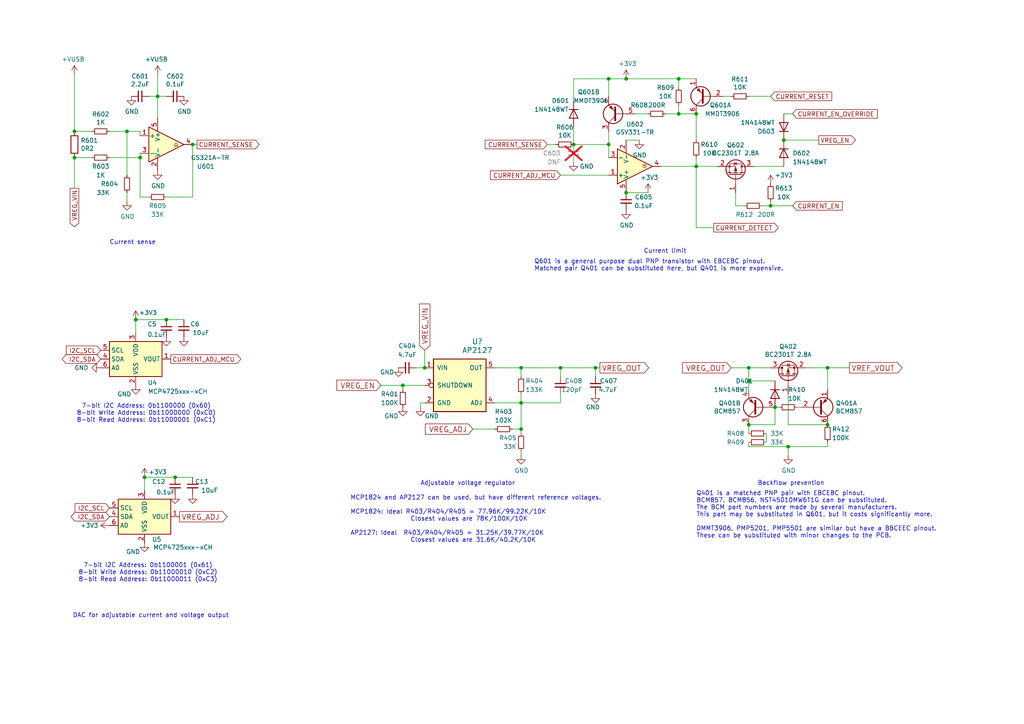
<source format=kicad_sch>
(kicad_sch
	(version 20231120)
	(generator "eeschema")
	(generator_version "8.0")
	(uuid "61c5a37e-57d8-4dfe-ad40-032dca204246")
	(paper "A4")
	(lib_symbols
		(symbol "Analog_DAC:MCP4725xxx-xCH"
			(exclude_from_sim no)
			(in_bom yes)
			(on_board yes)
			(property "Reference" "U"
				(at -6.35 6.35 0)
				(effects
					(font
						(size 1.27 1.27)
					)
				)
			)
			(property "Value" "MCP4725xxx-xCH"
				(at 8.89 6.35 0)
				(effects
					(font
						(size 1.27 1.27)
					)
				)
			)
			(property "Footprint" "Package_TO_SOT_SMD:SOT-23-6"
				(at 0 -6.35 0)
				(effects
					(font
						(size 1.27 1.27)
					)
					(hide yes)
				)
			)
			(property "Datasheet" "http://ww1.microchip.com/downloads/en/DeviceDoc/22039d.pdf"
				(at 0 0 0)
				(effects
					(font
						(size 1.27 1.27)
					)
					(hide yes)
				)
			)
			(property "Description" "12-bit Digital-to-Analog Converter, integrated EEPROM, I2C interface, SOT-23-6"
				(at 0 0 0)
				(effects
					(font
						(size 1.27 1.27)
					)
					(hide yes)
				)
			)
			(property "ki_keywords" "dac twi"
				(at 0 0 0)
				(effects
					(font
						(size 1.27 1.27)
					)
					(hide yes)
				)
			)
			(property "ki_fp_filters" "SOT?23*"
				(at 0 0 0)
				(effects
					(font
						(size 1.27 1.27)
					)
					(hide yes)
				)
			)
			(symbol "MCP4725xxx-xCH_0_1"
				(rectangle
					(start -7.62 5.08)
					(end 7.62 -5.08)
					(stroke
						(width 0.254)
						(type default)
					)
					(fill
						(type background)
					)
				)
			)
			(symbol "MCP4725xxx-xCH_1_1"
				(pin output line
					(at 10.16 0 180)
					(length 2.54)
					(name "VOUT"
						(effects
							(font
								(size 1.27 1.27)
							)
						)
					)
					(number "1"
						(effects
							(font
								(size 1.27 1.27)
							)
						)
					)
				)
				(pin power_in line
					(at 0 -7.62 90)
					(length 2.54)
					(name "VSS"
						(effects
							(font
								(size 1.27 1.27)
							)
						)
					)
					(number "2"
						(effects
							(font
								(size 1.27 1.27)
							)
						)
					)
				)
				(pin power_in line
					(at 0 7.62 270)
					(length 2.54)
					(name "VDD"
						(effects
							(font
								(size 1.27 1.27)
							)
						)
					)
					(number "3"
						(effects
							(font
								(size 1.27 1.27)
							)
						)
					)
				)
				(pin bidirectional line
					(at -10.16 0 0)
					(length 2.54)
					(name "SDA"
						(effects
							(font
								(size 1.27 1.27)
							)
						)
					)
					(number "4"
						(effects
							(font
								(size 1.27 1.27)
							)
						)
					)
				)
				(pin input line
					(at -10.16 2.54 0)
					(length 2.54)
					(name "SCL"
						(effects
							(font
								(size 1.27 1.27)
							)
						)
					)
					(number "5"
						(effects
							(font
								(size 1.27 1.27)
							)
						)
					)
				)
				(pin input line
					(at -10.16 -2.54 0)
					(length 2.54)
					(name "A0"
						(effects
							(font
								(size 1.27 1.27)
							)
						)
					)
					(number "6"
						(effects
							(font
								(size 1.27 1.27)
							)
						)
					)
				)
			)
		)
		(symbol "BusPirate-5-rev10-rescue:+3.3V-power"
			(power)
			(pin_names
				(offset 0)
			)
			(exclude_from_sim no)
			(in_bom yes)
			(on_board yes)
			(property "Reference" "#PWR"
				(at 0 -3.81 0)
				(effects
					(font
						(size 1.27 1.27)
					)
					(hide yes)
				)
			)
			(property "Value" "+3.3V-power"
				(at 0 3.556 0)
				(effects
					(font
						(size 1.27 1.27)
					)
				)
			)
			(property "Footprint" ""
				(at 0 0 0)
				(effects
					(font
						(size 1.27 1.27)
					)
					(hide yes)
				)
			)
			(property "Datasheet" ""
				(at 0 0 0)
				(effects
					(font
						(size 1.27 1.27)
					)
					(hide yes)
				)
			)
			(property "Description" ""
				(at 0 0 0)
				(effects
					(font
						(size 1.27 1.27)
					)
					(hide yes)
				)
			)
			(symbol "+3.3V-power_0_1"
				(polyline
					(pts
						(xy -0.762 1.27) (xy 0 2.54)
					)
					(stroke
						(width 0)
						(type solid)
					)
					(fill
						(type none)
					)
				)
				(polyline
					(pts
						(xy 0 0) (xy 0 2.54)
					)
					(stroke
						(width 0)
						(type solid)
					)
					(fill
						(type none)
					)
				)
				(polyline
					(pts
						(xy 0 2.54) (xy 0.762 1.27)
					)
					(stroke
						(width 0)
						(type solid)
					)
					(fill
						(type none)
					)
				)
			)
			(symbol "+3.3V-power_1_1"
				(pin power_in line
					(at 0 0 90)
					(length 0) hide
					(name "+3V3"
						(effects
							(font
								(size 1.27 1.27)
							)
						)
					)
					(number "1"
						(effects
							(font
								(size 1.27 1.27)
							)
						)
					)
				)
			)
		)
		(symbol "Comparator:LMV331"
			(pin_names
				(offset 0.127)
			)
			(exclude_from_sim no)
			(in_bom yes)
			(on_board yes)
			(property "Reference" "U"
				(at 1.27 5.08 0)
				(effects
					(font
						(size 1.27 1.27)
					)
				)
			)
			(property "Value" "LMV331"
				(at 3.81 -5.08 0)
				(effects
					(font
						(size 1.27 1.27)
					)
				)
			)
			(property "Footprint" ""
				(at 0 2.54 0)
				(effects
					(font
						(size 1.27 1.27)
					)
					(hide yes)
				)
			)
			(property "Datasheet" "http://www.ti.com/lit/ds/symlink/lmv331.pdf"
				(at 0 5.08 0)
				(effects
					(font
						(size 1.27 1.27)
					)
					(hide yes)
				)
			)
			(property "Description" "Single General-Purpose Low-Voltage Comparator, SOT-23-5/SC-70-5"
				(at 0 0 0)
				(effects
					(font
						(size 1.27 1.27)
					)
					(hide yes)
				)
			)
			(property "ki_keywords" "single comparator"
				(at 0 0 0)
				(effects
					(font
						(size 1.27 1.27)
					)
					(hide yes)
				)
			)
			(property "ki_fp_filters" "SOT?23* *SC?70*"
				(at 0 0 0)
				(effects
					(font
						(size 1.27 1.27)
					)
					(hide yes)
				)
			)
			(symbol "LMV331_0_1"
				(polyline
					(pts
						(xy -5.08 5.08) (xy 5.08 0) (xy -5.08 -5.08) (xy -5.08 5.08)
					)
					(stroke
						(width 0.254)
						(type default)
					)
					(fill
						(type background)
					)
				)
				(polyline
					(pts
						(xy 3.302 -0.508) (xy 2.794 -0.508) (xy 3.302 0) (xy 2.794 0.508) (xy 2.286 0) (xy 2.794 -0.508)
						(xy 2.286 -0.508)
					)
					(stroke
						(width 0.127)
						(type default)
					)
					(fill
						(type none)
					)
				)
			)
			(symbol "LMV331_1_1"
				(pin input line
					(at -7.62 2.54 0)
					(length 2.54)
					(name "+"
						(effects
							(font
								(size 1.27 1.27)
							)
						)
					)
					(number "1"
						(effects
							(font
								(size 1.27 1.27)
							)
						)
					)
				)
				(pin power_in line
					(at -2.54 -7.62 90)
					(length 3.81)
					(name "V-"
						(effects
							(font
								(size 1.27 1.27)
							)
						)
					)
					(number "2"
						(effects
							(font
								(size 1.27 1.27)
							)
						)
					)
				)
				(pin input line
					(at -7.62 -2.54 0)
					(length 2.54)
					(name "-"
						(effects
							(font
								(size 1.27 1.27)
							)
						)
					)
					(number "3"
						(effects
							(font
								(size 1.27 1.27)
							)
						)
					)
				)
				(pin open_collector line
					(at 7.62 0 180)
					(length 2.54)
					(name "~"
						(effects
							(font
								(size 1.27 1.27)
							)
						)
					)
					(number "4"
						(effects
							(font
								(size 1.27 1.27)
							)
						)
					)
				)
				(pin power_in line
					(at -2.54 7.62 270)
					(length 3.81)
					(name "V+"
						(effects
							(font
								(size 1.27 1.27)
							)
						)
					)
					(number "5"
						(effects
							(font
								(size 1.27 1.27)
							)
						)
					)
				)
			)
		)
		(symbol "Device:C_Small"
			(pin_numbers hide)
			(pin_names
				(offset 0.254) hide)
			(exclude_from_sim no)
			(in_bom yes)
			(on_board yes)
			(property "Reference" "C"
				(at 0.254 1.778 0)
				(effects
					(font
						(size 1.27 1.27)
					)
					(justify left)
				)
			)
			(property "Value" "C_Small"
				(at 0.254 -2.032 0)
				(effects
					(font
						(size 1.27 1.27)
					)
					(justify left)
				)
			)
			(property "Footprint" ""
				(at 0 0 0)
				(effects
					(font
						(size 1.27 1.27)
					)
					(hide yes)
				)
			)
			(property "Datasheet" "~"
				(at 0 0 0)
				(effects
					(font
						(size 1.27 1.27)
					)
					(hide yes)
				)
			)
			(property "Description" "Unpolarized capacitor, small symbol"
				(at 0 0 0)
				(effects
					(font
						(size 1.27 1.27)
					)
					(hide yes)
				)
			)
			(property "ki_keywords" "capacitor cap"
				(at 0 0 0)
				(effects
					(font
						(size 1.27 1.27)
					)
					(hide yes)
				)
			)
			(property "ki_fp_filters" "C_*"
				(at 0 0 0)
				(effects
					(font
						(size 1.27 1.27)
					)
					(hide yes)
				)
			)
			(symbol "C_Small_0_1"
				(polyline
					(pts
						(xy -1.524 -0.508) (xy 1.524 -0.508)
					)
					(stroke
						(width 0.3302)
						(type default)
					)
					(fill
						(type none)
					)
				)
				(polyline
					(pts
						(xy -1.524 0.508) (xy 1.524 0.508)
					)
					(stroke
						(width 0.3048)
						(type default)
					)
					(fill
						(type none)
					)
				)
			)
			(symbol "C_Small_1_1"
				(pin passive line
					(at 0 2.54 270)
					(length 2.032)
					(name "~"
						(effects
							(font
								(size 1.27 1.27)
							)
						)
					)
					(number "1"
						(effects
							(font
								(size 1.27 1.27)
							)
						)
					)
				)
				(pin passive line
					(at 0 -2.54 90)
					(length 2.032)
					(name "~"
						(effects
							(font
								(size 1.27 1.27)
							)
						)
					)
					(number "2"
						(effects
							(font
								(size 1.27 1.27)
							)
						)
					)
				)
			)
		)
		(symbol "Device:R"
			(pin_numbers hide)
			(pin_names
				(offset 0)
			)
			(exclude_from_sim no)
			(in_bom yes)
			(on_board yes)
			(property "Reference" "R"
				(at 2.032 0 90)
				(effects
					(font
						(size 1.27 1.27)
					)
				)
			)
			(property "Value" "R"
				(at 0 0 90)
				(effects
					(font
						(size 1.27 1.27)
					)
				)
			)
			(property "Footprint" ""
				(at -1.778 0 90)
				(effects
					(font
						(size 1.27 1.27)
					)
					(hide yes)
				)
			)
			(property "Datasheet" "~"
				(at 0 0 0)
				(effects
					(font
						(size 1.27 1.27)
					)
					(hide yes)
				)
			)
			(property "Description" "Resistor"
				(at 0 0 0)
				(effects
					(font
						(size 1.27 1.27)
					)
					(hide yes)
				)
			)
			(property "ki_keywords" "R res resistor"
				(at 0 0 0)
				(effects
					(font
						(size 1.27 1.27)
					)
					(hide yes)
				)
			)
			(property "ki_fp_filters" "R_*"
				(at 0 0 0)
				(effects
					(font
						(size 1.27 1.27)
					)
					(hide yes)
				)
			)
			(symbol "R_0_1"
				(rectangle
					(start -1.016 -2.54)
					(end 1.016 2.54)
					(stroke
						(width 0.254)
						(type default)
					)
					(fill
						(type none)
					)
				)
			)
			(symbol "R_1_1"
				(pin passive line
					(at 0 3.81 270)
					(length 1.27)
					(name "~"
						(effects
							(font
								(size 1.27 1.27)
							)
						)
					)
					(number "1"
						(effects
							(font
								(size 1.27 1.27)
							)
						)
					)
				)
				(pin passive line
					(at 0 -3.81 90)
					(length 1.27)
					(name "~"
						(effects
							(font
								(size 1.27 1.27)
							)
						)
					)
					(number "2"
						(effects
							(font
								(size 1.27 1.27)
							)
						)
					)
				)
			)
		)
		(symbol "Device:R_Small"
			(pin_numbers hide)
			(pin_names
				(offset 0.254) hide)
			(exclude_from_sim no)
			(in_bom yes)
			(on_board yes)
			(property "Reference" "R"
				(at 0.762 0.508 0)
				(effects
					(font
						(size 1.27 1.27)
					)
					(justify left)
				)
			)
			(property "Value" "R_Small"
				(at 0.762 -1.016 0)
				(effects
					(font
						(size 1.27 1.27)
					)
					(justify left)
				)
			)
			(property "Footprint" ""
				(at 0 0 0)
				(effects
					(font
						(size 1.27 1.27)
					)
					(hide yes)
				)
			)
			(property "Datasheet" "~"
				(at 0 0 0)
				(effects
					(font
						(size 1.27 1.27)
					)
					(hide yes)
				)
			)
			(property "Description" "Resistor, small symbol"
				(at 0 0 0)
				(effects
					(font
						(size 1.27 1.27)
					)
					(hide yes)
				)
			)
			(property "ki_keywords" "R resistor"
				(at 0 0 0)
				(effects
					(font
						(size 1.27 1.27)
					)
					(hide yes)
				)
			)
			(property "ki_fp_filters" "R_*"
				(at 0 0 0)
				(effects
					(font
						(size 1.27 1.27)
					)
					(hide yes)
				)
			)
			(symbol "R_Small_0_1"
				(rectangle
					(start -0.762 1.778)
					(end 0.762 -1.778)
					(stroke
						(width 0.2032)
						(type default)
					)
					(fill
						(type none)
					)
				)
			)
			(symbol "R_Small_1_1"
				(pin passive line
					(at 0 2.54 270)
					(length 0.762)
					(name "~"
						(effects
							(font
								(size 1.27 1.27)
							)
						)
					)
					(number "1"
						(effects
							(font
								(size 1.27 1.27)
							)
						)
					)
				)
				(pin passive line
					(at 0 -2.54 90)
					(length 0.762)
					(name "~"
						(effects
							(font
								(size 1.27 1.27)
							)
						)
					)
					(number "2"
						(effects
							(font
								(size 1.27 1.27)
							)
						)
					)
				)
			)
		)
		(symbol "Diode:1N4148WS"
			(pin_numbers hide)
			(pin_names hide)
			(exclude_from_sim no)
			(in_bom yes)
			(on_board yes)
			(property "Reference" "D"
				(at 0 2.54 0)
				(effects
					(font
						(size 1.27 1.27)
					)
				)
			)
			(property "Value" "1N4148WS"
				(at 0 -2.54 0)
				(effects
					(font
						(size 1.27 1.27)
					)
				)
			)
			(property "Footprint" "Diode_SMD:D_SOD-323"
				(at 0 -4.445 0)
				(effects
					(font
						(size 1.27 1.27)
					)
					(hide yes)
				)
			)
			(property "Datasheet" "https://www.vishay.com/docs/85751/1n4148ws.pdf"
				(at 0 0 0)
				(effects
					(font
						(size 1.27 1.27)
					)
					(hide yes)
				)
			)
			(property "Description" "75V 0.15A Fast switching Diode, SOD-323"
				(at 0 0 0)
				(effects
					(font
						(size 1.27 1.27)
					)
					(hide yes)
				)
			)
			(property "Sim.Device" "D"
				(at 0 0 0)
				(effects
					(font
						(size 1.27 1.27)
					)
					(hide yes)
				)
			)
			(property "Sim.Pins" "1=K 2=A"
				(at 0 0 0)
				(effects
					(font
						(size 1.27 1.27)
					)
					(hide yes)
				)
			)
			(property "ki_keywords" "diode"
				(at 0 0 0)
				(effects
					(font
						(size 1.27 1.27)
					)
					(hide yes)
				)
			)
			(property "ki_fp_filters" "D*SOD?323*"
				(at 0 0 0)
				(effects
					(font
						(size 1.27 1.27)
					)
					(hide yes)
				)
			)
			(symbol "1N4148WS_0_1"
				(polyline
					(pts
						(xy -1.27 1.27) (xy -1.27 -1.27)
					)
					(stroke
						(width 0.254)
						(type default)
					)
					(fill
						(type none)
					)
				)
				(polyline
					(pts
						(xy 1.27 0) (xy -1.27 0)
					)
					(stroke
						(width 0)
						(type default)
					)
					(fill
						(type none)
					)
				)
				(polyline
					(pts
						(xy 1.27 1.27) (xy 1.27 -1.27) (xy -1.27 0) (xy 1.27 1.27)
					)
					(stroke
						(width 0.254)
						(type default)
					)
					(fill
						(type none)
					)
				)
			)
			(symbol "1N4148WS_1_1"
				(pin passive line
					(at -3.81 0 0)
					(length 2.54)
					(name "K"
						(effects
							(font
								(size 1.27 1.27)
							)
						)
					)
					(number "1"
						(effects
							(font
								(size 1.27 1.27)
							)
						)
					)
				)
				(pin passive line
					(at 3.81 0 180)
					(length 2.54)
					(name "A"
						(effects
							(font
								(size 1.27 1.27)
							)
						)
					)
					(number "2"
						(effects
							(font
								(size 1.27 1.27)
							)
						)
					)
				)
			)
		)
		(symbol "Transistor_FET:BSS84"
			(pin_names hide)
			(exclude_from_sim no)
			(in_bom yes)
			(on_board yes)
			(property "Reference" "Q"
				(at 5.08 1.905 0)
				(effects
					(font
						(size 1.27 1.27)
					)
					(justify left)
				)
			)
			(property "Value" "BSS84"
				(at 5.08 0 0)
				(effects
					(font
						(size 1.27 1.27)
					)
					(justify left)
				)
			)
			(property "Footprint" "Package_TO_SOT_SMD:SOT-23"
				(at 5.08 -1.905 0)
				(effects
					(font
						(size 1.27 1.27)
						(italic yes)
					)
					(justify left)
					(hide yes)
				)
			)
			(property "Datasheet" "http://assets.nexperia.com/documents/data-sheet/BSS84.pdf"
				(at 0 0 0)
				(effects
					(font
						(size 1.27 1.27)
					)
					(justify left)
					(hide yes)
				)
			)
			(property "Description" "-0.13A Id, -50V Vds, P-Channel MOSFET, SOT-23"
				(at 0 0 0)
				(effects
					(font
						(size 1.27 1.27)
					)
					(hide yes)
				)
			)
			(property "ki_keywords" "P-Channel MOSFET"
				(at 0 0 0)
				(effects
					(font
						(size 1.27 1.27)
					)
					(hide yes)
				)
			)
			(property "ki_fp_filters" "SOT?23*"
				(at 0 0 0)
				(effects
					(font
						(size 1.27 1.27)
					)
					(hide yes)
				)
			)
			(symbol "BSS84_0_1"
				(polyline
					(pts
						(xy 0.254 0) (xy -2.54 0)
					)
					(stroke
						(width 0)
						(type default)
					)
					(fill
						(type none)
					)
				)
				(polyline
					(pts
						(xy 0.254 1.905) (xy 0.254 -1.905)
					)
					(stroke
						(width 0.254)
						(type default)
					)
					(fill
						(type none)
					)
				)
				(polyline
					(pts
						(xy 0.762 -1.27) (xy 0.762 -2.286)
					)
					(stroke
						(width 0.254)
						(type default)
					)
					(fill
						(type none)
					)
				)
				(polyline
					(pts
						(xy 0.762 0.508) (xy 0.762 -0.508)
					)
					(stroke
						(width 0.254)
						(type default)
					)
					(fill
						(type none)
					)
				)
				(polyline
					(pts
						(xy 0.762 2.286) (xy 0.762 1.27)
					)
					(stroke
						(width 0.254)
						(type default)
					)
					(fill
						(type none)
					)
				)
				(polyline
					(pts
						(xy 2.54 2.54) (xy 2.54 1.778)
					)
					(stroke
						(width 0)
						(type default)
					)
					(fill
						(type none)
					)
				)
				(polyline
					(pts
						(xy 2.54 -2.54) (xy 2.54 0) (xy 0.762 0)
					)
					(stroke
						(width 0)
						(type default)
					)
					(fill
						(type none)
					)
				)
				(polyline
					(pts
						(xy 0.762 1.778) (xy 3.302 1.778) (xy 3.302 -1.778) (xy 0.762 -1.778)
					)
					(stroke
						(width 0)
						(type default)
					)
					(fill
						(type none)
					)
				)
				(polyline
					(pts
						(xy 2.286 0) (xy 1.27 0.381) (xy 1.27 -0.381) (xy 2.286 0)
					)
					(stroke
						(width 0)
						(type default)
					)
					(fill
						(type outline)
					)
				)
				(polyline
					(pts
						(xy 2.794 -0.508) (xy 2.921 -0.381) (xy 3.683 -0.381) (xy 3.81 -0.254)
					)
					(stroke
						(width 0)
						(type default)
					)
					(fill
						(type none)
					)
				)
				(polyline
					(pts
						(xy 3.302 -0.381) (xy 2.921 0.254) (xy 3.683 0.254) (xy 3.302 -0.381)
					)
					(stroke
						(width 0)
						(type default)
					)
					(fill
						(type none)
					)
				)
				(circle
					(center 1.651 0)
					(radius 2.794)
					(stroke
						(width 0.254)
						(type default)
					)
					(fill
						(type none)
					)
				)
				(circle
					(center 2.54 -1.778)
					(radius 0.254)
					(stroke
						(width 0)
						(type default)
					)
					(fill
						(type outline)
					)
				)
				(circle
					(center 2.54 1.778)
					(radius 0.254)
					(stroke
						(width 0)
						(type default)
					)
					(fill
						(type outline)
					)
				)
			)
			(symbol "BSS84_1_1"
				(pin input line
					(at -5.08 0 0)
					(length 2.54)
					(name "G"
						(effects
							(font
								(size 1.27 1.27)
							)
						)
					)
					(number "1"
						(effects
							(font
								(size 1.27 1.27)
							)
						)
					)
				)
				(pin passive line
					(at 2.54 -5.08 90)
					(length 2.54)
					(name "S"
						(effects
							(font
								(size 1.27 1.27)
							)
						)
					)
					(number "2"
						(effects
							(font
								(size 1.27 1.27)
							)
						)
					)
				)
				(pin passive line
					(at 2.54 5.08 270)
					(length 2.54)
					(name "D"
						(effects
							(font
								(size 1.27 1.27)
							)
						)
					)
					(number "3"
						(effects
							(font
								(size 1.27 1.27)
							)
						)
					)
				)
			)
		)
		(symbol "dp-power:+VUSB"
			(power)
			(pin_names
				(offset 1.016)
			)
			(exclude_from_sim no)
			(in_bom yes)
			(on_board yes)
			(property "Reference" "#PWR"
				(at 0 0 0)
				(effects
					(font
						(size 1.27 1.27)
					)
					(hide yes)
				)
			)
			(property "Value" "+VUSB"
				(at 0 5.08 0)
				(effects
					(font
						(size 1.27 1.27)
					)
				)
			)
			(property "Footprint" ""
				(at 0 0 0)
				(effects
					(font
						(size 1.27 1.27)
					)
					(hide yes)
				)
			)
			(property "Datasheet" ""
				(at 0 0 0)
				(effects
					(font
						(size 1.27 1.27)
					)
					(hide yes)
				)
			)
			(property "Description" ""
				(at 0 0 0)
				(effects
					(font
						(size 1.27 1.27)
					)
					(hide yes)
				)
			)
			(property "ki_keywords" "power-flag"
				(at 0 0 0)
				(effects
					(font
						(size 1.27 1.27)
					)
					(hide yes)
				)
			)
			(symbol "+VUSB_0_1"
				(polyline
					(pts
						(xy 0 0) (xy 0 2.54)
					)
					(stroke
						(width 0)
						(type solid)
					)
					(fill
						(type none)
					)
				)
				(polyline
					(pts
						(xy 0 2.54) (xy -0.762 1.27)
					)
					(stroke
						(width 0)
						(type solid)
					)
					(fill
						(type none)
					)
				)
				(polyline
					(pts
						(xy 0 2.54) (xy 0.762 1.27)
					)
					(stroke
						(width 0)
						(type solid)
					)
					(fill
						(type none)
					)
				)
			)
			(symbol "+VUSB_1_1"
				(pin power_in line
					(at 0 0 90)
					(length 0) hide
					(name "+VUSB"
						(effects
							(font
								(size 1.27 1.27)
							)
						)
					)
					(number "1"
						(effects
							(font
								(size 1.27 1.27)
							)
						)
					)
				)
			)
		)
		(symbol "dp-vreg:MCP1824"
			(pin_names
				(offset 1.016)
			)
			(exclude_from_sim no)
			(in_bom yes)
			(on_board yes)
			(property "Reference" "U"
				(at 0 12.7 0)
				(effects
					(font
						(size 1.524 1.524)
					)
				)
			)
			(property "Value" "MCP1824"
				(at 0 10.16 0)
				(effects
					(font
						(size 1.524 1.524)
					)
				)
			)
			(property "Footprint" ""
				(at 0 0 0)
				(effects
					(font
						(size 1.524 1.524)
					)
					(hide yes)
				)
			)
			(property "Datasheet" ""
				(at 0 0 0)
				(effects
					(font
						(size 1.524 1.524)
					)
					(hide yes)
				)
			)
			(property "Description" ""
				(at 0 0 0)
				(effects
					(font
						(size 1.27 1.27)
					)
					(hide yes)
				)
			)
			(symbol "MCP1824_0_1"
				(rectangle
					(start -7.62 7.62)
					(end 7.62 -7.62)
					(stroke
						(width 0.3048)
						(type solid)
					)
					(fill
						(type background)
					)
				)
			)
			(symbol "MCP1824_1_1"
				(pin input line
					(at -10.16 5.08 0)
					(length 2.54)
					(name "VIN"
						(effects
							(font
								(size 1.27 1.27)
							)
						)
					)
					(number "1"
						(effects
							(font
								(size 1.27 1.27)
							)
						)
					)
				)
				(pin input line
					(at -10.16 -5.08 0)
					(length 2.54)
					(name "GND"
						(effects
							(font
								(size 1.27 1.27)
							)
						)
					)
					(number "2"
						(effects
							(font
								(size 1.27 1.27)
							)
						)
					)
				)
				(pin input inverted
					(at -10.16 0 0)
					(length 2.54)
					(name "SHUTDOWN"
						(effects
							(font
								(size 1.27 1.27)
							)
						)
					)
					(number "3"
						(effects
							(font
								(size 1.27 1.27)
							)
						)
					)
				)
				(pin input line
					(at 10.16 -5.08 180)
					(length 2.54)
					(name "ADJ"
						(effects
							(font
								(size 1.27 1.27)
							)
						)
					)
					(number "4"
						(effects
							(font
								(size 1.27 1.27)
							)
						)
					)
				)
				(pin power_out line
					(at 10.16 5.08 180)
					(length 2.54)
					(name "OUT"
						(effects
							(font
								(size 1.27 1.27)
							)
						)
					)
					(number "5"
						(effects
							(font
								(size 1.27 1.27)
							)
						)
					)
				)
			)
		)
		(symbol "kicad5-device:Q_DUAL_PNP_PNP_E1B1C2E2B2C1"
			(pin_names
				(offset 0) hide)
			(exclude_from_sim no)
			(in_bom yes)
			(on_board yes)
			(property "Reference" "Q"
				(at 5.08 1.27 0)
				(effects
					(font
						(size 1.27 1.27)
					)
					(justify left)
				)
			)
			(property "Value" "Q_DUAL_PNP_PNP_E1B1C2E2B2C1"
				(at 5.08 -1.27 0)
				(effects
					(font
						(size 1.27 1.27)
					)
					(justify left)
				)
			)
			(property "Footprint" ""
				(at 5.08 2.54 0)
				(effects
					(font
						(size 1.27 1.27)
					)
					(hide yes)
				)
			)
			(property "Datasheet" "~"
				(at 0 0 0)
				(effects
					(font
						(size 1.27 1.27)
					)
					(hide yes)
				)
			)
			(property "Description" "Dual PNP transistor, 6 pin package"
				(at 0 0 0)
				(effects
					(font
						(size 1.27 1.27)
					)
					(hide yes)
				)
			)
			(property "ki_locked" ""
				(at 0 0 0)
				(effects
					(font
						(size 1.27 1.27)
					)
				)
			)
			(property "ki_keywords" "transistor PNP"
				(at 0 0 0)
				(effects
					(font
						(size 1.27 1.27)
					)
					(hide yes)
				)
			)
			(property "ki_fp_filters" "SC?70* SC?88* SOT?363* SOT?23*"
				(at 0 0 0)
				(effects
					(font
						(size 1.27 1.27)
					)
					(hide yes)
				)
			)
			(symbol "Q_DUAL_PNP_PNP_E1B1C2E2B2C1_0_1"
				(polyline
					(pts
						(xy 0.635 0) (xy -2.54 0)
					)
					(stroke
						(width 0)
						(type solid)
					)
					(fill
						(type none)
					)
				)
				(polyline
					(pts
						(xy 0.635 0.635) (xy 2.54 2.54)
					)
					(stroke
						(width 0)
						(type solid)
					)
					(fill
						(type none)
					)
				)
				(polyline
					(pts
						(xy 0.635 -0.635) (xy 2.54 -2.54) (xy 2.54 -2.54)
					)
					(stroke
						(width 0)
						(type solid)
					)
					(fill
						(type none)
					)
				)
				(polyline
					(pts
						(xy 0.635 1.905) (xy 0.635 -1.905) (xy 0.635 -1.905)
					)
					(stroke
						(width 0.508)
						(type solid)
					)
					(fill
						(type none)
					)
				)
				(polyline
					(pts
						(xy 2.286 -1.778) (xy 1.778 -2.286) (xy 1.27 -1.27) (xy 2.286 -1.778) (xy 2.286 -1.778)
					)
					(stroke
						(width 0)
						(type solid)
					)
					(fill
						(type outline)
					)
				)
				(circle
					(center 1.27 0)
					(radius 2.8194)
					(stroke
						(width 0.254)
						(type solid)
					)
					(fill
						(type none)
					)
				)
			)
			(symbol "Q_DUAL_PNP_PNP_E1B1C2E2B2C1_1_1"
				(pin passive line
					(at 2.54 -5.08 90)
					(length 2.54)
					(name "E1"
						(effects
							(font
								(size 1.27 1.27)
							)
						)
					)
					(number "1"
						(effects
							(font
								(size 1.27 1.27)
							)
						)
					)
				)
				(pin input line
					(at -5.08 0 0)
					(length 2.54)
					(name "B1"
						(effects
							(font
								(size 1.27 1.27)
							)
						)
					)
					(number "2"
						(effects
							(font
								(size 1.27 1.27)
							)
						)
					)
				)
				(pin passive line
					(at 2.54 5.08 270)
					(length 2.54)
					(name "C1"
						(effects
							(font
								(size 1.27 1.27)
							)
						)
					)
					(number "6"
						(effects
							(font
								(size 1.27 1.27)
							)
						)
					)
				)
			)
			(symbol "Q_DUAL_PNP_PNP_E1B1C2E2B2C1_2_1"
				(pin passive line
					(at 2.54 5.08 270)
					(length 2.54)
					(name "C2"
						(effects
							(font
								(size 1.27 1.27)
							)
						)
					)
					(number "3"
						(effects
							(font
								(size 1.27 1.27)
							)
						)
					)
				)
				(pin passive line
					(at 2.54 -5.08 90)
					(length 2.54)
					(name "E2"
						(effects
							(font
								(size 1.27 1.27)
							)
						)
					)
					(number "4"
						(effects
							(font
								(size 1.27 1.27)
							)
						)
					)
				)
				(pin input line
					(at -5.08 0 0)
					(length 2.54)
					(name "B2"
						(effects
							(font
								(size 1.27 1.27)
							)
						)
					)
					(number "5"
						(effects
							(font
								(size 1.27 1.27)
							)
						)
					)
				)
			)
		)
		(symbol "power:GND"
			(power)
			(pin_names
				(offset 0)
			)
			(exclude_from_sim no)
			(in_bom yes)
			(on_board yes)
			(property "Reference" "#PWR"
				(at 0 -6.35 0)
				(effects
					(font
						(size 1.27 1.27)
					)
					(hide yes)
				)
			)
			(property "Value" "GND"
				(at 0 -3.81 0)
				(effects
					(font
						(size 1.27 1.27)
					)
				)
			)
			(property "Footprint" ""
				(at 0 0 0)
				(effects
					(font
						(size 1.27 1.27)
					)
					(hide yes)
				)
			)
			(property "Datasheet" ""
				(at 0 0 0)
				(effects
					(font
						(size 1.27 1.27)
					)
					(hide yes)
				)
			)
			(property "Description" "Power symbol creates a global label with name \"GND\" , ground"
				(at 0 0 0)
				(effects
					(font
						(size 1.27 1.27)
					)
					(hide yes)
				)
			)
			(property "ki_keywords" "global power"
				(at 0 0 0)
				(effects
					(font
						(size 1.27 1.27)
					)
					(hide yes)
				)
			)
			(symbol "GND_0_1"
				(polyline
					(pts
						(xy 0 0) (xy 0 -1.27) (xy 1.27 -1.27) (xy 0 -2.54) (xy -1.27 -1.27) (xy 0 -1.27)
					)
					(stroke
						(width 0)
						(type default)
					)
					(fill
						(type none)
					)
				)
			)
			(symbol "GND_1_1"
				(pin power_in line
					(at 0 0 270)
					(length 0) hide
					(name "GND"
						(effects
							(font
								(size 1.27 1.27)
							)
						)
					)
					(number "1"
						(effects
							(font
								(size 1.27 1.27)
							)
						)
					)
				)
			)
		)
	)
	(junction
		(at 201.93 48.26)
		(diameter 0)
		(color 0 0 0 0)
		(uuid "06b37087-42cb-48c6-9328-cdc5bcc3d005")
	)
	(junction
		(at 151.13 106.68)
		(diameter 0)
		(color 0 0 0 0)
		(uuid "0d0d45b5-978f-4271-9b7a-35502684658a")
	)
	(junction
		(at 227.33 40.64)
		(diameter 0)
		(color 0 0 0 0)
		(uuid "0d5e6bf6-e7e7-47e3-8e29-a41cc296c49c")
	)
	(junction
		(at 201.93 33.02)
		(diameter 0)
		(color 0 0 0 0)
		(uuid "1e627292-c572-4ac9-a95c-389beadbe100")
	)
	(junction
		(at 162.56 106.68)
		(diameter 0)
		(color 0 0 0 0)
		(uuid "26f52279-62c5-407d-b422-46a597d62b63")
	)
	(junction
		(at 166.37 41.91)
		(diameter 0)
		(color 0 0 0 0)
		(uuid "290eb0ef-03b2-495a-9c19-b9b5a20d02d8")
	)
	(junction
		(at 116.84 111.76)
		(diameter 0)
		(color 0 0 0 0)
		(uuid "2eb9e6dd-d8d1-4059-881b-16c8ed2e642f")
	)
	(junction
		(at 181.61 22.86)
		(diameter 0)
		(color 0 0 0 0)
		(uuid "472a9ed8-3a92-4f17-bc18-a01b3799a737")
	)
	(junction
		(at 217.17 110.49)
		(diameter 0)
		(color 0 0 0 0)
		(uuid "4922bb0b-ca48-4788-9293-e396521bd395")
	)
	(junction
		(at 176.53 22.86)
		(diameter 0)
		(color 0 0 0 0)
		(uuid "4fc529e5-afc6-4ab6-a4ac-db001b76d9b8")
	)
	(junction
		(at 196.85 33.02)
		(diameter 0)
		(color 0 0 0 0)
		(uuid "564902a5-065e-4605-a4cb-513b8c38af1d")
	)
	(junction
		(at 45.72 27.94)
		(diameter 0)
		(color 0 0 0 0)
		(uuid "64791800-4be9-4c3e-bbd6-a95e0f4abacd")
	)
	(junction
		(at 50.8 138.43)
		(diameter 0)
		(color 0 0 0 0)
		(uuid "672a92e0-3818-4a4a-a113-c584694875dc")
	)
	(junction
		(at 21.59 38.1)
		(diameter 0)
		(color 0 0 0 0)
		(uuid "6b4b942e-0c14-4ccb-9be0-9e3bbe6e18ea")
	)
	(junction
		(at 40.64 45.72)
		(diameter 0)
		(color 0 0 0 0)
		(uuid "6d17e314-52c3-4d76-b17a-341e0812e79d")
	)
	(junction
		(at 151.13 124.46)
		(diameter 0)
		(color 0 0 0 0)
		(uuid "6ff2bd3b-ae64-470d-a6cd-ba1cf16af0b7")
	)
	(junction
		(at 123.19 106.68)
		(diameter 0)
		(color 0 0 0 0)
		(uuid "7353eedc-759d-454b-941d-5d7a8de77a37")
	)
	(junction
		(at 224.79 118.11)
		(diameter 0)
		(color 0 0 0 0)
		(uuid "7721a645-1cb7-47ef-afbc-f92b2203f66f")
	)
	(junction
		(at 217.17 106.68)
		(diameter 0)
		(color 0 0 0 0)
		(uuid "79148ad2-0da0-4f8d-bf59-f3423271d580")
	)
	(junction
		(at 217.17 123.19)
		(diameter 0)
		(color 0 0 0 0)
		(uuid "815e2a90-b390-4053-ac19-63226005a0eb")
	)
	(junction
		(at 181.61 55.88)
		(diameter 0)
		(color 0 0 0 0)
		(uuid "8281ad56-5813-48a7-9c26-92ceceed5542")
	)
	(junction
		(at 240.03 106.68)
		(diameter 0)
		(color 0 0 0 0)
		(uuid "92bf3cfa-300c-46e9-ad30-ca188f9b8769")
	)
	(junction
		(at 172.72 106.68)
		(diameter 0)
		(color 0 0 0 0)
		(uuid "9ddcad70-c0e5-4d59-b483-a5a125123cbb")
	)
	(junction
		(at 39.37 92.71)
		(diameter 0)
		(color 0 0 0 0)
		(uuid "a0ab4a26-e724-46d2-95b5-671ba70eacd0")
	)
	(junction
		(at 240.03 123.19)
		(diameter 0)
		(color 0 0 0 0)
		(uuid "b026bec1-4240-4293-8aea-3bbea44eac2e")
	)
	(junction
		(at 41.91 138.43)
		(diameter 0)
		(color 0 0 0 0)
		(uuid "b51ecd52-dcd5-4c07-b0d9-017e483b6d03")
	)
	(junction
		(at 55.88 41.91)
		(diameter 0)
		(color 0 0 0 0)
		(uuid "b62f057d-6ed8-483a-9a1f-889d5f3e7bdb")
	)
	(junction
		(at 228.6 129.54)
		(diameter 0)
		(color 0 0 0 0)
		(uuid "c5e9c704-5c56-4052-858d-3412a658797a")
	)
	(junction
		(at 176.53 41.91)
		(diameter 0)
		(color 0 0 0 0)
		(uuid "d39f58af-a267-4742-a955-8e2110c231b1")
	)
	(junction
		(at 36.83 38.1)
		(diameter 0)
		(color 0 0 0 0)
		(uuid "e7688f3b-9748-4057-9d84-e9717876c264")
	)
	(junction
		(at 151.13 116.84)
		(diameter 0)
		(color 0 0 0 0)
		(uuid "ed0af0ae-0c5a-4f7c-bda9-825322f9a618")
	)
	(junction
		(at 48.26 92.71)
		(diameter 0)
		(color 0 0 0 0)
		(uuid "eeb5a96a-609d-4723-85a7-52569c19291e")
	)
	(junction
		(at 196.85 22.86)
		(diameter 0)
		(color 0 0 0 0)
		(uuid "f0bd8c7e-a3ec-4d01-8694-04f462d17f7e")
	)
	(junction
		(at 21.59 45.72)
		(diameter 0)
		(color 0 0 0 0)
		(uuid "f79ea962-5287-4e8e-b06c-dd7ccfafa57b")
	)
	(junction
		(at 223.52 59.69)
		(diameter 0)
		(color 0 0 0 0)
		(uuid "fe59cae8-7dd7-461a-9271-db4301aaa94d")
	)
	(wire
		(pts
			(xy 213.36 59.69) (xy 213.36 55.88)
		)
		(stroke
			(width 0)
			(type default)
		)
		(uuid "017d76d9-6ce5-4c61-9804-e6c521491626")
	)
	(wire
		(pts
			(xy 26.67 45.72) (xy 21.59 45.72)
		)
		(stroke
			(width 0)
			(type default)
		)
		(uuid "053e8aa4-e79c-4524-82f5-8efacdaf9974")
	)
	(wire
		(pts
			(xy 151.13 132.08) (xy 151.13 130.81)
		)
		(stroke
			(width 0)
			(type default)
		)
		(uuid "09ca78a5-d907-4309-bc06-54ef4166d5ca")
	)
	(wire
		(pts
			(xy 176.53 50.8) (xy 162.56 50.8)
		)
		(stroke
			(width 0)
			(type default)
		)
		(uuid "0bb3e65c-09ec-4f58-ac35-375ab90e0e7e")
	)
	(wire
		(pts
			(xy 48.26 92.71) (xy 53.34 92.71)
		)
		(stroke
			(width 0)
			(type default)
		)
		(uuid "0cd4b75f-e377-4f49-9c7c-7aa59c588927")
	)
	(wire
		(pts
			(xy 176.53 41.91) (xy 176.53 45.72)
		)
		(stroke
			(width 0)
			(type default)
		)
		(uuid "0d22dcc4-eb3c-4193-974f-e0c6c9c95cec")
	)
	(wire
		(pts
			(xy 50.8 138.43) (xy 55.88 138.43)
		)
		(stroke
			(width 0)
			(type default)
		)
		(uuid "10114e47-b1d6-4409-8264-227a329f5949")
	)
	(wire
		(pts
			(xy 223.52 27.94) (xy 217.17 27.94)
		)
		(stroke
			(width 0)
			(type default)
		)
		(uuid "120ab790-a1ef-4aca-bd9e-fffaf58d4162")
	)
	(wire
		(pts
			(xy 151.13 125.73) (xy 151.13 124.46)
		)
		(stroke
			(width 0)
			(type default)
		)
		(uuid "14192ca5-d717-462d-b80a-9a1342de3292")
	)
	(wire
		(pts
			(xy 240.03 123.19) (xy 228.6 123.19)
		)
		(stroke
			(width 0)
			(type default)
		)
		(uuid "1683166e-3081-4aa8-ace5-19d1e82dd776")
	)
	(wire
		(pts
			(xy 166.37 41.91) (xy 176.53 41.91)
		)
		(stroke
			(width 0)
			(type default)
		)
		(uuid "1dfe5f3b-f91e-482e-b364-abaea71a1a04")
	)
	(wire
		(pts
			(xy 240.03 106.68) (xy 240.03 113.03)
		)
		(stroke
			(width 0)
			(type default)
		)
		(uuid "1f013fd6-8c63-4921-8171-c7f2c07f7646")
	)
	(wire
		(pts
			(xy 181.61 22.86) (xy 176.53 22.86)
		)
		(stroke
			(width 0)
			(type default)
		)
		(uuid "2142081e-84b8-48ee-974d-bc4eae7091d4")
	)
	(wire
		(pts
			(xy 31.75 38.1) (xy 36.83 38.1)
		)
		(stroke
			(width 0)
			(type default)
		)
		(uuid "23222686-1945-4f4d-bf2c-b3960c0a0ea6")
	)
	(wire
		(pts
			(xy 212.09 106.68) (xy 217.17 106.68)
		)
		(stroke
			(width 0)
			(type default)
		)
		(uuid "23bc235a-fee5-4813-8378-32e0c2900efc")
	)
	(wire
		(pts
			(xy 226.06 118.11) (xy 224.79 118.11)
		)
		(stroke
			(width 0)
			(type default)
		)
		(uuid "23fa15d8-0d72-4168-993a-b174c4566511")
	)
	(wire
		(pts
			(xy 161.29 41.91) (xy 158.75 41.91)
		)
		(stroke
			(width 0)
			(type default)
		)
		(uuid "24225701-b0bf-490b-b58a-6ca8a2150655")
	)
	(wire
		(pts
			(xy 217.17 123.19) (xy 224.79 123.19)
		)
		(stroke
			(width 0)
			(type default)
		)
		(uuid "24639866-26ca-4b84-9296-a336888fda81")
	)
	(wire
		(pts
			(xy 151.13 116.84) (xy 162.56 116.84)
		)
		(stroke
			(width 0)
			(type default)
		)
		(uuid "251208e5-4e08-40ef-96ac-f617b6de5e50")
	)
	(wire
		(pts
			(xy 191.77 48.26) (xy 201.93 48.26)
		)
		(stroke
			(width 0)
			(type default)
		)
		(uuid "275b283c-0601-4851-a5f3-f0f4252e3904")
	)
	(wire
		(pts
			(xy 231.14 118.11) (xy 232.41 118.11)
		)
		(stroke
			(width 0)
			(type default)
		)
		(uuid "28965dd0-d6fc-4a8d-ac87-d6a10d826d73")
	)
	(wire
		(pts
			(xy 123.19 116.84) (xy 121.92 116.84)
		)
		(stroke
			(width 0)
			(type default)
		)
		(uuid "2dd0463d-c1dc-418a-a6e5-6f9758daf1f2")
	)
	(wire
		(pts
			(xy 228.6 129.54) (xy 217.17 129.54)
		)
		(stroke
			(width 0)
			(type default)
		)
		(uuid "2f5713b1-2620-43ac-bb2f-8594cf9bdef4")
	)
	(wire
		(pts
			(xy 40.64 38.1) (xy 40.64 39.37)
		)
		(stroke
			(width 0)
			(type default)
		)
		(uuid "30b03ec8-6699-4c01-910a-527e6371e0bf")
	)
	(wire
		(pts
			(xy 40.64 57.15) (xy 40.64 45.72)
		)
		(stroke
			(width 0)
			(type default)
		)
		(uuid "32c0c3f3-25b0-4c88-a950-6ca58ac4422f")
	)
	(wire
		(pts
			(xy 240.03 106.68) (xy 246.38 106.68)
		)
		(stroke
			(width 0)
			(type default)
		)
		(uuid "32de5eaa-960e-4448-a276-93f7effa432b")
	)
	(wire
		(pts
			(xy 45.72 27.94) (xy 45.72 21.59)
		)
		(stroke
			(width 0)
			(type default)
		)
		(uuid "352e5678-2c55-467c-b593-f4e49a3ffae6")
	)
	(wire
		(pts
			(xy 228.6 123.19) (xy 228.6 114.3)
		)
		(stroke
			(width 0)
			(type default)
		)
		(uuid "35c31ac3-39c2-4e53-bf6e-ccc81312ccfe")
	)
	(wire
		(pts
			(xy 21.59 38.1) (xy 21.59 21.59)
		)
		(stroke
			(width 0)
			(type default)
		)
		(uuid "3795a90c-35a6-4f4f-98c9-4f244423f626")
	)
	(wire
		(pts
			(xy 151.13 116.84) (xy 151.13 114.3)
		)
		(stroke
			(width 0)
			(type default)
		)
		(uuid "3966bf08-a942-4d87-89c6-691a1b64f2b2")
	)
	(wire
		(pts
			(xy 116.84 111.76) (xy 110.49 111.76)
		)
		(stroke
			(width 0)
			(type default)
		)
		(uuid "3991d6a8-5c81-456e-abb3-298754b6d75f")
	)
	(wire
		(pts
			(xy 187.96 33.02) (xy 184.15 33.02)
		)
		(stroke
			(width 0)
			(type default)
		)
		(uuid "3c7fe2c0-8bd5-442e-87c3-ed002d393cc5")
	)
	(wire
		(pts
			(xy 193.04 33.02) (xy 196.85 33.02)
		)
		(stroke
			(width 0)
			(type default)
		)
		(uuid "411236a5-3f9e-4962-ae08-0e290962307f")
	)
	(wire
		(pts
			(xy 151.13 109.22) (xy 151.13 106.68)
		)
		(stroke
			(width 0)
			(type default)
		)
		(uuid "42256fe6-b919-440e-b167-5e4a24e561ae")
	)
	(wire
		(pts
			(xy 166.37 22.86) (xy 166.37 29.21)
		)
		(stroke
			(width 0)
			(type default)
		)
		(uuid "436be85d-c974-45a4-9956-38e11507c897")
	)
	(wire
		(pts
			(xy 172.72 106.68) (xy 173.99 106.68)
		)
		(stroke
			(width 0)
			(type default)
		)
		(uuid "43ec130e-c49f-46cb-825c-9c7332113be7")
	)
	(wire
		(pts
			(xy 196.85 33.02) (xy 201.93 33.02)
		)
		(stroke
			(width 0)
			(type default)
		)
		(uuid "44c442d4-5cc0-4dd1-9621-ae34e695c2d0")
	)
	(wire
		(pts
			(xy 224.79 110.49) (xy 217.17 110.49)
		)
		(stroke
			(width 0)
			(type default)
		)
		(uuid "44cc425b-6991-4add-846e-23f2733c4bcb")
	)
	(wire
		(pts
			(xy 43.18 57.15) (xy 40.64 57.15)
		)
		(stroke
			(width 0)
			(type default)
		)
		(uuid "44e9aa93-5919-468a-8a98-de045dfb62a5")
	)
	(wire
		(pts
			(xy 201.93 66.04) (xy 201.93 48.26)
		)
		(stroke
			(width 0)
			(type default)
		)
		(uuid "46cba574-1f5a-4199-a902-ad20d0990399")
	)
	(wire
		(pts
			(xy 217.17 110.49) (xy 217.17 106.68)
		)
		(stroke
			(width 0)
			(type default)
		)
		(uuid "48e59a87-eb5d-40c9-8ad9-73b2f937a8f9")
	)
	(wire
		(pts
			(xy 36.83 55.88) (xy 36.83 58.42)
		)
		(stroke
			(width 0)
			(type default)
		)
		(uuid "49172ff5-7db2-45df-b5d2-a86707facaf7")
	)
	(wire
		(pts
			(xy 55.88 41.91) (xy 55.88 57.15)
		)
		(stroke
			(width 0)
			(type default)
		)
		(uuid "4b1ffcc1-059e-4a5e-b0b6-7cac016004d5")
	)
	(wire
		(pts
			(xy 137.16 124.46) (xy 143.51 124.46)
		)
		(stroke
			(width 0)
			(type default)
		)
		(uuid "4cfe7cec-4f32-4ead-9bb6-8bb0067081cf")
	)
	(wire
		(pts
			(xy 21.59 45.72) (xy 21.59 54.61)
		)
		(stroke
			(width 0)
			(type default)
		)
		(uuid "4ed658f6-f0d9-4ef7-a741-6aa478f1337d")
	)
	(wire
		(pts
			(xy 55.88 57.15) (xy 48.26 57.15)
		)
		(stroke
			(width 0)
			(type default)
		)
		(uuid "4f75297f-837f-43fb-a7d6-79ac1e770222")
	)
	(wire
		(pts
			(xy 39.37 92.71) (xy 39.37 96.52)
		)
		(stroke
			(width 0)
			(type default)
		)
		(uuid "4ffa54bb-ec85-4cb4-8982-b0395246e94f")
	)
	(wire
		(pts
			(xy 50.8 138.43) (xy 41.91 138.43)
		)
		(stroke
			(width 0)
			(type default)
		)
		(uuid "53b43b29-9049-4406-8714-4c31dab7873e")
	)
	(wire
		(pts
			(xy 143.51 106.68) (xy 151.13 106.68)
		)
		(stroke
			(width 0)
			(type default)
		)
		(uuid "6050ceaa-fa3d-4b3b-b45b-2f497f00b24a")
	)
	(wire
		(pts
			(xy 215.9 59.69) (xy 213.36 59.69)
		)
		(stroke
			(width 0)
			(type default)
		)
		(uuid "6260a24b-04f0-4179-8942-8d81ab9bb4a6")
	)
	(wire
		(pts
			(xy 229.87 59.69) (xy 223.52 59.69)
		)
		(stroke
			(width 0)
			(type default)
		)
		(uuid "632c535e-7f8f-4684-b1c5-64e34c8117f2")
	)
	(wire
		(pts
			(xy 181.61 22.86) (xy 196.85 22.86)
		)
		(stroke
			(width 0)
			(type default)
		)
		(uuid "63890c0b-71a2-4368-8929-10b5249d8900")
	)
	(wire
		(pts
			(xy 162.56 116.84) (xy 162.56 114.3)
		)
		(stroke
			(width 0)
			(type default)
		)
		(uuid "67499df8-9536-4c3f-b3d6-dc9abacd9abd")
	)
	(wire
		(pts
			(xy 196.85 22.86) (xy 201.93 22.86)
		)
		(stroke
			(width 0)
			(type default)
		)
		(uuid "694482d0-cfd0-4fd5-bbd9-306deed5b69d")
	)
	(wire
		(pts
			(xy 151.13 106.68) (xy 162.56 106.68)
		)
		(stroke
			(width 0)
			(type default)
		)
		(uuid "6d0f777e-f7f5-4b2b-bb4a-6087d277da77")
	)
	(wire
		(pts
			(xy 40.64 44.45) (xy 40.64 45.72)
		)
		(stroke
			(width 0)
			(type default)
		)
		(uuid "6e79ba34-9315-4b7c-86ca-87ee9e31e6c9")
	)
	(wire
		(pts
			(xy 181.61 55.88) (xy 187.96 55.88)
		)
		(stroke
			(width 0)
			(type default)
		)
		(uuid "70d2b96f-a791-4cdd-af5b-e212bfe82f70")
	)
	(wire
		(pts
			(xy 41.91 138.43) (xy 41.91 142.24)
		)
		(stroke
			(width 0)
			(type default)
		)
		(uuid "757c3c4c-fbee-49f9-8318-9ef3fc54899a")
	)
	(wire
		(pts
			(xy 48.26 92.71) (xy 39.37 92.71)
		)
		(stroke
			(width 0)
			(type default)
		)
		(uuid "76212511-d22b-4227-ae26-43c7de766501")
	)
	(wire
		(pts
			(xy 176.53 22.86) (xy 166.37 22.86)
		)
		(stroke
			(width 0)
			(type default)
		)
		(uuid "78a2ba88-dfbc-45a5-9cbc-3d7d675bf981")
	)
	(wire
		(pts
			(xy 201.93 48.26) (xy 201.93 45.72)
		)
		(stroke
			(width 0)
			(type default)
		)
		(uuid "7cf4aeaa-3d70-4b6c-84ea-2ac027c4a215")
	)
	(wire
		(pts
			(xy 218.44 48.26) (xy 227.33 48.26)
		)
		(stroke
			(width 0)
			(type default)
		)
		(uuid "8047711b-605f-47cc-8131-617cc57678cd")
	)
	(wire
		(pts
			(xy 123.19 101.6) (xy 123.19 106.68)
		)
		(stroke
			(width 0)
			(type default)
		)
		(uuid "80887952-0392-4d78-976e-a3ee2be4e7f0")
	)
	(wire
		(pts
			(xy 233.68 106.68) (xy 240.03 106.68)
		)
		(stroke
			(width 0)
			(type default)
		)
		(uuid "82016c8d-b157-444f-b40a-85f9929c9674")
	)
	(wire
		(pts
			(xy 172.72 106.68) (xy 172.72 109.22)
		)
		(stroke
			(width 0)
			(type default)
		)
		(uuid "87b44a0e-f073-4a40-bc35-1c27b80f1969")
	)
	(wire
		(pts
			(xy 55.88 41.91) (xy 57.15 41.91)
		)
		(stroke
			(width 0)
			(type default)
		)
		(uuid "8aae6a98-ab23-486d-b65c-f496e15a44f1")
	)
	(wire
		(pts
			(xy 151.13 124.46) (xy 151.13 116.84)
		)
		(stroke
			(width 0)
			(type default)
		)
		(uuid "8b4283d4-f647-420a-895d-9f57e74d74e2")
	)
	(wire
		(pts
			(xy 212.09 27.94) (xy 209.55 27.94)
		)
		(stroke
			(width 0)
			(type default)
		)
		(uuid "8dffb496-a74c-4de4-b4b3-24ed6f0811c3")
	)
	(wire
		(pts
			(xy 181.61 40.64) (xy 185.42 40.64)
		)
		(stroke
			(width 0)
			(type default)
		)
		(uuid "8f457736-431b-4a8e-a6de-adeb06e960e5")
	)
	(wire
		(pts
			(xy 207.01 66.04) (xy 201.93 66.04)
		)
		(stroke
			(width 0)
			(type default)
		)
		(uuid "900b98cd-10d8-4cf7-b75b-a17de9698457")
	)
	(wire
		(pts
			(xy 228.6 132.08) (xy 228.6 129.54)
		)
		(stroke
			(width 0)
			(type default)
		)
		(uuid "9776e60d-104c-4223-a60d-283ad2c97d30")
	)
	(wire
		(pts
			(xy 237.49 40.64) (xy 227.33 40.64)
		)
		(stroke
			(width 0)
			(type default)
		)
		(uuid "9a42ef50-90f2-41fc-b807-3772ee8c9b3a")
	)
	(wire
		(pts
			(xy 176.53 27.94) (xy 176.53 22.86)
		)
		(stroke
			(width 0)
			(type default)
		)
		(uuid "9d42cbba-95a8-4852-b69e-62b04411affb")
	)
	(wire
		(pts
			(xy 166.37 36.83) (xy 166.37 41.91)
		)
		(stroke
			(width 0)
			(type default)
		)
		(uuid "9f8ce08d-fb76-40fa-bd97-0a7dee31eefd")
	)
	(wire
		(pts
			(xy 120.65 106.68) (xy 123.19 106.68)
		)
		(stroke
			(width 0)
			(type default)
		)
		(uuid "a453931b-702f-4692-86a1-02299d5a24fd")
	)
	(wire
		(pts
			(xy 116.84 113.03) (xy 116.84 111.76)
		)
		(stroke
			(width 0)
			(type default)
		)
		(uuid "a8fc082c-63fb-465f-b9c6-0aea3c0851af")
	)
	(wire
		(pts
			(xy 143.51 116.84) (xy 151.13 116.84)
		)
		(stroke
			(width 0)
			(type default)
		)
		(uuid "a92e6820-f4f4-48dd-8bb4-8d94e9fee9bf")
	)
	(wire
		(pts
			(xy 26.67 38.1) (xy 21.59 38.1)
		)
		(stroke
			(width 0)
			(type default)
		)
		(uuid "aa2f0212-858c-4c97-9db0-a1d0f6fb5362")
	)
	(wire
		(pts
			(xy 222.25 125.73) (xy 222.25 128.27)
		)
		(stroke
			(width 0)
			(type default)
		)
		(uuid "ad8b8a9b-13cc-4944-95f4-ef1e9deb417c")
	)
	(wire
		(pts
			(xy 217.17 113.03) (xy 217.17 110.49)
		)
		(stroke
			(width 0)
			(type default)
		)
		(uuid "b060bdf6-8650-471d-9a6a-4a14b5a1d554")
	)
	(wire
		(pts
			(xy 223.52 106.68) (xy 217.17 106.68)
		)
		(stroke
			(width 0)
			(type default)
		)
		(uuid "b1be0121-ec36-40aa-9403-a76ae42ee0b6")
	)
	(wire
		(pts
			(xy 240.03 128.27) (xy 240.03 129.54)
		)
		(stroke
			(width 0)
			(type default)
		)
		(uuid "b23acc50-3974-4c3e-ab50-d323d4163d36")
	)
	(wire
		(pts
			(xy 148.59 124.46) (xy 151.13 124.46)
		)
		(stroke
			(width 0)
			(type default)
		)
		(uuid "b241a53e-e2fb-46be-a42d-ea070fc0357d")
	)
	(wire
		(pts
			(xy 176.53 38.1) (xy 176.53 41.91)
		)
		(stroke
			(width 0)
			(type default)
		)
		(uuid "b262959e-e638-4008-aec5-b87c25855fe4")
	)
	(wire
		(pts
			(xy 36.83 50.8) (xy 36.83 38.1)
		)
		(stroke
			(width 0)
			(type default)
		)
		(uuid "b4446087-8524-45ad-b937-6b435ab23ed5")
	)
	(wire
		(pts
			(xy 123.19 111.76) (xy 116.84 111.76)
		)
		(stroke
			(width 0)
			(type default)
		)
		(uuid "be237f57-96c5-4da7-8a8d-29b2c0b3df0f")
	)
	(wire
		(pts
			(xy 201.93 40.64) (xy 201.93 33.02)
		)
		(stroke
			(width 0)
			(type default)
		)
		(uuid "bf9bc027-6e46-4914-a213-646188ff3363")
	)
	(wire
		(pts
			(xy 196.85 25.4) (xy 196.85 22.86)
		)
		(stroke
			(width 0)
			(type default)
		)
		(uuid "bff67042-0b30-4919-ada2-c74cdbb4c330")
	)
	(wire
		(pts
			(xy 223.52 59.69) (xy 220.98 59.69)
		)
		(stroke
			(width 0)
			(type default)
		)
		(uuid "c0539986-215a-4697-bcb5-8c5948a8acb5")
	)
	(wire
		(pts
			(xy 162.56 109.22) (xy 162.56 106.68)
		)
		(stroke
			(width 0)
			(type default)
		)
		(uuid "cd7865e7-5489-4569-a8c4-15841b5cd2aa")
	)
	(wire
		(pts
			(xy 162.56 106.68) (xy 172.72 106.68)
		)
		(stroke
			(width 0)
			(type default)
		)
		(uuid "ce51db2c-5afa-4922-8b88-f2feda45e26b")
	)
	(wire
		(pts
			(xy 208.28 48.26) (xy 201.93 48.26)
		)
		(stroke
			(width 0)
			(type default)
		)
		(uuid "d66eac3e-b984-4cf2-ad3d-28b414243c2b")
	)
	(wire
		(pts
			(xy 40.64 45.72) (xy 31.75 45.72)
		)
		(stroke
			(width 0)
			(type default)
		)
		(uuid "d9cbd270-04bf-4785-b49a-f1a0501c29de")
	)
	(wire
		(pts
			(xy 196.85 30.48) (xy 196.85 33.02)
		)
		(stroke
			(width 0)
			(type default)
		)
		(uuid "dc7830a9-5307-4761-8489-f277ca0c74b3")
	)
	(wire
		(pts
			(xy 217.17 128.27) (xy 217.17 129.54)
		)
		(stroke
			(width 0)
			(type default)
		)
		(uuid "de89f6b2-6627-4232-adf5-f9ed507216cf")
	)
	(wire
		(pts
			(xy 43.18 27.94) (xy 45.72 27.94)
		)
		(stroke
			(width 0)
			(type default)
		)
		(uuid "df1a526a-db8a-47e3-a1c3-3176a72df811")
	)
	(wire
		(pts
			(xy 36.83 38.1) (xy 40.64 38.1)
		)
		(stroke
			(width 0)
			(type default)
		)
		(uuid "df829a66-87d2-48bf-a905-5dafb0334eb9")
	)
	(wire
		(pts
			(xy 45.72 27.94) (xy 45.72 34.29)
		)
		(stroke
			(width 0)
			(type default)
		)
		(uuid "e8b8b476-02dc-42e9-931a-cd7284568712")
	)
	(wire
		(pts
			(xy 240.03 129.54) (xy 228.6 129.54)
		)
		(stroke
			(width 0)
			(type default)
		)
		(uuid "e9ae190d-3f94-426f-95ae-77a6ec98db8c")
	)
	(wire
		(pts
			(xy 223.52 58.42) (xy 223.52 59.69)
		)
		(stroke
			(width 0)
			(type default)
		)
		(uuid "ea9c710f-6497-42dd-896c-dcf83e7e192a")
	)
	(wire
		(pts
			(xy 229.87 33.02) (xy 227.33 33.02)
		)
		(stroke
			(width 0)
			(type default)
		)
		(uuid "eee9a4ad-9496-4e12-aa8c-0c8ad181f0d2")
	)
	(wire
		(pts
			(xy 217.17 123.19) (xy 217.17 125.73)
		)
		(stroke
			(width 0)
			(type default)
		)
		(uuid "f048f4ff-f978-40c6-a7c4-89316cda9321")
	)
	(wire
		(pts
			(xy 121.92 116.84) (xy 121.92 118.11)
		)
		(stroke
			(width 0)
			(type default)
		)
		(uuid "f226ad8e-b178-47ab-a0e7-9facf478f4ad")
	)
	(wire
		(pts
			(xy 45.72 27.94) (xy 48.26 27.94)
		)
		(stroke
			(width 0)
			(type default)
		)
		(uuid "f79ad84b-ebec-4e5a-9681-b92d03602b08")
	)
	(wire
		(pts
			(xy 224.79 118.11) (xy 224.79 123.19)
		)
		(stroke
			(width 0)
			(type default)
		)
		(uuid "f9206571-6038-4d81-ade5-7a7648d47547")
	)
	(text "Adjustable voltage regulator"
		(exclude_from_sim no)
		(at 121.92 140.97 0)
		(effects
			(font
				(size 1.27 1.27)
			)
			(justify left bottom)
		)
		(uuid "3b015359-de35-478e-8e52-15369d6ecda3")
	)
	(text "DAC for adjustable current and voltage output"
		(exclude_from_sim no)
		(at 21.082 179.324 0)
		(effects
			(font
				(size 1.27 1.27)
			)
			(justify left bottom)
		)
		(uuid "5e3f00a4-d13b-44b4-bfb5-10c49b395fc8")
	)
	(text "7-bit I2C Address: 0b1100000 (0x60)\n8-bit Write Address: 0b11000000 (0xC0)\n8-bit Read Address: 0b11000001 (0xC1)"
		(exclude_from_sim no)
		(at 42.418 119.888 0)
		(effects
			(font
				(size 1.27 1.27)
			)
		)
		(uuid "69074e14-e073-4af3-b091-0b077f6fafc8")
	)
	(text "Current sense"
		(exclude_from_sim no)
		(at 31.75 71.12 0)
		(effects
			(font
				(size 1.27 1.27)
			)
			(justify left bottom)
		)
		(uuid "79635eb0-6a1b-470b-8f82-2550c204b512")
	)
	(text "Backflow prevention"
		(exclude_from_sim no)
		(at 219.71 140.97 0)
		(effects
			(font
				(size 1.27 1.27)
			)
			(justify left bottom)
		)
		(uuid "aa52f0e1-d066-4185-a26c-305698aaf87c")
	)
	(text "MCP1824 and AP2127 can be used, but have different reference voltages.\n\nMCP1824: Ideal R403/R404/R405 = 77.96K/99.22K/10K\n                  Closest values are 78K/100K/10K\n\nAP2127: Ideal  R403/R404/R405 = 31.25K/39.77K/10K\n                  Closest values are 31.6K/40.2K/10K"
		(exclude_from_sim no)
		(at 101.6 157.48 0)
		(effects
			(font
				(size 1.27 1.27)
			)
			(justify left bottom)
		)
		(uuid "b9e3b7c5-6198-4855-84b5-ffd51267f20b")
	)
	(text "Current limit"
		(exclude_from_sim no)
		(at 186.69 73.66 0)
		(effects
			(font
				(size 1.27 1.27)
			)
			(justify left bottom)
		)
		(uuid "cfec8ca6-a043-48cc-9444-cf65003bd929")
	)
	(text "Q401 is a matched PNP pair with EBCEBC pinout.\nBCM857, BCM856, NST45010MW6T1G can be substituted. \nThe BCM part numbers are made by several manufacturers.\nThis part may be substituted in Q601, but it costs significantly more.\n\nDMMT3906, PMP5201, PMP5501 are similar but have a BBCEEC pinout.\nThese can be substituted with minor changes to the PCB."
		(exclude_from_sim no)
		(at 201.93 156.21 0)
		(effects
			(font
				(size 1.27 1.27)
			)
			(justify left bottom)
		)
		(uuid "e0bafcf9-2e81-4670-b9c6-78469f821d9a")
	)
	(text "Q601 is a general purpose dual PNP transistor with EBCEBC pinout. \nMatched pair Q401 can be substituted here, but Q401 is more expensive.\n"
		(exclude_from_sim no)
		(at 154.94 78.74 0)
		(effects
			(font
				(size 1.27 1.27)
			)
			(justify left bottom)
		)
		(uuid "e64d190f-e653-4914-aa14-f647eaec1bd1")
	)
	(text "7-bit I2C Address: 0b1100001 (0x61)\n8-bit Write Address: 0b11000010 (0xC2)\n8-bit Read Address: 0b11000011 (0xC3)"
		(exclude_from_sim no)
		(at 42.926 166.116 0)
		(effects
			(font
				(size 1.27 1.27)
			)
		)
		(uuid "fead2ec9-9377-401a-b629-07b238393423")
	)
	(global_label "VREG_ADJ"
		(shape output)
		(at 52.07 149.86 0)
		(effects
			(font
				(size 1.524 1.524)
			)
			(justify left)
		)
		(uuid "13d5eed6-3929-4d4e-91ce-d2dc0025ac1e")
		(property "Intersheetrefs" "${INTERSHEET_REFS}"
			(at 52.07 149.86 0)
			(effects
				(font
					(size 1.27 1.27)
				)
				(hide yes)
			)
		)
	)
	(global_label "VREG_VIN"
		(shape output)
		(at 21.59 54.61 270)
		(effects
			(font
				(size 1.27 1.27)
			)
			(justify right)
		)
		(uuid "24210c1a-335a-4ccc-8366-b01f969efc9f")
		(property "Intersheetrefs" "${INTERSHEET_REFS}"
			(at 21.59 54.61 0)
			(effects
				(font
					(size 1.27 1.27)
				)
				(hide yes)
			)
		)
	)
	(global_label "CURRENT_DETECT"
		(shape output)
		(at 207.01 66.04 0)
		(effects
			(font
				(size 1.27 1.27)
			)
			(justify left)
		)
		(uuid "4ac7f4c5-4a60-4fb8-b2d5-2713956439ad")
		(property "Intersheetrefs" "${INTERSHEET_REFS}"
			(at 207.01 66.04 0)
			(effects
				(font
					(size 1.27 1.27)
				)
				(hide yes)
			)
		)
	)
	(global_label "VREG_OUT"
		(shape input)
		(at 212.09 106.68 180)
		(effects
			(font
				(size 1.524 1.524)
			)
			(justify right)
		)
		(uuid "4ac8256f-05cd-4519-9d2e-44eeaf9cf5b5")
		(property "Intersheetrefs" "${INTERSHEET_REFS}"
			(at 212.09 106.68 0)
			(effects
				(font
					(size 1.27 1.27)
				)
				(hide yes)
			)
		)
	)
	(global_label "VREG_ADJ"
		(shape input)
		(at 137.16 124.46 180)
		(effects
			(font
				(size 1.524 1.524)
			)
			(justify right)
		)
		(uuid "4b4c29d1-708a-48af-8c48-9d54c8edd69d")
		(property "Intersheetrefs" "${INTERSHEET_REFS}"
			(at 137.16 124.46 0)
			(effects
				(font
					(size 1.27 1.27)
				)
				(hide yes)
			)
		)
	)
	(global_label "VREG_EN"
		(shape output)
		(at 237.49 40.64 0)
		(effects
			(font
				(size 1.27 1.27)
			)
			(justify left)
		)
		(uuid "4c51085f-89bb-42db-ac1f-0cb670f11327")
		(property "Intersheetrefs" "${INTERSHEET_REFS}"
			(at 237.49 40.64 0)
			(effects
				(font
					(size 1.27 1.27)
				)
				(hide yes)
			)
		)
	)
	(global_label "I2C_SCL"
		(shape input)
		(at 29.21 101.6 180)
		(fields_autoplaced yes)
		(effects
			(font
				(size 1.27 1.27)
			)
			(justify right)
		)
		(uuid "5cfbb427-9558-41f0-a110-3549b61ef851")
		(property "Intersheetrefs" "${INTERSHEET_REFS}"
			(at 19.3195 101.6 0)
			(effects
				(font
					(size 1.27 1.27)
				)
				(justify right)
				(hide yes)
			)
		)
	)
	(global_label "VREF_VOUT"
		(shape output)
		(at 246.38 106.68 0)
		(effects
			(font
				(size 1.524 1.524)
			)
			(justify left)
		)
		(uuid "80087250-8dc0-4761-9de0-4d7f7980f684")
		(property "Intersheetrefs" "${INTERSHEET_REFS}"
			(at 246.38 106.68 0)
			(effects
				(font
					(size 1.27 1.27)
				)
				(hide yes)
			)
		)
	)
	(global_label "CURRENT_SENSE"
		(shape input)
		(at 158.75 41.91 180)
		(effects
			(font
				(size 1.27 1.27)
			)
			(justify right)
		)
		(uuid "88ec2700-31eb-4a87-8909-15264be949cc")
		(property "Intersheetrefs" "${INTERSHEET_REFS}"
			(at 158.75 41.91 0)
			(effects
				(font
					(size 1.27 1.27)
				)
				(hide yes)
			)
		)
	)
	(global_label "VREG_EN"
		(shape input)
		(at 110.49 111.76 180)
		(effects
			(font
				(size 1.524 1.524)
			)
			(justify right)
		)
		(uuid "ad10ff03-ab56-4379-bb88-131a1feaaf39")
		(property "Intersheetrefs" "${INTERSHEET_REFS}"
			(at 110.49 111.76 0)
			(effects
				(font
					(size 1.27 1.27)
				)
				(hide yes)
			)
		)
	)
	(global_label "CURRENT_ADJ_MCU"
		(shape input)
		(at 162.56 50.8 180)
		(effects
			(font
				(size 1.27 1.27)
			)
			(justify right)
		)
		(uuid "af315fbc-0c3a-457d-b9ab-055e4867576b")
		(property "Intersheetrefs" "${INTERSHEET_REFS}"
			(at 162.56 50.8 0)
			(effects
				(font
					(size 1.27 1.27)
				)
				(hide yes)
			)
		)
	)
	(global_label "CURRENT_SENSE"
		(shape output)
		(at 57.15 41.91 0)
		(effects
			(font
				(size 1.27 1.27)
			)
			(justify left)
		)
		(uuid "b4f9089d-6f12-4ed7-99f3-47350e85ad4c")
		(property "Intersheetrefs" "${INTERSHEET_REFS}"
			(at 57.15 41.91 0)
			(effects
				(font
					(size 1.27 1.27)
				)
				(hide yes)
			)
		)
	)
	(global_label "I2C_SCL"
		(shape input)
		(at 31.75 147.32 180)
		(fields_autoplaced yes)
		(effects
			(font
				(size 1.27 1.27)
			)
			(justify right)
		)
		(uuid "cb68aec0-c8ad-4733-8a81-bacfad482170")
		(property "Intersheetrefs" "${INTERSHEET_REFS}"
			(at 21.8595 147.32 0)
			(effects
				(font
					(size 1.27 1.27)
				)
				(justify right)
				(hide yes)
			)
		)
	)
	(global_label "VREG_VIN"
		(shape input)
		(at 123.19 101.6 90)
		(effects
			(font
				(size 1.524 1.524)
			)
			(justify left)
		)
		(uuid "cfaf1f74-2049-46e3-b159-6d227a5e855d")
		(property "Intersheetrefs" "${INTERSHEET_REFS}"
			(at 123.19 101.6 0)
			(effects
				(font
					(size 1.27 1.27)
				)
				(hide yes)
			)
		)
	)
	(global_label "CURRENT_ADJ_MCU"
		(shape output)
		(at 49.53 104.14 0)
		(effects
			(font
				(size 1.27 1.27)
			)
			(justify left)
		)
		(uuid "d01fa3bd-1714-4fe6-8df1-aa7e735b065f")
		(property "Intersheetrefs" "${INTERSHEET_REFS}"
			(at 49.53 104.14 0)
			(effects
				(font
					(size 1.27 1.27)
				)
				(hide yes)
			)
		)
	)
	(global_label "I2C_SDA"
		(shape bidirectional)
		(at 31.75 149.86 180)
		(fields_autoplaced yes)
		(effects
			(font
				(size 1.27 1.27)
			)
			(justify right)
		)
		(uuid "db332510-7a90-4088-865e-2513945ee55f")
		(property "Intersheetrefs" "${INTERSHEET_REFS}"
			(at 20.8465 149.86 0)
			(effects
				(font
					(size 1.27 1.27)
				)
				(justify right)
				(hide yes)
			)
		)
	)
	(global_label "CURRENT_EN"
		(shape input)
		(at 229.87 59.69 0)
		(effects
			(font
				(size 1.27 1.27)
			)
			(justify left)
		)
		(uuid "dda0caae-0ca4-4d8f-a1ed-f6d11fde90f8")
		(property "Intersheetrefs" "${INTERSHEET_REFS}"
			(at 229.87 59.69 0)
			(effects
				(font
					(size 1.27 1.27)
				)
				(hide yes)
			)
		)
	)
	(global_label "I2C_SDA"
		(shape bidirectional)
		(at 29.21 104.14 180)
		(fields_autoplaced yes)
		(effects
			(font
				(size 1.27 1.27)
			)
			(justify right)
		)
		(uuid "dff62e38-c66d-4bf3-83d3-6b4c01ce3d89")
		(property "Intersheetrefs" "${INTERSHEET_REFS}"
			(at 18.3065 104.14 0)
			(effects
				(font
					(size 1.27 1.27)
				)
				(justify right)
				(hide yes)
			)
		)
	)
	(global_label "VREG_OUT"
		(shape output)
		(at 173.99 106.68 0)
		(effects
			(font
				(size 1.524 1.524)
			)
			(justify left)
		)
		(uuid "e8b5a178-6a1e-475b-9373-27fe52045a4a")
		(property "Intersheetrefs" "${INTERSHEET_REFS}"
			(at 173.99 106.68 0)
			(effects
				(font
					(size 1.27 1.27)
				)
				(hide yes)
			)
		)
	)
	(global_label "CURRENT_EN_OVERRIDE"
		(shape input)
		(at 229.87 33.02 0)
		(effects
			(font
				(size 1.27 1.27)
			)
			(justify left)
		)
		(uuid "f17cf195-ad5c-4061-8059-8ecd7da2bf2b")
		(property "Intersheetrefs" "${INTERSHEET_REFS}"
			(at 229.87 33.02 0)
			(effects
				(font
					(size 1.27 1.27)
				)
				(hide yes)
			)
		)
	)
	(global_label "CURRENT_RESET"
		(shape input)
		(at 223.52 27.94 0)
		(effects
			(font
				(size 1.27 1.27)
			)
			(justify left)
		)
		(uuid "fb160818-2569-46d5-95c3-eeb89099386a")
		(property "Intersheetrefs" "${INTERSHEET_REFS}"
			(at 223.52 27.94 0)
			(effects
				(font
					(size 1.27 1.27)
				)
				(hide yes)
			)
		)
	)
	(symbol
		(lib_id "dp-vreg:MCP1824")
		(at 133.35 111.76 0)
		(unit 1)
		(exclude_from_sim no)
		(in_bom yes)
		(on_board yes)
		(dnp no)
		(uuid "00000000-0000-0000-0000-00005e98256d")
		(property "Reference" "U?"
			(at 138.43 99.06 0)
			(effects
				(font
					(size 1.524 1.524)
				)
			)
		)
		(property "Value" "AP2127"
			(at 138.43 101.6 0)
			(effects
				(font
					(size 1.524 1.524)
				)
			)
		)
		(property "Footprint" "Package_TO_SOT_SMD:SOT-23-5"
			(at 133.35 111.76 0)
			(effects
				(font
					(size 1.524 1.524)
				)
				(hide yes)
			)
		)
		(property "Datasheet" ""
			(at 133.35 111.76 0)
			(effects
				(font
					(size 1.524 1.524)
				)
				(hide yes)
			)
		)
		(property "Description" ""
			(at 133.35 111.76 0)
			(effects
				(font
					(size 1.27 1.27)
				)
				(hide yes)
			)
		)
		(property "RMB" "2.68"
			(at 133.35 111.76 0)
			(effects
				(font
					(size 1.27 1.27)
				)
				(hide yes)
			)
		)
		(property "Supplier" " https://item.szlcsc.com/157049.html"
			(at 133.35 111.76 0)
			(effects
				(font
					(size 1.27 1.27)
				)
				(hide yes)
			)
		)
		(pin "1"
			(uuid "007ad6d4-2e48-476f-8c25-ef5e427313ac")
		)
		(pin "2"
			(uuid "d1a42e2b-b2df-4ff3-aabf-b68569a3d869")
		)
		(pin "3"
			(uuid "3833a498-98b2-4697-b801-5f0bd3e145ed")
		)
		(pin "4"
			(uuid "f9a5e005-c096-48bf-b035-1e4863ec8766")
		)
		(pin "5"
			(uuid "aeb98663-d1da-47df-9b6e-0af95c948a3f")
		)
		(instances
			(project "REV0"
				(path "/1f56410a-eaac-4444-b0f7-cfd3531e22ac"
					(reference "U?")
					(unit 1)
				)
				(path "/1f56410a-eaac-4444-b0f7-cfd3531e22ac/00000000-0000-0000-0000-00005f46fad3"
					(reference "U403")
					(unit 1)
				)
			)
		)
	)
	(symbol
		(lib_id "power:GND")
		(at 121.92 118.11 0)
		(unit 1)
		(exclude_from_sim no)
		(in_bom yes)
		(on_board yes)
		(dnp no)
		(uuid "00000000-0000-0000-0000-00005e997dcc")
		(property "Reference" "#PWR0412"
			(at 121.92 124.46 0)
			(effects
				(font
					(size 1.27 1.27)
				)
				(hide yes)
			)
		)
		(property "Value" "GND"
			(at 123.19 120.65 0)
			(effects
				(font
					(size 1.27 1.27)
				)
				(justify left)
			)
		)
		(property "Footprint" ""
			(at 121.92 118.11 0)
			(effects
				(font
					(size 1.27 1.27)
				)
				(hide yes)
			)
		)
		(property "Datasheet" ""
			(at 121.92 118.11 0)
			(effects
				(font
					(size 1.27 1.27)
				)
				(hide yes)
			)
		)
		(property "Description" ""
			(at 121.92 118.11 0)
			(effects
				(font
					(size 1.27 1.27)
				)
				(hide yes)
			)
		)
		(pin "1"
			(uuid "80b2911e-d66f-4d23-8cc6-41dc3ec11c3e")
		)
		(instances
			(project "REV0"
				(path "/1f56410a-eaac-4444-b0f7-cfd3531e22ac/00000000-0000-0000-0000-00005f46fad3"
					(reference "#PWR0412")
					(unit 1)
				)
			)
		)
	)
	(symbol
		(lib_id "Device:C_Small")
		(at 172.72 111.76 0)
		(unit 1)
		(exclude_from_sim no)
		(in_bom yes)
		(on_board yes)
		(dnp no)
		(uuid "00000000-0000-0000-0000-00005e9f0020")
		(property "Reference" "C407"
			(at 179.07 110.49 0)
			(effects
				(font
					(size 1.27 1.27)
				)
				(justify right)
			)
		)
		(property "Value" "4.7uF"
			(at 179.07 113.03 0)
			(effects
				(font
					(size 1.27 1.27)
				)
				(justify right)
			)
		)
		(property "Footprint" "Capacitor_SMD:C_0402_1005Metric"
			(at 172.72 111.76 0)
			(effects
				(font
					(size 1.27 1.27)
				)
				(hide yes)
			)
		)
		(property "Datasheet" "~"
			(at 172.72 111.76 0)
			(effects
				(font
					(size 1.27 1.27)
				)
				(hide yes)
			)
		)
		(property "Description" ""
			(at 172.72 111.76 0)
			(effects
				(font
					(size 1.27 1.27)
				)
				(hide yes)
			)
		)
		(property "RMB" "0.037726"
			(at 172.72 111.76 0)
			(effects
				(font
					(size 1.27 1.27)
				)
				(hide yes)
			)
		)
		(property "Supplier" "https://item.szlcsc.com/1877.html"
			(at 172.72 111.76 0)
			(effects
				(font
					(size 1.27 1.27)
				)
				(hide yes)
			)
		)
		(pin "1"
			(uuid "204fda1a-b54c-4bdf-8202-d148b2e33d1f")
		)
		(pin "2"
			(uuid "5e710b0c-d484-4309-acad-814ca481533e")
		)
		(instances
			(project "REV0"
				(path "/1f56410a-eaac-4444-b0f7-cfd3531e22ac/00000000-0000-0000-0000-00005f46fad3"
					(reference "C407")
					(unit 1)
				)
			)
		)
	)
	(symbol
		(lib_id "power:GND")
		(at 172.72 114.3 0)
		(unit 1)
		(exclude_from_sim no)
		(in_bom yes)
		(on_board yes)
		(dnp no)
		(uuid "00000000-0000-0000-0000-00005e9f14b0")
		(property "Reference" "#PWR0419"
			(at 172.72 120.65 0)
			(effects
				(font
					(size 1.27 1.27)
				)
				(hide yes)
			)
		)
		(property "Value" "GND"
			(at 173.99 118.11 0)
			(effects
				(font
					(size 1.27 1.27)
				)
				(justify right)
			)
		)
		(property "Footprint" ""
			(at 172.72 114.3 0)
			(effects
				(font
					(size 1.27 1.27)
				)
				(hide yes)
			)
		)
		(property "Datasheet" ""
			(at 172.72 114.3 0)
			(effects
				(font
					(size 1.27 1.27)
				)
				(hide yes)
			)
		)
		(property "Description" ""
			(at 172.72 114.3 0)
			(effects
				(font
					(size 1.27 1.27)
				)
				(hide yes)
			)
		)
		(pin "1"
			(uuid "d8c9584b-d658-4b65-b655-df2ec622b2bd")
		)
		(instances
			(project "REV0"
				(path "/1f56410a-eaac-4444-b0f7-cfd3531e22ac/00000000-0000-0000-0000-00005f46fad3"
					(reference "#PWR0419")
					(unit 1)
				)
			)
		)
	)
	(symbol
		(lib_id "Transistor_FET:BSS84")
		(at 228.6 109.22 90)
		(unit 1)
		(exclude_from_sim no)
		(in_bom yes)
		(on_board yes)
		(dnp no)
		(uuid "00000000-0000-0000-0000-00005e9f69fe")
		(property "Reference" "Q402"
			(at 228.6 100.5078 90)
			(effects
				(font
					(size 1.27 1.27)
				)
			)
		)
		(property "Value" "BC2301T 2.8A"
			(at 228.6 102.8192 90)
			(effects
				(font
					(size 1.27 1.27)
				)
			)
		)
		(property "Footprint" "Package_TO_SOT_SMD:SOT-523"
			(at 230.505 104.14 0)
			(effects
				(font
					(size 1.27 1.27)
					(italic yes)
				)
				(justify left)
				(hide yes)
			)
		)
		(property "Datasheet" "http://www.aosmd.com/pdfs/datasheet/AO3401A.pdf"
			(at 228.6 109.22 0)
			(effects
				(font
					(size 1.27 1.27)
				)
				(justify left)
				(hide yes)
			)
		)
		(property "Description" ""
			(at 228.6 109.22 0)
			(effects
				(font
					(size 1.27 1.27)
				)
				(hide yes)
			)
		)
		(property "RMB" "0.232494"
			(at 228.6 109.22 0)
			(effects
				(font
					(size 1.27 1.27)
				)
				(hide yes)
			)
		)
		(property "Supplier" "https://item.szlcsc.com/76686.html"
			(at 228.6 109.22 0)
			(effects
				(font
					(size 1.27 1.27)
				)
				(hide yes)
			)
		)
		(pin "1"
			(uuid "1cfe785c-5604-48e3-a161-63d394f00890")
		)
		(pin "2"
			(uuid "1c1e14c2-df7d-4763-aa13-21e1cba1ded2")
		)
		(pin "3"
			(uuid "e7ef64a8-cf56-4cf2-92ff-62cd6d34b05a")
		)
		(instances
			(project "REV0"
				(path "/1f56410a-eaac-4444-b0f7-cfd3531e22ac/00000000-0000-0000-0000-00005f46fad3"
					(reference "Q402")
					(unit 1)
				)
			)
		)
	)
	(symbol
		(lib_id "Device:R_Small")
		(at 219.71 125.73 270)
		(unit 1)
		(exclude_from_sim no)
		(in_bom yes)
		(on_board yes)
		(dnp no)
		(uuid "00000000-0000-0000-0000-00005ea0b873")
		(property "Reference" "R408"
			(at 215.9 125.73 90)
			(effects
				(font
					(size 1.27 1.27)
				)
				(justify right)
			)
		)
		(property "Value" "33K"
			(at 227.33 125.73 90)
			(effects
				(font
					(size 1.27 1.27)
				)
				(justify right)
			)
		)
		(property "Footprint" "Resistor_SMD:R_0402_1005Metric"
			(at 219.71 125.73 0)
			(effects
				(font
					(size 1.27 1.27)
				)
				(hide yes)
			)
		)
		(property "Datasheet" "~"
			(at 219.71 125.73 0)
			(effects
				(font
					(size 1.27 1.27)
				)
				(hide yes)
			)
		)
		(property "Description" ""
			(at 219.71 125.73 0)
			(effects
				(font
					(size 1.27 1.27)
				)
				(hide yes)
			)
		)
		(property "RMB" "0.005541"
			(at 219.71 125.73 0)
			(effects
				(font
					(size 1.27 1.27)
				)
				(hide yes)
			)
		)
		(property "Supplier" "https://item.szlcsc.com/141563.html"
			(at 219.71 125.73 0)
			(effects
				(font
					(size 1.27 1.27)
				)
				(hide yes)
			)
		)
		(pin "1"
			(uuid "99f079c4-c68f-47c6-a002-d550e5657489")
		)
		(pin "2"
			(uuid "41dd7805-b3a0-4a19-af0d-552c6ea10483")
		)
		(instances
			(project "REV0"
				(path "/1f56410a-eaac-4444-b0f7-cfd3531e22ac/00000000-0000-0000-0000-00005f46fad3"
					(reference "R408")
					(unit 1)
				)
			)
		)
	)
	(symbol
		(lib_id "power:GND")
		(at 228.6 132.08 0)
		(unit 1)
		(exclude_from_sim no)
		(in_bom yes)
		(on_board yes)
		(dnp no)
		(uuid "00000000-0000-0000-0000-00005ea0ce1d")
		(property "Reference" "#PWR0426"
			(at 228.6 138.43 0)
			(effects
				(font
					(size 1.27 1.27)
				)
				(hide yes)
			)
		)
		(property "Value" "GND"
			(at 228.727 136.4742 0)
			(effects
				(font
					(size 1.27 1.27)
				)
			)
		)
		(property "Footprint" ""
			(at 228.6 132.08 0)
			(effects
				(font
					(size 1.27 1.27)
				)
				(hide yes)
			)
		)
		(property "Datasheet" ""
			(at 228.6 132.08 0)
			(effects
				(font
					(size 1.27 1.27)
				)
				(hide yes)
			)
		)
		(property "Description" ""
			(at 228.6 132.08 0)
			(effects
				(font
					(size 1.27 1.27)
				)
				(hide yes)
			)
		)
		(pin "1"
			(uuid "4b9b7b4e-f75a-4fc9-8efe-697d6b8eb36b")
		)
		(instances
			(project "REV0"
				(path "/1f56410a-eaac-4444-b0f7-cfd3531e22ac/00000000-0000-0000-0000-00005f46fad3"
					(reference "#PWR0426")
					(unit 1)
				)
			)
		)
	)
	(symbol
		(lib_id "Device:R_Small")
		(at 240.03 125.73 0)
		(unit 1)
		(exclude_from_sim no)
		(in_bom yes)
		(on_board yes)
		(dnp no)
		(uuid "00000000-0000-0000-0000-00005ea0d5a0")
		(property "Reference" "R412"
			(at 241.3 124.46 0)
			(effects
				(font
					(size 1.27 1.27)
				)
				(justify left)
			)
		)
		(property "Value" "100K"
			(at 241.3 127 0)
			(effects
				(font
					(size 1.27 1.27)
				)
				(justify left)
			)
		)
		(property "Footprint" "Resistor_SMD:R_0402_1005Metric"
			(at 240.03 125.73 0)
			(effects
				(font
					(size 1.27 1.27)
				)
				(hide yes)
			)
		)
		(property "Datasheet" "~"
			(at 240.03 125.73 0)
			(effects
				(font
					(size 1.27 1.27)
				)
				(hide yes)
			)
		)
		(property "Description" ""
			(at 240.03 125.73 0)
			(effects
				(font
					(size 1.27 1.27)
				)
				(hide yes)
			)
		)
		(property "RMB" "0.005749"
			(at 240.03 125.73 0)
			(effects
				(font
					(size 1.27 1.27)
				)
				(hide yes)
			)
		)
		(property "Supplier" "https://item.szlcsc.com/61543.html"
			(at 240.03 125.73 0)
			(effects
				(font
					(size 1.27 1.27)
				)
				(hide yes)
			)
		)
		(pin "1"
			(uuid "85b374a0-7765-405c-9fc1-406c3211b942")
		)
		(pin "2"
			(uuid "f3f54f5b-7c8e-4881-b8e2-264a2fad5675")
		)
		(instances
			(project "REV0"
				(path "/1f56410a-eaac-4444-b0f7-cfd3531e22ac/00000000-0000-0000-0000-00005f46fad3"
					(reference "R412")
					(unit 1)
				)
			)
		)
	)
	(symbol
		(lib_id "Device:C_Small")
		(at 118.11 106.68 270)
		(unit 1)
		(exclude_from_sim no)
		(in_bom yes)
		(on_board yes)
		(dnp no)
		(uuid "00000000-0000-0000-0000-00005eb84592")
		(property "Reference" "C404"
			(at 118.11 100.33 90)
			(effects
				(font
					(size 1.27 1.27)
				)
			)
		)
		(property "Value" "4.7uF"
			(at 118.11 102.87 90)
			(effects
				(font
					(size 1.27 1.27)
				)
			)
		)
		(property "Footprint" "Capacitor_SMD:C_0402_1005Metric"
			(at 118.11 106.68 0)
			(effects
				(font
					(size 1.27 1.27)
				)
				(hide yes)
			)
		)
		(property "Datasheet" "~"
			(at 118.11 106.68 0)
			(effects
				(font
					(size 1.27 1.27)
				)
				(hide yes)
			)
		)
		(property "Description" ""
			(at 118.11 106.68 0)
			(effects
				(font
					(size 1.27 1.27)
				)
				(hide yes)
			)
		)
		(property "RMB" "0.037726"
			(at 118.11 106.68 0)
			(effects
				(font
					(size 1.27 1.27)
				)
				(hide yes)
			)
		)
		(property "Supplier" "https://item.szlcsc.com/1877.html"
			(at 118.11 106.68 0)
			(effects
				(font
					(size 1.27 1.27)
				)
				(hide yes)
			)
		)
		(pin "1"
			(uuid "23cd7231-f848-4722-a21f-196374f5886e")
		)
		(pin "2"
			(uuid "58bc4996-f52f-4ddd-bf4c-1041a0ecbd6a")
		)
		(instances
			(project "REV0"
				(path "/1f56410a-eaac-4444-b0f7-cfd3531e22ac/00000000-0000-0000-0000-00005f46fad3"
					(reference "C404")
					(unit 1)
				)
			)
		)
	)
	(symbol
		(lib_id "power:GND")
		(at 115.57 106.68 0)
		(unit 1)
		(exclude_from_sim no)
		(in_bom yes)
		(on_board yes)
		(dnp no)
		(uuid "00000000-0000-0000-0000-00005eb85c8d")
		(property "Reference" "#PWR0410"
			(at 115.57 113.03 0)
			(effects
				(font
					(size 1.27 1.27)
				)
				(hide yes)
			)
		)
		(property "Value" "GND"
			(at 114.3 107.95 0)
			(effects
				(font
					(size 1.27 1.27)
				)
				(justify right)
			)
		)
		(property "Footprint" ""
			(at 115.57 106.68 0)
			(effects
				(font
					(size 1.27 1.27)
				)
				(hide yes)
			)
		)
		(property "Datasheet" ""
			(at 115.57 106.68 0)
			(effects
				(font
					(size 1.27 1.27)
				)
				(hide yes)
			)
		)
		(property "Description" ""
			(at 115.57 106.68 0)
			(effects
				(font
					(size 1.27 1.27)
				)
				(hide yes)
			)
		)
		(pin "1"
			(uuid "2f63e730-e09f-46b8-a433-be39fb05f529")
		)
		(instances
			(project "REV0"
				(path "/1f56410a-eaac-4444-b0f7-cfd3531e22ac/00000000-0000-0000-0000-00005f46fad3"
					(reference "#PWR0410")
					(unit 1)
				)
			)
		)
	)
	(symbol
		(lib_id "Device:R_Small")
		(at 116.84 115.57 0)
		(unit 1)
		(exclude_from_sim no)
		(in_bom yes)
		(on_board yes)
		(dnp no)
		(uuid "00000000-0000-0000-0000-00005eb87ca6")
		(property "Reference" "R401"
			(at 115.57 114.3 0)
			(effects
				(font
					(size 1.27 1.27)
				)
				(justify right)
			)
		)
		(property "Value" "100K"
			(at 115.57 116.84 0)
			(effects
				(font
					(size 1.27 1.27)
				)
				(justify right)
			)
		)
		(property "Footprint" "Resistor_SMD:R_0402_1005Metric"
			(at 116.84 115.57 0)
			(effects
				(font
					(size 1.27 1.27)
				)
				(hide yes)
			)
		)
		(property "Datasheet" "~"
			(at 116.84 115.57 0)
			(effects
				(font
					(size 1.27 1.27)
				)
				(hide yes)
			)
		)
		(property "Description" ""
			(at 116.84 115.57 0)
			(effects
				(font
					(size 1.27 1.27)
				)
				(hide yes)
			)
		)
		(property "RMB" "0.005749"
			(at 116.84 115.57 0)
			(effects
				(font
					(size 1.27 1.27)
				)
				(hide yes)
			)
		)
		(property "Supplier" "https://item.szlcsc.com/61543.html"
			(at 116.84 115.57 0)
			(effects
				(font
					(size 1.27 1.27)
				)
				(hide yes)
			)
		)
		(pin "1"
			(uuid "3d992f99-8f33-4c75-a324-5b1b9b93de69")
		)
		(pin "2"
			(uuid "7d1063ad-8ed4-4b36-9bec-cfef8d175efd")
		)
		(instances
			(project "REV0"
				(path "/1f56410a-eaac-4444-b0f7-cfd3531e22ac/00000000-0000-0000-0000-00005f46fad3"
					(reference "R401")
					(unit 1)
				)
			)
		)
	)
	(symbol
		(lib_id "power:GND")
		(at 116.84 118.11 0)
		(unit 1)
		(exclude_from_sim no)
		(in_bom yes)
		(on_board yes)
		(dnp no)
		(uuid "00000000-0000-0000-0000-00005eb8886a")
		(property "Reference" "#PWR0411"
			(at 116.84 124.46 0)
			(effects
				(font
					(size 1.27 1.27)
				)
				(hide yes)
			)
		)
		(property "Value" "GND"
			(at 115.57 120.65 0)
			(effects
				(font
					(size 1.27 1.27)
				)
				(justify right)
			)
		)
		(property "Footprint" ""
			(at 116.84 118.11 0)
			(effects
				(font
					(size 1.27 1.27)
				)
				(hide yes)
			)
		)
		(property "Datasheet" ""
			(at 116.84 118.11 0)
			(effects
				(font
					(size 1.27 1.27)
				)
				(hide yes)
			)
		)
		(property "Description" ""
			(at 116.84 118.11 0)
			(effects
				(font
					(size 1.27 1.27)
				)
				(hide yes)
			)
		)
		(pin "1"
			(uuid "62413a79-6e9d-49d2-b687-8f09bd220f6a")
		)
		(instances
			(project "REV0"
				(path "/1f56410a-eaac-4444-b0f7-cfd3531e22ac/00000000-0000-0000-0000-00005f46fad3"
					(reference "#PWR0411")
					(unit 1)
				)
			)
		)
	)
	(symbol
		(lib_id "Device:R_Small")
		(at 151.13 111.76 0)
		(unit 1)
		(exclude_from_sim no)
		(in_bom yes)
		(on_board yes)
		(dnp no)
		(uuid "00000000-0000-0000-0000-00005eb8efc0")
		(property "Reference" "R404"
			(at 152.4 110.49 0)
			(effects
				(font
					(size 1.27 1.27)
				)
				(justify left)
			)
		)
		(property "Value" "133K"
			(at 152.4 113.03 0)
			(effects
				(font
					(size 1.27 1.27)
				)
				(justify left)
			)
		)
		(property "Footprint" "Resistor_SMD:R_0402_1005Metric"
			(at 151.13 111.76 0)
			(effects
				(font
					(size 1.27 1.27)
				)
				(hide yes)
			)
		)
		(property "Datasheet" "~"
			(at 151.13 111.76 0)
			(effects
				(font
					(size 1.27 1.27)
				)
				(hide yes)
			)
		)
		(property "Description" ""
			(at 151.13 111.76 0)
			(effects
				(font
					(size 1.27 1.27)
				)
				(hide yes)
			)
		)
		(property "RMB" "0.005749"
			(at 151.13 111.76 0)
			(effects
				(font
					(size 1.27 1.27)
				)
				(hide yes)
			)
		)
		(property "Supplier" "https://item.szlcsc.com/61543.html"
			(at 151.13 111.76 0)
			(effects
				(font
					(size 1.27 1.27)
				)
				(hide yes)
			)
		)
		(pin "1"
			(uuid "ff65cdad-d6b9-4e34-a957-b6c228e0fc58")
		)
		(pin "2"
			(uuid "6060b3e9-3bd6-4c9b-8453-0a64c75e63c1")
		)
		(instances
			(project "REV0"
				(path "/1f56410a-eaac-4444-b0f7-cfd3531e22ac/00000000-0000-0000-0000-00005f46fad3"
					(reference "R404")
					(unit 1)
				)
			)
		)
	)
	(symbol
		(lib_id "Device:R_Small")
		(at 151.13 128.27 0)
		(unit 1)
		(exclude_from_sim no)
		(in_bom yes)
		(on_board yes)
		(dnp no)
		(uuid "00000000-0000-0000-0000-00005eb926c9")
		(property "Reference" "R405"
			(at 149.86 127 0)
			(effects
				(font
					(size 1.27 1.27)
				)
				(justify right)
			)
		)
		(property "Value" "33K"
			(at 149.86 129.54 0)
			(effects
				(font
					(size 1.27 1.27)
				)
				(justify right)
			)
		)
		(property "Footprint" "Resistor_SMD:R_0402_1005Metric"
			(at 151.13 128.27 0)
			(effects
				(font
					(size 1.27 1.27)
				)
				(hide yes)
			)
		)
		(property "Datasheet" "~"
			(at 151.13 128.27 0)
			(effects
				(font
					(size 1.27 1.27)
				)
				(hide yes)
			)
		)
		(property "Description" ""
			(at 151.13 128.27 0)
			(effects
				(font
					(size 1.27 1.27)
				)
				(hide yes)
			)
		)
		(property "RMB" "0.004864"
			(at 151.13 128.27 0)
			(effects
				(font
					(size 1.27 1.27)
				)
				(hide yes)
			)
		)
		(property "Supplier" "https://item.szlcsc.com/61542.html"
			(at 151.13 128.27 0)
			(effects
				(font
					(size 1.27 1.27)
				)
				(hide yes)
			)
		)
		(pin "1"
			(uuid "b0ea8edf-a910-411b-a365-d8c7aa4ec306")
		)
		(pin "2"
			(uuid "02640398-dd79-48ff-9caf-1408f9032f2c")
		)
		(instances
			(project "REV0"
				(path "/1f56410a-eaac-4444-b0f7-cfd3531e22ac/00000000-0000-0000-0000-00005f46fad3"
					(reference "R405")
					(unit 1)
				)
			)
		)
	)
	(symbol
		(lib_id "Device:R_Small")
		(at 146.05 124.46 90)
		(unit 1)
		(exclude_from_sim no)
		(in_bom yes)
		(on_board yes)
		(dnp no)
		(uuid "00000000-0000-0000-0000-00005eb92f17")
		(property "Reference" "R403"
			(at 146.05 119.38 90)
			(effects
				(font
					(size 1.27 1.27)
				)
			)
		)
		(property "Value" "102K"
			(at 146.05 121.92 90)
			(effects
				(font
					(size 1.27 1.27)
				)
			)
		)
		(property "Footprint" "Resistor_SMD:R_0402_1005Metric"
			(at 146.05 124.46 0)
			(effects
				(font
					(size 1.27 1.27)
				)
				(hide yes)
			)
		)
		(property "Datasheet" "~"
			(at 146.05 124.46 0)
			(effects
				(font
					(size 1.27 1.27)
				)
				(hide yes)
			)
		)
		(property "Description" ""
			(at 146.05 124.46 0)
			(effects
				(font
					(size 1.27 1.27)
				)
				(hide yes)
			)
		)
		(property "RMB" "0.005944"
			(at 146.05 124.46 0)
			(effects
				(font
					(size 1.27 1.27)
				)
				(hide yes)
			)
		)
		(property "Supplier" "https://item.szlcsc.com/174835.html"
			(at 146.05 124.46 0)
			(effects
				(font
					(size 1.27 1.27)
				)
				(hide yes)
			)
		)
		(pin "1"
			(uuid "96706318-df8d-4663-a7e4-a465af5732cf")
		)
		(pin "2"
			(uuid "821afc8c-465a-46e7-8153-5cc2b730a36b")
		)
		(instances
			(project "REV0"
				(path "/1f56410a-eaac-4444-b0f7-cfd3531e22ac/00000000-0000-0000-0000-00005f46fad3"
					(reference "R403")
					(unit 1)
				)
			)
		)
	)
	(symbol
		(lib_id "power:GND")
		(at 151.13 132.08 0)
		(unit 1)
		(exclude_from_sim no)
		(in_bom yes)
		(on_board yes)
		(dnp no)
		(uuid "00000000-0000-0000-0000-00005eb95f7e")
		(property "Reference" "#PWR0417"
			(at 151.13 138.43 0)
			(effects
				(font
					(size 1.27 1.27)
				)
				(hide yes)
			)
		)
		(property "Value" "GND"
			(at 151.257 136.4742 0)
			(effects
				(font
					(size 1.27 1.27)
				)
			)
		)
		(property "Footprint" ""
			(at 151.13 132.08 0)
			(effects
				(font
					(size 1.27 1.27)
				)
				(hide yes)
			)
		)
		(property "Datasheet" ""
			(at 151.13 132.08 0)
			(effects
				(font
					(size 1.27 1.27)
				)
				(hide yes)
			)
		)
		(property "Description" ""
			(at 151.13 132.08 0)
			(effects
				(font
					(size 1.27 1.27)
				)
				(hide yes)
			)
		)
		(pin "1"
			(uuid "94a5146c-0f36-45a7-8307-7456c1cf7284")
		)
		(instances
			(project "REV0"
				(path "/1f56410a-eaac-4444-b0f7-cfd3531e22ac/00000000-0000-0000-0000-00005f46fad3"
					(reference "#PWR0417")
					(unit 1)
				)
			)
		)
	)
	(symbol
		(lib_id "Device:R_Small")
		(at 29.21 38.1 270)
		(unit 1)
		(exclude_from_sim no)
		(in_bom yes)
		(on_board yes)
		(dnp no)
		(uuid "00000000-0000-0000-0000-00005f46fd72")
		(property "Reference" "R602"
			(at 29.21 33.1216 90)
			(effects
				(font
					(size 1.27 1.27)
				)
			)
		)
		(property "Value" "1K"
			(at 29.21 35.433 90)
			(effects
				(font
					(size 1.27 1.27)
				)
			)
		)
		(property "Footprint" "Resistor_SMD:R_0402_1005Metric"
			(at 29.21 38.1 0)
			(effects
				(font
					(size 1.27 1.27)
				)
				(hide yes)
			)
		)
		(property "Datasheet" "~"
			(at 29.21 38.1 0)
			(effects
				(font
					(size 1.27 1.27)
				)
				(hide yes)
			)
		)
		(property "Description" ""
			(at 29.21 38.1 0)
			(effects
				(font
					(size 1.27 1.27)
				)
				(hide yes)
			)
		)
		(property "RMB" "0.005622"
			(at 29.21 38.1 0)
			(effects
				(font
					(size 1.27 1.27)
				)
				(hide yes)
			)
		)
		(property "Supplier" "https://item.szlcsc.com/107450.html"
			(at 29.21 38.1 0)
			(effects
				(font
					(size 1.27 1.27)
				)
				(hide yes)
			)
		)
		(pin "1"
			(uuid "e0dd8c58-60b2-49b7-bf81-12121166e64f")
		)
		(pin "2"
			(uuid "39b5d958-b47b-42fa-a6f0-b723f90ef660")
		)
		(instances
			(project "REV0"
				(path "/1f56410a-eaac-4444-b0f7-cfd3531e22ac/00000000-0000-0000-0000-00005f46fad3"
					(reference "R602")
					(unit 1)
				)
			)
		)
	)
	(symbol
		(lib_id "Device:R")
		(at 21.59 41.91 0)
		(unit 1)
		(exclude_from_sim no)
		(in_bom yes)
		(on_board yes)
		(dnp no)
		(uuid "00000000-0000-0000-0000-00005f47080b")
		(property "Reference" "R601"
			(at 23.368 40.7416 0)
			(effects
				(font
					(size 1.27 1.27)
				)
				(justify left)
			)
		)
		(property "Value" "0R2"
			(at 23.368 43.053 0)
			(effects
				(font
					(size 1.27 1.27)
				)
				(justify left)
			)
		)
		(property "Footprint" "Resistor_SMD:R_2512_6332Metric_Pad1.40x3.35mm_HandSolder"
			(at 19.812 41.91 90)
			(effects
				(font
					(size 1.27 1.27)
				)
				(hide yes)
			)
		)
		(property "Datasheet" "~"
			(at 21.59 41.91 0)
			(effects
				(font
					(size 1.27 1.27)
				)
				(hide yes)
			)
		)
		(property "Description" ""
			(at 21.59 41.91 0)
			(effects
				(font
					(size 1.27 1.27)
				)
				(hide yes)
			)
		)
		(property "RMB" "0.418328"
			(at 21.59 41.91 0)
			(effects
				(font
					(size 1.27 1.27)
				)
				(hide yes)
			)
		)
		(property "Supplier" "https://item.szlcsc.com/464030.html"
			(at 21.59 41.91 0)
			(effects
				(font
					(size 1.27 1.27)
				)
				(hide yes)
			)
		)
		(pin "1"
			(uuid "c96807c3-7c22-4234-84e8-0cdc15c52704")
		)
		(pin "2"
			(uuid "9fbc74e8-dc1f-459d-a886-337a225a2f56")
		)
		(instances
			(project "REV0"
				(path "/1f56410a-eaac-4444-b0f7-cfd3531e22ac/00000000-0000-0000-0000-00005f46fad3"
					(reference "R601")
					(unit 1)
				)
			)
		)
	)
	(symbol
		(lib_id "Device:R_Small")
		(at 29.21 45.72 270)
		(unit 1)
		(exclude_from_sim no)
		(in_bom yes)
		(on_board yes)
		(dnp no)
		(uuid "00000000-0000-0000-0000-00005f47169a")
		(property "Reference" "R603"
			(at 29.21 48.26 90)
			(effects
				(font
					(size 1.27 1.27)
				)
			)
		)
		(property "Value" "1K"
			(at 29.21 50.8 90)
			(effects
				(font
					(size 1.27 1.27)
				)
			)
		)
		(property "Footprint" "Resistor_SMD:R_0402_1005Metric"
			(at 29.21 45.72 0)
			(effects
				(font
					(size 1.27 1.27)
				)
				(hide yes)
			)
		)
		(property "Datasheet" "~"
			(at 29.21 45.72 0)
			(effects
				(font
					(size 1.27 1.27)
				)
				(hide yes)
			)
		)
		(property "Description" ""
			(at 29.21 45.72 0)
			(effects
				(font
					(size 1.27 1.27)
				)
				(hide yes)
			)
		)
		(property "RMB" "0.005622"
			(at 29.21 45.72 0)
			(effects
				(font
					(size 1.27 1.27)
				)
				(hide yes)
			)
		)
		(property "Supplier" "https://item.szlcsc.com/107450.html"
			(at 29.21 45.72 0)
			(effects
				(font
					(size 1.27 1.27)
				)
				(hide yes)
			)
		)
		(pin "1"
			(uuid "00fa8253-1c4d-4cf0-a4b6-941330d63651")
		)
		(pin "2"
			(uuid "48b0189c-ac1b-4149-8b6a-90fa5f26ca6c")
		)
		(instances
			(project "REV0"
				(path "/1f56410a-eaac-4444-b0f7-cfd3531e22ac/00000000-0000-0000-0000-00005f46fad3"
					(reference "R603")
					(unit 1)
				)
			)
		)
	)
	(symbol
		(lib_id "Device:R_Small")
		(at 36.83 53.34 180)
		(unit 1)
		(exclude_from_sim no)
		(in_bom yes)
		(on_board yes)
		(dnp no)
		(uuid "00000000-0000-0000-0000-00005f472034")
		(property "Reference" "R604"
			(at 29.21 53.34 0)
			(effects
				(font
					(size 1.27 1.27)
				)
				(justify right)
			)
		)
		(property "Value" "33K"
			(at 27.94 55.88 0)
			(effects
				(font
					(size 1.27 1.27)
				)
				(justify right)
			)
		)
		(property "Footprint" "Resistor_SMD:R_0402_1005Metric"
			(at 36.83 53.34 0)
			(effects
				(font
					(size 1.27 1.27)
				)
				(hide yes)
			)
		)
		(property "Datasheet" "~"
			(at 36.83 53.34 0)
			(effects
				(font
					(size 1.27 1.27)
				)
				(hide yes)
			)
		)
		(property "Description" ""
			(at 36.83 53.34 0)
			(effects
				(font
					(size 1.27 1.27)
				)
				(hide yes)
			)
		)
		(property "RMB" "0.005541"
			(at 36.83 53.34 0)
			(effects
				(font
					(size 1.27 1.27)
				)
				(hide yes)
			)
		)
		(property "Supplier" "https://item.szlcsc.com/141563.html"
			(at 36.83 53.34 0)
			(effects
				(font
					(size 1.27 1.27)
				)
				(hide yes)
			)
		)
		(pin "1"
			(uuid "c6deb5fd-7e0a-4d90-90e8-5778d9a5bb7f")
		)
		(pin "2"
			(uuid "be86ecab-a85e-45f8-8ff0-c1535b82f1dd")
		)
		(instances
			(project "REV0"
				(path "/1f56410a-eaac-4444-b0f7-cfd3531e22ac/00000000-0000-0000-0000-00005f46fad3"
					(reference "R604")
					(unit 1)
				)
			)
		)
	)
	(symbol
		(lib_id "power:GND")
		(at 36.83 58.42 0)
		(unit 1)
		(exclude_from_sim no)
		(in_bom yes)
		(on_board yes)
		(dnp no)
		(uuid "00000000-0000-0000-0000-00005f474538")
		(property "Reference" "#PWR0602"
			(at 36.83 64.77 0)
			(effects
				(font
					(size 1.27 1.27)
				)
				(hide yes)
			)
		)
		(property "Value" "GND"
			(at 36.957 62.8142 0)
			(effects
				(font
					(size 1.27 1.27)
				)
			)
		)
		(property "Footprint" ""
			(at 36.83 58.42 0)
			(effects
				(font
					(size 1.27 1.27)
				)
				(hide yes)
			)
		)
		(property "Datasheet" ""
			(at 36.83 58.42 0)
			(effects
				(font
					(size 1.27 1.27)
				)
				(hide yes)
			)
		)
		(property "Description" ""
			(at 36.83 58.42 0)
			(effects
				(font
					(size 1.27 1.27)
				)
				(hide yes)
			)
		)
		(pin "1"
			(uuid "5e9c7eba-c8e0-4db5-a733-bf5045604bad")
		)
		(instances
			(project "REV0"
				(path "/1f56410a-eaac-4444-b0f7-cfd3531e22ac/00000000-0000-0000-0000-00005f46fad3"
					(reference "#PWR0602")
					(unit 1)
				)
			)
		)
	)
	(symbol
		(lib_id "power:GND")
		(at 45.72 49.53 0)
		(unit 1)
		(exclude_from_sim no)
		(in_bom yes)
		(on_board yes)
		(dnp no)
		(uuid "00000000-0000-0000-0000-00005f479e7a")
		(property "Reference" "#PWR0605"
			(at 45.72 55.88 0)
			(effects
				(font
					(size 1.27 1.27)
				)
				(hide yes)
			)
		)
		(property "Value" "GND"
			(at 45.847 53.9242 0)
			(effects
				(font
					(size 1.27 1.27)
				)
			)
		)
		(property "Footprint" ""
			(at 45.72 49.53 0)
			(effects
				(font
					(size 1.27 1.27)
				)
				(hide yes)
			)
		)
		(property "Datasheet" ""
			(at 45.72 49.53 0)
			(effects
				(font
					(size 1.27 1.27)
				)
				(hide yes)
			)
		)
		(property "Description" ""
			(at 45.72 49.53 0)
			(effects
				(font
					(size 1.27 1.27)
				)
				(hide yes)
			)
		)
		(pin "1"
			(uuid "1080023f-3109-4d4a-8902-0a833441a1f1")
		)
		(instances
			(project "REV0"
				(path "/1f56410a-eaac-4444-b0f7-cfd3531e22ac/00000000-0000-0000-0000-00005f46fad3"
					(reference "#PWR0605")
					(unit 1)
				)
			)
		)
	)
	(symbol
		(lib_id "Device:R_Small")
		(at 45.72 57.15 270)
		(unit 1)
		(exclude_from_sim no)
		(in_bom yes)
		(on_board yes)
		(dnp no)
		(uuid "00000000-0000-0000-0000-00005f47aaa0")
		(property "Reference" "R605"
			(at 45.72 59.69 90)
			(effects
				(font
					(size 1.27 1.27)
				)
			)
		)
		(property "Value" "33K"
			(at 45.72 62.23 90)
			(effects
				(font
					(size 1.27 1.27)
				)
			)
		)
		(property "Footprint" "Resistor_SMD:R_0402_1005Metric"
			(at 45.72 57.15 0)
			(effects
				(font
					(size 1.27 1.27)
				)
				(hide yes)
			)
		)
		(property "Datasheet" "~"
			(at 45.72 57.15 0)
			(effects
				(font
					(size 1.27 1.27)
				)
				(hide yes)
			)
		)
		(property "Description" ""
			(at 45.72 57.15 0)
			(effects
				(font
					(size 1.27 1.27)
				)
				(hide yes)
			)
		)
		(property "RMB" "0.005541"
			(at 45.72 57.15 0)
			(effects
				(font
					(size 1.27 1.27)
				)
				(hide yes)
			)
		)
		(property "Supplier" "https://item.szlcsc.com/141563.html"
			(at 45.72 57.15 0)
			(effects
				(font
					(size 1.27 1.27)
				)
				(hide yes)
			)
		)
		(pin "1"
			(uuid "bf3e8306-06fc-4778-9e2f-5de525f2bfe9")
		)
		(pin "2"
			(uuid "211d0447-4b85-4fe7-9498-b1ee20f95ff9")
		)
		(instances
			(project "REV0"
				(path "/1f56410a-eaac-4444-b0f7-cfd3531e22ac/00000000-0000-0000-0000-00005f46fad3"
					(reference "R605")
					(unit 1)
				)
			)
		)
	)
	(symbol
		(lib_id "Device:C_Small")
		(at 50.8 27.94 270)
		(unit 1)
		(exclude_from_sim no)
		(in_bom yes)
		(on_board yes)
		(dnp no)
		(uuid "00000000-0000-0000-0000-00005f47d36c")
		(property "Reference" "C602"
			(at 50.8 22.1234 90)
			(effects
				(font
					(size 1.27 1.27)
				)
			)
		)
		(property "Value" "0.1uF"
			(at 50.8 24.4348 90)
			(effects
				(font
					(size 1.27 1.27)
				)
			)
		)
		(property "Footprint" "Capacitor_SMD:C_0402_1005Metric"
			(at 50.8 27.94 0)
			(effects
				(font
					(size 1.27 1.27)
				)
				(hide yes)
			)
		)
		(property "Datasheet" "~"
			(at 50.8 27.94 0)
			(effects
				(font
					(size 1.27 1.27)
				)
				(hide yes)
			)
		)
		(property "Description" ""
			(at 50.8 27.94 0)
			(effects
				(font
					(size 1.27 1.27)
				)
				(hide yes)
			)
		)
		(property "RMB" "0.00628"
			(at 50.8 27.94 0)
			(effects
				(font
					(size 1.27 1.27)
				)
				(hide yes)
			)
		)
		(property "Supplier" "https://item.szlcsc.com/1877.html"
			(at 50.8 27.94 0)
			(effects
				(font
					(size 1.27 1.27)
				)
				(hide yes)
			)
		)
		(pin "1"
			(uuid "a70e26c4-27fb-4f73-9b50-5fa70b6cc7e6")
		)
		(pin "2"
			(uuid "9156e820-ab70-406d-ac0e-4055db755414")
		)
		(instances
			(project "REV0"
				(path "/1f56410a-eaac-4444-b0f7-cfd3531e22ac/00000000-0000-0000-0000-00005f46fad3"
					(reference "C602")
					(unit 1)
				)
			)
		)
	)
	(symbol
		(lib_id "Device:C_Small")
		(at 40.64 27.94 270)
		(unit 1)
		(exclude_from_sim no)
		(in_bom yes)
		(on_board yes)
		(dnp no)
		(uuid "00000000-0000-0000-0000-00005f47dfc3")
		(property "Reference" "C601"
			(at 40.64 22.1234 90)
			(effects
				(font
					(size 1.27 1.27)
				)
			)
		)
		(property "Value" "2.2uF"
			(at 40.64 24.4348 90)
			(effects
				(font
					(size 1.27 1.27)
				)
			)
		)
		(property "Footprint" "Capacitor_SMD:C_0402_1005Metric"
			(at 40.64 27.94 0)
			(effects
				(font
					(size 1.27 1.27)
				)
				(hide yes)
			)
		)
		(property "Datasheet" "~"
			(at 40.64 27.94 0)
			(effects
				(font
					(size 1.27 1.27)
				)
				(hide yes)
			)
		)
		(property "Description" ""
			(at 40.64 27.94 0)
			(effects
				(font
					(size 1.27 1.27)
				)
				(hide yes)
			)
		)
		(property "RMB" "0.043101"
			(at 40.64 27.94 0)
			(effects
				(font
					(size 1.27 1.27)
				)
				(hide yes)
			)
		)
		(property "Supplier" "https://item.szlcsc.com/108589.html"
			(at 40.64 27.94 0)
			(effects
				(font
					(size 1.27 1.27)
				)
				(hide yes)
			)
		)
		(pin "1"
			(uuid "c99b096f-3163-496d-b084-072726aa141f")
		)
		(pin "2"
			(uuid "0662d62d-8c76-4c73-9366-abac5c96a91d")
		)
		(instances
			(project "REV0"
				(path "/1f56410a-eaac-4444-b0f7-cfd3531e22ac/00000000-0000-0000-0000-00005f46fad3"
					(reference "C601")
					(unit 1)
				)
			)
		)
	)
	(symbol
		(lib_id "power:GND")
		(at 53.34 27.94 0)
		(unit 1)
		(exclude_from_sim no)
		(in_bom yes)
		(on_board yes)
		(dnp no)
		(uuid "00000000-0000-0000-0000-00005f47e4d2")
		(property "Reference" "#PWR0606"
			(at 53.34 34.29 0)
			(effects
				(font
					(size 1.27 1.27)
				)
				(hide yes)
			)
		)
		(property "Value" "GND"
			(at 53.467 32.3342 0)
			(effects
				(font
					(size 1.27 1.27)
				)
			)
		)
		(property "Footprint" ""
			(at 53.34 27.94 0)
			(effects
				(font
					(size 1.27 1.27)
				)
				(hide yes)
			)
		)
		(property "Datasheet" ""
			(at 53.34 27.94 0)
			(effects
				(font
					(size 1.27 1.27)
				)
				(hide yes)
			)
		)
		(property "Description" ""
			(at 53.34 27.94 0)
			(effects
				(font
					(size 1.27 1.27)
				)
				(hide yes)
			)
		)
		(pin "1"
			(uuid "037d119f-d965-44d5-8260-c4350e6eedd5")
		)
		(instances
			(project "REV0"
				(path "/1f56410a-eaac-4444-b0f7-cfd3531e22ac/00000000-0000-0000-0000-00005f46fad3"
					(reference "#PWR0606")
					(unit 1)
				)
			)
		)
	)
	(symbol
		(lib_id "power:GND")
		(at 38.1 27.94 0)
		(unit 1)
		(exclude_from_sim no)
		(in_bom yes)
		(on_board yes)
		(dnp no)
		(uuid "00000000-0000-0000-0000-00005f47ec09")
		(property "Reference" "#PWR0603"
			(at 38.1 34.29 0)
			(effects
				(font
					(size 1.27 1.27)
				)
				(hide yes)
			)
		)
		(property "Value" "GND"
			(at 38.227 32.3342 0)
			(effects
				(font
					(size 1.27 1.27)
				)
			)
		)
		(property "Footprint" ""
			(at 38.1 27.94 0)
			(effects
				(font
					(size 1.27 1.27)
				)
				(hide yes)
			)
		)
		(property "Datasheet" ""
			(at 38.1 27.94 0)
			(effects
				(font
					(size 1.27 1.27)
				)
				(hide yes)
			)
		)
		(property "Description" ""
			(at 38.1 27.94 0)
			(effects
				(font
					(size 1.27 1.27)
				)
				(hide yes)
			)
		)
		(pin "1"
			(uuid "5faa4f2f-d937-4fa5-a1bc-0ca7b23a481e")
		)
		(instances
			(project "REV0"
				(path "/1f56410a-eaac-4444-b0f7-cfd3531e22ac/00000000-0000-0000-0000-00005f46fad3"
					(reference "#PWR0603")
					(unit 1)
				)
			)
		)
	)
	(symbol
		(lib_id "Device:R_Small")
		(at 163.83 41.91 270)
		(unit 1)
		(exclude_from_sim no)
		(in_bom yes)
		(on_board yes)
		(dnp no)
		(uuid "00000000-0000-0000-0000-00005f4830d5")
		(property "Reference" "R606"
			(at 163.83 36.9316 90)
			(effects
				(font
					(size 1.27 1.27)
				)
			)
		)
		(property "Value" "10K"
			(at 163.83 39.243 90)
			(effects
				(font
					(size 1.27 1.27)
				)
			)
		)
		(property "Footprint" "Resistor_SMD:R_0402_1005Metric"
			(at 163.83 41.91 0)
			(effects
				(font
					(size 1.27 1.27)
				)
				(hide yes)
			)
		)
		(property "Datasheet" "~"
			(at 163.83 41.91 0)
			(effects
				(font
					(size 1.27 1.27)
				)
				(hide yes)
			)
		)
		(property "Description" ""
			(at 163.83 41.91 0)
			(effects
				(font
					(size 1.27 1.27)
				)
				(hide yes)
			)
		)
		(pin "1"
			(uuid "96171bfa-da1b-4ffe-9d01-80761f6a3221")
		)
		(pin "2"
			(uuid "fcc168c9-6f85-485a-8dba-1d45f07bd8cf")
		)
		(instances
			(project "REV0"
				(path "/1f56410a-eaac-4444-b0f7-cfd3531e22ac/00000000-0000-0000-0000-00005f46fad3"
					(reference "R606")
					(unit 1)
				)
			)
		)
	)
	(symbol
		(lib_id "Device:C_Small")
		(at 166.37 44.45 180)
		(unit 1)
		(exclude_from_sim no)
		(in_bom no)
		(on_board yes)
		(dnp yes)
		(uuid "00000000-0000-0000-0000-00005f4839d5")
		(property "Reference" "C603"
			(at 157.48 44.45 0)
			(effects
				(font
					(size 1.27 1.27)
				)
				(justify right)
			)
		)
		(property "Value" "DNF"
			(at 158.75 46.99 0)
			(effects
				(font
					(size 1.27 1.27)
				)
				(justify right)
			)
		)
		(property "Footprint" "Capacitor_SMD:C_0402_1005Metric"
			(at 166.37 44.45 0)
			(effects
				(font
					(size 1.27 1.27)
				)
				(hide yes)
			)
		)
		(property "Datasheet" "~"
			(at 166.37 44.45 0)
			(effects
				(font
					(size 1.27 1.27)
				)
				(hide yes)
			)
		)
		(property "Description" ""
			(at 166.37 44.45 0)
			(effects
				(font
					(size 1.27 1.27)
				)
				(hide yes)
			)
		)
		(pin "1"
			(uuid "6aa971b9-6a2e-4bed-b2ec-ce851bea9809")
		)
		(pin "2"
			(uuid "3362dd06-6a81-401d-ac29-d6aa6602409f")
		)
		(instances
			(project "REV0"
				(path "/1f56410a-eaac-4444-b0f7-cfd3531e22ac/00000000-0000-0000-0000-00005f46fad3"
					(reference "C603")
					(unit 1)
				)
			)
		)
	)
	(symbol
		(lib_id "power:GND")
		(at 166.37 46.99 0)
		(unit 1)
		(exclude_from_sim no)
		(in_bom yes)
		(on_board yes)
		(dnp no)
		(uuid "00000000-0000-0000-0000-00005f484838")
		(property "Reference" "#PWR0607"
			(at 166.37 53.34 0)
			(effects
				(font
					(size 1.27 1.27)
				)
				(hide yes)
			)
		)
		(property "Value" "GND"
			(at 170.18 48.26 0)
			(effects
				(font
					(size 1.27 1.27)
				)
			)
		)
		(property "Footprint" ""
			(at 166.37 46.99 0)
			(effects
				(font
					(size 1.27 1.27)
				)
				(hide yes)
			)
		)
		(property "Datasheet" ""
			(at 166.37 46.99 0)
			(effects
				(font
					(size 1.27 1.27)
				)
				(hide yes)
			)
		)
		(property "Description" ""
			(at 166.37 46.99 0)
			(effects
				(font
					(size 1.27 1.27)
				)
				(hide yes)
			)
		)
		(pin "1"
			(uuid "8eaf77f4-dbfa-474c-9abe-9a30814f7a67")
		)
		(instances
			(project "REV0"
				(path "/1f56410a-eaac-4444-b0f7-cfd3531e22ac/00000000-0000-0000-0000-00005f46fad3"
					(reference "#PWR0607")
					(unit 1)
				)
			)
		)
	)
	(symbol
		(lib_id "BusPirate-5-rev10-rescue:+3.3V-power")
		(at 181.61 22.86 0)
		(unit 1)
		(exclude_from_sim no)
		(in_bom yes)
		(on_board yes)
		(dnp no)
		(uuid "00000000-0000-0000-0000-00005f48c546")
		(property "Reference" "#PWR0609"
			(at 181.61 26.67 0)
			(effects
				(font
					(size 1.27 1.27)
				)
				(hide yes)
			)
		)
		(property "Value" "+3V3"
			(at 181.991 18.4658 0)
			(effects
				(font
					(size 1.27 1.27)
				)
			)
		)
		(property "Footprint" ""
			(at 181.61 22.86 0)
			(effects
				(font
					(size 1.27 1.27)
				)
				(hide yes)
			)
		)
		(property "Datasheet" ""
			(at 181.61 22.86 0)
			(effects
				(font
					(size 1.27 1.27)
				)
				(hide yes)
			)
		)
		(property "Description" ""
			(at 181.61 22.86 0)
			(effects
				(font
					(size 1.27 1.27)
				)
				(hide yes)
			)
		)
		(pin "1"
			(uuid "33f5b69a-f3dc-481c-8a6f-5eb0ed7ecacc")
		)
		(instances
			(project "REV0"
				(path "/1f56410a-eaac-4444-b0f7-cfd3531e22ac"
					(reference "#PWR0609")
					(unit 1)
				)
				(path "/1f56410a-eaac-4444-b0f7-cfd3531e22ac/00000000-0000-0000-0000-00005f46fad3"
					(reference "#PWR0609")
					(unit 1)
				)
			)
		)
	)
	(symbol
		(lib_id "Device:C_Small")
		(at 181.61 58.42 0)
		(unit 1)
		(exclude_from_sim no)
		(in_bom yes)
		(on_board yes)
		(dnp no)
		(uuid "00000000-0000-0000-0000-00005f48e0cf")
		(property "Reference" "C605"
			(at 186.69 57.15 0)
			(effects
				(font
					(size 1.27 1.27)
				)
			)
		)
		(property "Value" "0.1uF"
			(at 186.69 59.69 0)
			(effects
				(font
					(size 1.27 1.27)
				)
			)
		)
		(property "Footprint" "Capacitor_SMD:C_0402_1005Metric"
			(at 181.61 58.42 0)
			(effects
				(font
					(size 1.27 1.27)
				)
				(hide yes)
			)
		)
		(property "Datasheet" "~"
			(at 181.61 58.42 0)
			(effects
				(font
					(size 1.27 1.27)
				)
				(hide yes)
			)
		)
		(property "Description" ""
			(at 181.61 58.42 0)
			(effects
				(font
					(size 1.27 1.27)
				)
				(hide yes)
			)
		)
		(property "RMB" "0.00628"
			(at 181.61 58.42 0)
			(effects
				(font
					(size 1.27 1.27)
				)
				(hide yes)
			)
		)
		(property "Supplier" "https://item.szlcsc.com/1877.html"
			(at 181.61 58.42 0)
			(effects
				(font
					(size 1.27 1.27)
				)
				(hide yes)
			)
		)
		(pin "1"
			(uuid "41d03fdb-bbe9-4508-a119-c82c24a1b208")
		)
		(pin "2"
			(uuid "6da836c1-0cb6-4fd8-a24c-e9ce7be44c8d")
		)
		(instances
			(project "REV0"
				(path "/1f56410a-eaac-4444-b0f7-cfd3531e22ac/00000000-0000-0000-0000-00005f46fad3"
					(reference "C605")
					(unit 1)
				)
			)
		)
	)
	(symbol
		(lib_id "power:GND")
		(at 181.61 60.96 0)
		(unit 1)
		(exclude_from_sim no)
		(in_bom yes)
		(on_board yes)
		(dnp no)
		(uuid "00000000-0000-0000-0000-00005f48e9c2")
		(property "Reference" "#PWR0610"
			(at 181.61 67.31 0)
			(effects
				(font
					(size 1.27 1.27)
				)
				(hide yes)
			)
		)
		(property "Value" "GND"
			(at 181.737 65.3542 0)
			(effects
				(font
					(size 1.27 1.27)
				)
			)
		)
		(property "Footprint" ""
			(at 181.61 60.96 0)
			(effects
				(font
					(size 1.27 1.27)
				)
				(hide yes)
			)
		)
		(property "Datasheet" ""
			(at 181.61 60.96 0)
			(effects
				(font
					(size 1.27 1.27)
				)
				(hide yes)
			)
		)
		(property "Description" ""
			(at 181.61 60.96 0)
			(effects
				(font
					(size 1.27 1.27)
				)
				(hide yes)
			)
		)
		(pin "1"
			(uuid "86e97e92-feba-4329-a675-ed0a45cefcde")
		)
		(instances
			(project "REV0"
				(path "/1f56410a-eaac-4444-b0f7-cfd3531e22ac/00000000-0000-0000-0000-00005f46fad3"
					(reference "#PWR0610")
					(unit 1)
				)
			)
		)
	)
	(symbol
		(lib_id "dp-power:+VUSB")
		(at 45.72 21.59 0)
		(unit 1)
		(exclude_from_sim no)
		(in_bom yes)
		(on_board yes)
		(dnp no)
		(uuid "00000000-0000-0000-0000-00005f51b312")
		(property "Reference" "#PWR0604"
			(at 45.72 21.59 0)
			(effects
				(font
					(size 1.27 1.27)
				)
				(hide yes)
			)
		)
		(property "Value" "+VUSB"
			(at 45.339 17.1958 0)
			(effects
				(font
					(size 1.27 1.27)
				)
			)
		)
		(property "Footprint" ""
			(at 45.72 21.59 0)
			(effects
				(font
					(size 1.27 1.27)
				)
				(hide yes)
			)
		)
		(property "Datasheet" ""
			(at 45.72 21.59 0)
			(effects
				(font
					(size 1.27 1.27)
				)
				(hide yes)
			)
		)
		(property "Description" ""
			(at 45.72 21.59 0)
			(effects
				(font
					(size 1.27 1.27)
				)
				(hide yes)
			)
		)
		(pin "1"
			(uuid "0abfc9a2-3a29-4d36-aa0d-f516b8a157ea")
		)
		(instances
			(project "REV0"
				(path "/1f56410a-eaac-4444-b0f7-cfd3531e22ac/00000000-0000-0000-0000-00005f46fad3"
					(reference "#PWR0604")
					(unit 1)
				)
			)
		)
	)
	(symbol
		(lib_id "dp-power:+VUSB")
		(at 21.59 21.59 0)
		(unit 1)
		(exclude_from_sim no)
		(in_bom yes)
		(on_board yes)
		(dnp no)
		(uuid "00000000-0000-0000-0000-00005f51baa6")
		(property "Reference" "#PWR0601"
			(at 21.59 21.59 0)
			(effects
				(font
					(size 1.27 1.27)
				)
				(hide yes)
			)
		)
		(property "Value" "+VUSB"
			(at 21.209 17.1958 0)
			(effects
				(font
					(size 1.27 1.27)
				)
			)
		)
		(property "Footprint" ""
			(at 21.59 21.59 0)
			(effects
				(font
					(size 1.27 1.27)
				)
				(hide yes)
			)
		)
		(property "Datasheet" ""
			(at 21.59 21.59 0)
			(effects
				(font
					(size 1.27 1.27)
				)
				(hide yes)
			)
		)
		(property "Description" ""
			(at 21.59 21.59 0)
			(effects
				(font
					(size 1.27 1.27)
				)
				(hide yes)
			)
		)
		(pin "1"
			(uuid "a7a8999c-06da-4d09-941a-c0d21e476af8")
		)
		(instances
			(project "REV0"
				(path "/1f56410a-eaac-4444-b0f7-cfd3531e22ac/00000000-0000-0000-0000-00005f46fad3"
					(reference "#PWR0601")
					(unit 1)
				)
			)
		)
	)
	(symbol
		(lib_id "Diode:1N4148WS")
		(at 166.37 33.02 270)
		(unit 1)
		(exclude_from_sim no)
		(in_bom yes)
		(on_board yes)
		(dnp no)
		(uuid "00000000-0000-0000-0000-000060d21f85")
		(property "Reference" "D601"
			(at 160.02 29.21 90)
			(effects
				(font
					(size 1.27 1.27)
				)
				(justify left)
			)
		)
		(property "Value" "1N4148WT"
			(at 154.94 31.75 90)
			(effects
				(font
					(size 1.27 1.27)
				)
				(justify left)
			)
		)
		(property "Footprint" "Diode_SMD:D_SOD-523"
			(at 161.925 33.02 0)
			(effects
				(font
					(size 1.27 1.27)
				)
				(hide yes)
			)
		)
		(property "Datasheet" "https://www.vishay.com/docs/85751/1n4148ws.pdf"
			(at 166.37 33.02 0)
			(effects
				(font
					(size 1.27 1.27)
				)
				(hide yes)
			)
		)
		(property "Description" ""
			(at 166.37 33.02 0)
			(effects
				(font
					(size 1.27 1.27)
				)
				(hide yes)
			)
		)
		(property "RMB" "0.182079"
			(at 166.37 33.02 0)
			(effects
				(font
					(size 1.27 1.27)
				)
				(hide yes)
			)
		)
		(property "Supplier" "https://item.szlcsc.com/120141.html"
			(at 166.37 33.02 0)
			(effects
				(font
					(size 1.27 1.27)
				)
				(hide yes)
			)
		)
		(pin "1"
			(uuid "0346f482-0f07-4bfb-8153-42a37c7e6e22")
		)
		(pin "2"
			(uuid "53c9a55e-836b-44e1-848d-db53989d11d3")
		)
		(instances
			(project "REV0"
				(path "/1f56410a-eaac-4444-b0f7-cfd3531e22ac/00000000-0000-0000-0000-00005f46fad3"
					(reference "D601")
					(unit 1)
				)
			)
		)
	)
	(symbol
		(lib_id "Device:R_Small")
		(at 219.71 128.27 270)
		(unit 1)
		(exclude_from_sim no)
		(in_bom yes)
		(on_board yes)
		(dnp no)
		(uuid "00000000-0000-0000-0000-000060d354b1")
		(property "Reference" "R409"
			(at 215.9 128.27 90)
			(effects
				(font
					(size 1.27 1.27)
				)
				(justify right)
			)
		)
		(property "Value" "33K"
			(at 227.33 128.27 90)
			(effects
				(font
					(size 1.27 1.27)
				)
				(justify right)
			)
		)
		(property "Footprint" "Resistor_SMD:R_0402_1005Metric"
			(at 219.71 128.27 0)
			(effects
				(font
					(size 1.27 1.27)
				)
				(hide yes)
			)
		)
		(property "Datasheet" "~"
			(at 219.71 128.27 0)
			(effects
				(font
					(size 1.27 1.27)
				)
				(hide yes)
			)
		)
		(property "Description" ""
			(at 219.71 128.27 0)
			(effects
				(font
					(size 1.27 1.27)
				)
				(hide yes)
			)
		)
		(property "RMB" "0.005541"
			(at 219.71 128.27 0)
			(effects
				(font
					(size 1.27 1.27)
				)
				(hide yes)
			)
		)
		(property "Supplier" "https://item.szlcsc.com/141563.html"
			(at 219.71 128.27 0)
			(effects
				(font
					(size 1.27 1.27)
				)
				(hide yes)
			)
		)
		(pin "1"
			(uuid "16dff8b6-b41c-4ae1-adad-6e8ab62ff129")
		)
		(pin "2"
			(uuid "1760cb50-7cc7-42bf-ba8a-b2dc9ff30314")
		)
		(instances
			(project "REV0"
				(path "/1f56410a-eaac-4444-b0f7-cfd3531e22ac/00000000-0000-0000-0000-00005f46fad3"
					(reference "R409")
					(unit 1)
				)
			)
		)
	)
	(symbol
		(lib_id "BusPirate-5-rev10-rescue:+3.3V-power")
		(at 187.96 55.88 0)
		(unit 1)
		(exclude_from_sim no)
		(in_bom yes)
		(on_board yes)
		(dnp no)
		(uuid "00000000-0000-0000-0000-0000613048e6")
		(property "Reference" "#PWR0612"
			(at 187.96 59.69 0)
			(effects
				(font
					(size 1.27 1.27)
				)
				(hide yes)
			)
		)
		(property "Value" "+3V3"
			(at 188.341 51.4858 0)
			(effects
				(font
					(size 1.27 1.27)
				)
			)
		)
		(property "Footprint" ""
			(at 187.96 55.88 0)
			(effects
				(font
					(size 1.27 1.27)
				)
				(hide yes)
			)
		)
		(property "Datasheet" ""
			(at 187.96 55.88 0)
			(effects
				(font
					(size 1.27 1.27)
				)
				(hide yes)
			)
		)
		(property "Description" ""
			(at 187.96 55.88 0)
			(effects
				(font
					(size 1.27 1.27)
				)
				(hide yes)
			)
		)
		(pin "1"
			(uuid "f25530bf-d1cc-47a9-8a00-2c6b8360e538")
		)
		(instances
			(project "REV0"
				(path "/1f56410a-eaac-4444-b0f7-cfd3531e22ac"
					(reference "#PWR0612")
					(unit 1)
				)
				(path "/1f56410a-eaac-4444-b0f7-cfd3531e22ac/00000000-0000-0000-0000-00005f46fad3"
					(reference "#PWR0612")
					(unit 1)
				)
			)
		)
	)
	(symbol
		(lib_id "Diode:1N4148WS")
		(at 224.79 114.3 270)
		(unit 1)
		(exclude_from_sim no)
		(in_bom yes)
		(on_board yes)
		(dnp no)
		(uuid "00000000-0000-0000-0000-00006130c312")
		(property "Reference" "D401"
			(at 213.36 110.49 90)
			(effects
				(font
					(size 1.27 1.27)
				)
				(justify left)
			)
		)
		(property "Value" "1N4148WT"
			(at 207.01 113.03 90)
			(effects
				(font
					(size 1.27 1.27)
				)
				(justify left)
			)
		)
		(property "Footprint" "Diode_SMD:D_SOD-523"
			(at 220.345 114.3 0)
			(effects
				(font
					(size 1.27 1.27)
				)
				(hide yes)
			)
		)
		(property "Datasheet" "https://www.vishay.com/docs/85751/1n4148ws.pdf"
			(at 224.79 114.3 0)
			(effects
				(font
					(size 1.27 1.27)
				)
				(hide yes)
			)
		)
		(property "Description" ""
			(at 224.79 114.3 0)
			(effects
				(font
					(size 1.27 1.27)
				)
				(hide yes)
			)
		)
		(property "RMB" "0.182079"
			(at 224.79 114.3 0)
			(effects
				(font
					(size 1.27 1.27)
				)
				(hide yes)
			)
		)
		(property "Supplier" "https://item.szlcsc.com/120141.html"
			(at 224.79 114.3 0)
			(effects
				(font
					(size 1.27 1.27)
				)
				(hide yes)
			)
		)
		(pin "1"
			(uuid "11997a84-c18b-44da-bd30-b52576e5924c")
		)
		(pin "2"
			(uuid "9de0ae32-edab-4f66-9517-b471dfe4c956")
		)
		(instances
			(project "REV0"
				(path "/1f56410a-eaac-4444-b0f7-cfd3531e22ac/00000000-0000-0000-0000-00005f46fad3"
					(reference "D401")
					(unit 1)
				)
			)
		)
	)
	(symbol
		(lib_id "Device:R_Small")
		(at 228.6 118.11 270)
		(unit 1)
		(exclude_from_sim no)
		(in_bom yes)
		(on_board yes)
		(dnp no)
		(uuid "00000000-0000-0000-0000-000061311658")
		(property "Reference" "R410"
			(at 233.68 113.03 90)
			(effects
				(font
					(size 1.27 1.27)
				)
				(justify right)
			)
		)
		(property "Value" "10K"
			(at 232.41 115.57 90)
			(effects
				(font
					(size 1.27 1.27)
				)
				(justify right)
			)
		)
		(property "Footprint" "Resistor_SMD:R_0402_1005Metric"
			(at 228.6 118.11 0)
			(effects
				(font
					(size 1.27 1.27)
				)
				(hide yes)
			)
		)
		(property "Datasheet" "~"
			(at 228.6 118.11 0)
			(effects
				(font
					(size 1.27 1.27)
				)
				(hide yes)
			)
		)
		(property "Description" ""
			(at 228.6 118.11 0)
			(effects
				(font
					(size 1.27 1.27)
				)
				(hide yes)
			)
		)
		(property "RMB" "0.005541"
			(at 228.6 118.11 0)
			(effects
				(font
					(size 1.27 1.27)
				)
				(hide yes)
			)
		)
		(property "Supplier" "https://item.szlcsc.com/141563.html"
			(at 228.6 118.11 0)
			(effects
				(font
					(size 1.27 1.27)
				)
				(hide yes)
			)
		)
		(pin "1"
			(uuid "64bfaf91-9158-4e38-b624-55de1da68d6e")
		)
		(pin "2"
			(uuid "8981479e-0736-41d7-bd72-1b346d032115")
		)
		(instances
			(project "REV0"
				(path "/1f56410a-eaac-4444-b0f7-cfd3531e22ac/00000000-0000-0000-0000-00005f46fad3"
					(reference "R410")
					(unit 1)
				)
			)
		)
	)
	(symbol
		(lib_id "power:GND")
		(at 185.42 40.64 0)
		(unit 1)
		(exclude_from_sim no)
		(in_bom yes)
		(on_board yes)
		(dnp no)
		(uuid "00000000-0000-0000-0000-00006132ea4d")
		(property "Reference" "#PWR0611"
			(at 185.42 46.99 0)
			(effects
				(font
					(size 1.27 1.27)
				)
				(hide yes)
			)
		)
		(property "Value" "GND"
			(at 185.547 45.0342 0)
			(effects
				(font
					(size 1.27 1.27)
				)
			)
		)
		(property "Footprint" ""
			(at 185.42 40.64 0)
			(effects
				(font
					(size 1.27 1.27)
				)
				(hide yes)
			)
		)
		(property "Datasheet" ""
			(at 185.42 40.64 0)
			(effects
				(font
					(size 1.27 1.27)
				)
				(hide yes)
			)
		)
		(property "Description" ""
			(at 185.42 40.64 0)
			(effects
				(font
					(size 1.27 1.27)
				)
				(hide yes)
			)
		)
		(pin "1"
			(uuid "32a47074-16e7-46fc-8f51-b54ae579680f")
		)
		(instances
			(project "REV0"
				(path "/1f56410a-eaac-4444-b0f7-cfd3531e22ac/00000000-0000-0000-0000-00005f46fad3"
					(reference "#PWR0611")
					(unit 1)
				)
			)
		)
	)
	(symbol
		(lib_id "Device:R_Small")
		(at 190.5 33.02 90)
		(unit 1)
		(exclude_from_sim no)
		(in_bom yes)
		(on_board yes)
		(dnp no)
		(uuid "00000000-0000-0000-0000-00006133adba")
		(property "Reference" "R608"
			(at 185.42 30.48 90)
			(effects
				(font
					(size 1.27 1.27)
				)
			)
		)
		(property "Value" "200R"
			(at 190.5 30.48 90)
			(effects
				(font
					(size 1.27 1.27)
				)
			)
		)
		(property "Footprint" "Resistor_SMD:R_0402_1005Metric"
			(at 190.5 33.02 0)
			(effects
				(font
					(size 1.27 1.27)
				)
				(hide yes)
			)
		)
		(property "Datasheet" "~"
			(at 190.5 33.02 0)
			(effects
				(font
					(size 1.27 1.27)
				)
				(hide yes)
			)
		)
		(property "Description" ""
			(at 190.5 33.02 0)
			(effects
				(font
					(size 1.27 1.27)
				)
				(hide yes)
			)
		)
		(pin "1"
			(uuid "322161ff-3b17-4f9b-a9af-13b92fad9725")
		)
		(pin "2"
			(uuid "468a9832-8949-4113-a8d3-b561ec8813b0")
		)
		(instances
			(project "REV0"
				(path "/1f56410a-eaac-4444-b0f7-cfd3531e22ac/00000000-0000-0000-0000-00005f46fad3"
					(reference "R608")
					(unit 1)
				)
			)
		)
	)
	(symbol
		(lib_id "Device:R_Small")
		(at 196.85 27.94 0)
		(unit 1)
		(exclude_from_sim no)
		(in_bom yes)
		(on_board yes)
		(dnp no)
		(uuid "00000000-0000-0000-0000-00006133b7e4")
		(property "Reference" "R609"
			(at 193.04 25.4 0)
			(effects
				(font
					(size 1.27 1.27)
				)
			)
		)
		(property "Value" "10K"
			(at 193.04 27.94 0)
			(effects
				(font
					(size 1.27 1.27)
				)
			)
		)
		(property "Footprint" "Resistor_SMD:R_0402_1005Metric"
			(at 196.85 27.94 0)
			(effects
				(font
					(size 1.27 1.27)
				)
				(hide yes)
			)
		)
		(property "Datasheet" "~"
			(at 196.85 27.94 0)
			(effects
				(font
					(size 1.27 1.27)
				)
				(hide yes)
			)
		)
		(property "Description" ""
			(at 196.85 27.94 0)
			(effects
				(font
					(size 1.27 1.27)
				)
				(hide yes)
			)
		)
		(pin "1"
			(uuid "92f9b5d2-4903-4e2e-a815-fa4205a09028")
		)
		(pin "2"
			(uuid "96968c8b-3755-47ab-b6e6-958af6c1a391")
		)
		(instances
			(project "REV0"
				(path "/1f56410a-eaac-4444-b0f7-cfd3531e22ac/00000000-0000-0000-0000-00005f46fad3"
					(reference "R609")
					(unit 1)
				)
			)
		)
	)
	(symbol
		(lib_id "Device:R_Small")
		(at 201.93 43.18 0)
		(unit 1)
		(exclude_from_sim no)
		(in_bom yes)
		(on_board yes)
		(dnp no)
		(uuid "00000000-0000-0000-0000-00006133bc71")
		(property "Reference" "R610"
			(at 205.74 41.91 0)
			(effects
				(font
					(size 1.27 1.27)
				)
			)
		)
		(property "Value" "10K"
			(at 205.74 44.45 0)
			(effects
				(font
					(size 1.27 1.27)
				)
			)
		)
		(property "Footprint" "Resistor_SMD:R_0402_1005Metric"
			(at 201.93 43.18 0)
			(effects
				(font
					(size 1.27 1.27)
				)
				(hide yes)
			)
		)
		(property "Datasheet" "~"
			(at 201.93 43.18 0)
			(effects
				(font
					(size 1.27 1.27)
				)
				(hide yes)
			)
		)
		(property "Description" ""
			(at 201.93 43.18 0)
			(effects
				(font
					(size 1.27 1.27)
				)
				(hide yes)
			)
		)
		(pin "1"
			(uuid "84808ecb-9068-4ecb-91da-5673456b8f20")
		)
		(pin "2"
			(uuid "b44e0cbe-b997-4f22-9dd8-ee549b985b4d")
		)
		(instances
			(project "REV0"
				(path "/1f56410a-eaac-4444-b0f7-cfd3531e22ac/00000000-0000-0000-0000-00005f46fad3"
					(reference "R610")
					(unit 1)
				)
			)
		)
	)
	(symbol
		(lib_id "Transistor_FET:BSS84")
		(at 213.36 50.8 270)
		(mirror x)
		(unit 1)
		(exclude_from_sim no)
		(in_bom yes)
		(on_board yes)
		(dnp no)
		(uuid "00000000-0000-0000-0000-000061355c9d")
		(property "Reference" "Q602"
			(at 213.36 42.0878 90)
			(effects
				(font
					(size 1.27 1.27)
				)
			)
		)
		(property "Value" "BC2301T 2.8A"
			(at 213.36 44.3992 90)
			(effects
				(font
					(size 1.27 1.27)
				)
			)
		)
		(property "Footprint" "Package_TO_SOT_SMD:SOT-523"
			(at 211.455 45.72 0)
			(effects
				(font
					(size 1.27 1.27)
					(italic yes)
				)
				(justify left)
				(hide yes)
			)
		)
		(property "Datasheet" "http://www.aosmd.com/pdfs/datasheet/AO3401A.pdf"
			(at 213.36 50.8 0)
			(effects
				(font
					(size 1.27 1.27)
				)
				(justify left)
				(hide yes)
			)
		)
		(property "Description" ""
			(at 213.36 50.8 0)
			(effects
				(font
					(size 1.27 1.27)
				)
				(hide yes)
			)
		)
		(property "RMB" "0.232494"
			(at 213.36 50.8 0)
			(effects
				(font
					(size 1.27 1.27)
				)
				(hide yes)
			)
		)
		(property "Supplier" "https://item.szlcsc.com/76686.html"
			(at 213.36 50.8 0)
			(effects
				(font
					(size 1.27 1.27)
				)
				(hide yes)
			)
		)
		(pin "1"
			(uuid "2ca2ff35-f0b0-4c24-a035-b75925277deb")
		)
		(pin "2"
			(uuid "68da400f-328b-42c2-903a-9f756a944992")
		)
		(pin "3"
			(uuid "1aec7a20-03ec-4565-9226-955cc6c66266")
		)
		(instances
			(project "REV0"
				(path "/1f56410a-eaac-4444-b0f7-cfd3531e22ac/00000000-0000-0000-0000-00005f46fad3"
					(reference "Q602")
					(unit 1)
				)
			)
		)
	)
	(symbol
		(lib_id "Device:R_Small")
		(at 218.44 59.69 90)
		(unit 1)
		(exclude_from_sim no)
		(in_bom yes)
		(on_board yes)
		(dnp no)
		(uuid "00000000-0000-0000-0000-00006135d19d")
		(property "Reference" "R612"
			(at 215.9 62.23 90)
			(effects
				(font
					(size 1.27 1.27)
				)
			)
		)
		(property "Value" "200R"
			(at 222.25 62.23 90)
			(effects
				(font
					(size 1.27 1.27)
				)
			)
		)
		(property "Footprint" "Resistor_SMD:R_0402_1005Metric"
			(at 218.44 59.69 0)
			(effects
				(font
					(size 1.27 1.27)
				)
				(hide yes)
			)
		)
		(property "Datasheet" "~"
			(at 218.44 59.69 0)
			(effects
				(font
					(size 1.27 1.27)
				)
				(hide yes)
			)
		)
		(property "Description" ""
			(at 218.44 59.69 0)
			(effects
				(font
					(size 1.27 1.27)
				)
				(hide yes)
			)
		)
		(pin "1"
			(uuid "2cd6306c-86f4-450e-b2c5-1384c03c8b8b")
		)
		(pin "2"
			(uuid "f40965a8-558f-49b5-af1a-d816e70c213b")
		)
		(instances
			(project "REV0"
				(path "/1f56410a-eaac-4444-b0f7-cfd3531e22ac/00000000-0000-0000-0000-00005f46fad3"
					(reference "R612")
					(unit 1)
				)
			)
		)
	)
	(symbol
		(lib_id "Device:R_Small")
		(at 223.52 55.88 0)
		(unit 1)
		(exclude_from_sim no)
		(in_bom yes)
		(on_board yes)
		(dnp no)
		(uuid "00000000-0000-0000-0000-00006135e936")
		(property "Reference" "R613"
			(at 227.33 54.61 0)
			(effects
				(font
					(size 1.27 1.27)
				)
			)
		)
		(property "Value" "10K"
			(at 227.33 57.15 0)
			(effects
				(font
					(size 1.27 1.27)
				)
			)
		)
		(property "Footprint" "Resistor_SMD:R_0402_1005Metric"
			(at 223.52 55.88 0)
			(effects
				(font
					(size 1.27 1.27)
				)
				(hide yes)
			)
		)
		(property "Datasheet" "~"
			(at 223.52 55.88 0)
			(effects
				(font
					(size 1.27 1.27)
				)
				(hide yes)
			)
		)
		(property "Description" ""
			(at 223.52 55.88 0)
			(effects
				(font
					(size 1.27 1.27)
				)
				(hide yes)
			)
		)
		(pin "1"
			(uuid "76fc563f-b84d-4265-a04e-9af74300a324")
		)
		(pin "2"
			(uuid "1f50c239-adea-47c7-9577-a3fb1c718ae5")
		)
		(instances
			(project "REV0"
				(path "/1f56410a-eaac-4444-b0f7-cfd3531e22ac/00000000-0000-0000-0000-00005f46fad3"
					(reference "R613")
					(unit 1)
				)
			)
		)
	)
	(symbol
		(lib_id "BusPirate-5-rev10-rescue:+3.3V-power")
		(at 223.52 53.34 0)
		(unit 1)
		(exclude_from_sim no)
		(in_bom yes)
		(on_board yes)
		(dnp no)
		(uuid "00000000-0000-0000-0000-00006135fb1e")
		(property "Reference" "#PWR0613"
			(at 223.52 57.15 0)
			(effects
				(font
					(size 1.27 1.27)
				)
				(hide yes)
			)
		)
		(property "Value" "+3V3"
			(at 227.33 50.8 0)
			(effects
				(font
					(size 1.27 1.27)
				)
			)
		)
		(property "Footprint" ""
			(at 223.52 53.34 0)
			(effects
				(font
					(size 1.27 1.27)
				)
				(hide yes)
			)
		)
		(property "Datasheet" ""
			(at 223.52 53.34 0)
			(effects
				(font
					(size 1.27 1.27)
				)
				(hide yes)
			)
		)
		(property "Description" ""
			(at 223.52 53.34 0)
			(effects
				(font
					(size 1.27 1.27)
				)
				(hide yes)
			)
		)
		(pin "1"
			(uuid "be4b4f28-886c-4719-a410-236d25febedd")
		)
		(instances
			(project "REV0"
				(path "/1f56410a-eaac-4444-b0f7-cfd3531e22ac"
					(reference "#PWR0613")
					(unit 1)
				)
				(path "/1f56410a-eaac-4444-b0f7-cfd3531e22ac/00000000-0000-0000-0000-00005f46fad3"
					(reference "#PWR0613")
					(unit 1)
				)
			)
		)
	)
	(symbol
		(lib_id "Device:R_Small")
		(at 214.63 27.94 270)
		(unit 1)
		(exclude_from_sim no)
		(in_bom yes)
		(on_board yes)
		(dnp no)
		(uuid "00000000-0000-0000-0000-000061365a70")
		(property "Reference" "R611"
			(at 214.63 22.9616 90)
			(effects
				(font
					(size 1.27 1.27)
				)
			)
		)
		(property "Value" "10K"
			(at 214.63 25.273 90)
			(effects
				(font
					(size 1.27 1.27)
				)
			)
		)
		(property "Footprint" "Resistor_SMD:R_0402_1005Metric"
			(at 214.63 27.94 0)
			(effects
				(font
					(size 1.27 1.27)
				)
				(hide yes)
			)
		)
		(property "Datasheet" "~"
			(at 214.63 27.94 0)
			(effects
				(font
					(size 1.27 1.27)
				)
				(hide yes)
			)
		)
		(property "Description" ""
			(at 214.63 27.94 0)
			(effects
				(font
					(size 1.27 1.27)
				)
				(hide yes)
			)
		)
		(pin "1"
			(uuid "91246d95-a313-403b-9760-cfb0bccdf099")
		)
		(pin "2"
			(uuid "078bd694-f9b5-43cf-aeb8-f31828ff7544")
		)
		(instances
			(project "REV0"
				(path "/1f56410a-eaac-4444-b0f7-cfd3531e22ac/00000000-0000-0000-0000-00005f46fad3"
					(reference "R611")
					(unit 1)
				)
			)
		)
	)
	(symbol
		(lib_id "kicad5-device:Q_DUAL_PNP_PNP_E1B1C2E2B2C1")
		(at 204.47 27.94 180)
		(unit 1)
		(exclude_from_sim no)
		(in_bom yes)
		(on_board yes)
		(dnp no)
		(uuid "00000000-0000-0000-0000-000061ac00b5")
		(property "Reference" "Q601"
			(at 212.09 30.48 0)
			(effects
				(font
					(size 1.27 1.27)
				)
				(justify left)
			)
		)
		(property "Value" "MMDT3906"
			(at 214.63 33.02 0)
			(effects
				(font
					(size 1.27 1.27)
				)
				(justify left)
			)
		)
		(property "Footprint" "Package_TO_SOT_SMD:SOT-363_SC-70-6"
			(at 199.39 30.48 0)
			(effects
				(font
					(size 1.27 1.27)
				)
				(hide yes)
			)
		)
		(property "Datasheet" "~"
			(at 204.47 27.94 0)
			(effects
				(font
					(size 1.27 1.27)
				)
				(hide yes)
			)
		)
		(property "Description" ""
			(at 204.47 27.94 0)
			(effects
				(font
					(size 1.27 1.27)
				)
				(hide yes)
			)
		)
		(pin "1"
			(uuid "df50e7af-05e3-414a-bfea-672c8b64eb01")
		)
		(pin "2"
			(uuid "15ed7f54-23fc-4676-8c22-0ad5c0e5c30d")
		)
		(pin "6"
			(uuid "c346482e-61df-4bc6-a1de-62c7e546d274")
		)
		(pin "3"
			(uuid "cfd7cca1-a42f-4277-8d41-26a390aba96f")
		)
		(pin "4"
			(uuid "a458f318-7c5e-4c34-9983-25703db7cf7f")
		)
		(pin "5"
			(uuid "0092f6b2-670f-45f4-ada1-f4c52f80f5a7")
		)
		(instances
			(project "REV0"
				(path "/1f56410a-eaac-4444-b0f7-cfd3531e22ac/00000000-0000-0000-0000-00005f46fad3"
					(reference "Q601")
					(unit 1)
				)
			)
		)
	)
	(symbol
		(lib_id "kicad5-device:Q_DUAL_PNP_PNP_E1B1C2E2B2C1")
		(at 179.07 33.02 180)
		(unit 2)
		(exclude_from_sim no)
		(in_bom yes)
		(on_board yes)
		(dnp no)
		(uuid "00000000-0000-0000-0000-000061ac07d3")
		(property "Reference" "Q601"
			(at 173.99 26.67 0)
			(effects
				(font
					(size 1.27 1.27)
				)
				(justify left)
			)
		)
		(property "Value" "MMDT3906"
			(at 176.53 29.21 0)
			(effects
				(font
					(size 1.27 1.27)
				)
				(justify left)
			)
		)
		(property "Footprint" "Package_TO_SOT_SMD:SOT-363_SC-70-6"
			(at 173.99 35.56 0)
			(effects
				(font
					(size 1.27 1.27)
				)
				(hide yes)
			)
		)
		(property "Datasheet" "~"
			(at 179.07 33.02 0)
			(effects
				(font
					(size 1.27 1.27)
				)
				(hide yes)
			)
		)
		(property "Description" ""
			(at 179.07 33.02 0)
			(effects
				(font
					(size 1.27 1.27)
				)
				(hide yes)
			)
		)
		(pin "1"
			(uuid "b46f4157-00f7-4d29-b314-4e9ae906a442")
		)
		(pin "2"
			(uuid "5c508673-d86e-4a3d-9bad-d27093058f79")
		)
		(pin "6"
			(uuid "c4624e79-51a0-44e3-bc00-1299d9fb5cef")
		)
		(pin "3"
			(uuid "eabb8f88-137b-459c-ab53-02f547f5cd3c")
		)
		(pin "4"
			(uuid "7a0d8677-3b24-4aab-8a1c-8e0b7ceb05d7")
		)
		(pin "5"
			(uuid "61476194-0cdf-43d0-a5e6-c9ff49b98391")
		)
		(instances
			(project "REV0"
				(path "/1f56410a-eaac-4444-b0f7-cfd3531e22ac/00000000-0000-0000-0000-00005f46fad3"
					(reference "Q601")
					(unit 2)
				)
			)
		)
	)
	(symbol
		(lib_id "kicad5-device:Q_DUAL_PNP_PNP_E1B1C2E2B2C1")
		(at 237.49 118.11 0)
		(mirror x)
		(unit 1)
		(exclude_from_sim no)
		(in_bom yes)
		(on_board yes)
		(dnp no)
		(uuid "00000000-0000-0000-0000-000061ad5096")
		(property "Reference" "Q401"
			(at 242.3414 116.9416 0)
			(effects
				(font
					(size 1.27 1.27)
				)
				(justify left)
			)
		)
		(property "Value" "BCM857"
			(at 242.3414 119.253 0)
			(effects
				(font
					(size 1.27 1.27)
				)
				(justify left)
			)
		)
		(property "Footprint" "Package_TO_SOT_SMD:SOT-363_SC-70-6"
			(at 242.57 120.65 0)
			(effects
				(font
					(size 1.27 1.27)
				)
				(hide yes)
			)
		)
		(property "Datasheet" "~"
			(at 237.49 118.11 0)
			(effects
				(font
					(size 1.27 1.27)
				)
				(hide yes)
			)
		)
		(property "Description" ""
			(at 237.49 118.11 0)
			(effects
				(font
					(size 1.27 1.27)
				)
				(hide yes)
			)
		)
		(pin "1"
			(uuid "ae258e4f-9e9d-41ab-9837-8f3e6b710e25")
		)
		(pin "2"
			(uuid "b82fc5ff-f113-4885-81a0-ae543eae89e5")
		)
		(pin "6"
			(uuid "243b15db-f083-4bbd-96d3-8de19c81bed4")
		)
		(pin "3"
			(uuid "9edbe8ab-b5c3-40cb-8eb2-262e8eb426d2")
		)
		(pin "4"
			(uuid "885e6d17-aa18-49f9-9946-2cef9e58c007")
		)
		(pin "5"
			(uuid "cc803bf1-8a96-498d-97d0-104c52f06f58")
		)
		(instances
			(project "REV0"
				(path "/1f56410a-eaac-4444-b0f7-cfd3531e22ac/00000000-0000-0000-0000-00005f46fad3"
					(reference "Q401")
					(unit 1)
				)
			)
		)
	)
	(symbol
		(lib_id "kicad5-device:Q_DUAL_PNP_PNP_E1B1C2E2B2C1")
		(at 219.71 118.11 180)
		(unit 2)
		(exclude_from_sim no)
		(in_bom yes)
		(on_board yes)
		(dnp no)
		(uuid "00000000-0000-0000-0000-000061ad5628")
		(property "Reference" "Q401"
			(at 214.8586 116.9416 0)
			(effects
				(font
					(size 1.27 1.27)
				)
				(justify left)
			)
		)
		(property "Value" "BCM857"
			(at 214.8586 119.253 0)
			(effects
				(font
					(size 1.27 1.27)
				)
				(justify left)
			)
		)
		(property "Footprint" "Package_TO_SOT_SMD:SOT-363_SC-70-6"
			(at 214.63 120.65 0)
			(effects
				(font
					(size 1.27 1.27)
				)
				(hide yes)
			)
		)
		(property "Datasheet" "~"
			(at 219.71 118.11 0)
			(effects
				(font
					(size 1.27 1.27)
				)
				(hide yes)
			)
		)
		(property "Description" ""
			(at 219.71 118.11 0)
			(effects
				(font
					(size 1.27 1.27)
				)
				(hide yes)
			)
		)
		(pin "1"
			(uuid "3245a2a5-02f0-4bcd-b14d-d175f3d3b319")
		)
		(pin "2"
			(uuid "0e1a0692-38b2-499b-a131-0f1520c73c11")
		)
		(pin "6"
			(uuid "530a4133-3721-46b1-8952-1af8bf88cfdb")
		)
		(pin "3"
			(uuid "331df8f0-51a3-4023-ad86-5dc9ce2193d7")
		)
		(pin "4"
			(uuid "17ac8635-a94b-4046-ab19-1d204e664ad7")
		)
		(pin "5"
			(uuid "f1c748b1-fd2e-4ad2-a766-9e32a305e09b")
		)
		(instances
			(project "REV0"
				(path "/1f56410a-eaac-4444-b0f7-cfd3531e22ac/00000000-0000-0000-0000-00005f46fad3"
					(reference "Q401")
					(unit 2)
				)
			)
		)
	)
	(symbol
		(lib_id "Diode:1N4148WS")
		(at 227.33 44.45 270)
		(unit 1)
		(exclude_from_sim no)
		(in_bom yes)
		(on_board yes)
		(dnp no)
		(uuid "00000000-0000-0000-0000-0000636c9796")
		(property "Reference" "D602"
			(at 229.87 44.45 90)
			(effects
				(font
					(size 1.27 1.27)
				)
				(justify left)
			)
		)
		(property "Value" "1N4148WT"
			(at 229.87 46.99 90)
			(effects
				(font
					(size 1.27 1.27)
				)
				(justify left)
			)
		)
		(property "Footprint" "Diode_SMD:D_SOD-523"
			(at 222.885 44.45 0)
			(effects
				(font
					(size 1.27 1.27)
				)
				(hide yes)
			)
		)
		(property "Datasheet" "https://www.vishay.com/docs/85751/1n4148ws.pdf"
			(at 227.33 44.45 0)
			(effects
				(font
					(size 1.27 1.27)
				)
				(hide yes)
			)
		)
		(property "Description" ""
			(at 227.33 44.45 0)
			(effects
				(font
					(size 1.27 1.27)
				)
				(hide yes)
			)
		)
		(property "RMB" "0.182079"
			(at 227.33 44.45 0)
			(effects
				(font
					(size 1.27 1.27)
				)
				(hide yes)
			)
		)
		(property "Supplier" "https://item.szlcsc.com/120141.html"
			(at 227.33 44.45 0)
			(effects
				(font
					(size 1.27 1.27)
				)
				(hide yes)
			)
		)
		(pin "1"
			(uuid "81321abc-acd3-42b6-84f3-4aab88de6304")
		)
		(pin "2"
			(uuid "3e062b6f-1b8f-4e22-8641-5ea7a39a96b0")
		)
		(instances
			(project "REV0"
				(path "/1f56410a-eaac-4444-b0f7-cfd3531e22ac/00000000-0000-0000-0000-00005f46fad3"
					(reference "D602")
					(unit 1)
				)
			)
		)
	)
	(symbol
		(lib_id "Diode:1N4148WS")
		(at 227.33 36.83 90)
		(unit 1)
		(exclude_from_sim no)
		(in_bom yes)
		(on_board yes)
		(dnp no)
		(uuid "00000000-0000-0000-0000-0000636ca34e")
		(property "Reference" "D603"
			(at 224.79 38.1 90)
			(effects
				(font
					(size 1.27 1.27)
				)
				(justify left)
			)
		)
		(property "Value" "1N4148WT"
			(at 224.79 35.56 90)
			(effects
				(font
					(size 1.27 1.27)
				)
				(justify left)
			)
		)
		(property "Footprint" "Diode_SMD:D_SOD-523"
			(at 231.775 36.83 0)
			(effects
				(font
					(size 1.27 1.27)
				)
				(hide yes)
			)
		)
		(property "Datasheet" "https://www.vishay.com/docs/85751/1n4148ws.pdf"
			(at 227.33 36.83 0)
			(effects
				(font
					(size 1.27 1.27)
				)
				(hide yes)
			)
		)
		(property "Description" ""
			(at 227.33 36.83 0)
			(effects
				(font
					(size 1.27 1.27)
				)
				(hide yes)
			)
		)
		(property "RMB" "0.182079"
			(at 227.33 36.83 0)
			(effects
				(font
					(size 1.27 1.27)
				)
				(hide yes)
			)
		)
		(property "Supplier" "https://item.szlcsc.com/120141.html"
			(at 227.33 36.83 0)
			(effects
				(font
					(size 1.27 1.27)
				)
				(hide yes)
			)
		)
		(pin "1"
			(uuid "6e2cdea1-8f6f-44ce-828d-2a71bcabd82c")
		)
		(pin "2"
			(uuid "f0b5de15-fd43-4793-a004-583f128fbfb9")
		)
		(instances
			(project "REV0"
				(path "/1f56410a-eaac-4444-b0f7-cfd3531e22ac/00000000-0000-0000-0000-00005f46fad3"
					(reference "D603")
					(unit 1)
				)
			)
		)
	)
	(symbol
		(lib_id "Device:C_Small")
		(at 162.56 111.76 0)
		(unit 1)
		(exclude_from_sim no)
		(in_bom yes)
		(on_board yes)
		(dnp no)
		(uuid "00000000-0000-0000-0000-000064dfce75")
		(property "Reference" "C408"
			(at 168.91 110.49 0)
			(effects
				(font
					(size 1.27 1.27)
				)
				(justify right)
			)
		)
		(property "Value" "120pF"
			(at 168.91 113.03 0)
			(effects
				(font
					(size 1.27 1.27)
				)
				(justify right)
			)
		)
		(property "Footprint" "Capacitor_SMD:C_0402_1005Metric"
			(at 162.56 111.76 0)
			(effects
				(font
					(size 1.27 1.27)
				)
				(hide yes)
			)
		)
		(property "Datasheet" "~"
			(at 162.56 111.76 0)
			(effects
				(font
					(size 1.27 1.27)
				)
				(hide yes)
			)
		)
		(property "Description" ""
			(at 162.56 111.76 0)
			(effects
				(font
					(size 1.27 1.27)
				)
				(hide yes)
			)
		)
		(property "RMB" "0.037726"
			(at 162.56 111.76 0)
			(effects
				(font
					(size 1.27 1.27)
				)
				(hide yes)
			)
		)
		(property "Supplier" "https://item.szlcsc.com/1877.html"
			(at 162.56 111.76 0)
			(effects
				(font
					(size 1.27 1.27)
				)
				(hide yes)
			)
		)
		(pin "1"
			(uuid "8f8099ad-fd2a-4c7e-b7e2-8b6a682e828a")
		)
		(pin "2"
			(uuid "d86c49b3-0699-4e89-984f-75b4d70d054b")
		)
		(instances
			(project "REV0"
				(path "/1f56410a-eaac-4444-b0f7-cfd3531e22ac/00000000-0000-0000-0000-00005f46fad3"
					(reference "C408")
					(unit 1)
				)
			)
		)
	)
	(symbol
		(lib_id "Comparator:LMV331")
		(at 184.15 48.26 0)
		(mirror x)
		(unit 1)
		(exclude_from_sim no)
		(in_bom yes)
		(on_board yes)
		(dnp no)
		(uuid "00000000-0000-0000-0000-00006500bc1a")
		(property "Reference" "U602"
			(at 184.15 36.0426 0)
			(effects
				(font
					(size 1.27 1.27)
				)
			)
		)
		(property "Value" "GSV331-TR"
			(at 184.15 38.354 0)
			(effects
				(font
					(size 1.27 1.27)
				)
			)
		)
		(property "Footprint" "Package_TO_SOT_SMD:SOT-23-5"
			(at 184.15 50.8 0)
			(effects
				(font
					(size 1.27 1.27)
				)
				(hide yes)
			)
		)
		(property "Datasheet" "http://www.ti.com/lit/ds/symlink/lmv331.pdf"
			(at 184.15 53.34 0)
			(effects
				(font
					(size 1.27 1.27)
				)
				(hide yes)
			)
		)
		(property "Description" ""
			(at 184.15 48.26 0)
			(effects
				(font
					(size 1.27 1.27)
				)
				(hide yes)
			)
		)
		(pin "1"
			(uuid "c75d9621-7aba-4fb0-a1d8-acfbdaa8524b")
		)
		(pin "2"
			(uuid "a78888cd-4bbe-41d7-bd61-f20df693903e")
		)
		(pin "3"
			(uuid "990fb501-f4d6-4a41-8461-9d662711ca04")
		)
		(pin "4"
			(uuid "4714b3b2-f569-4224-9420-d8c5c8693ffb")
		)
		(pin "5"
			(uuid "d6158bae-977e-4366-a72e-011cd4ef589e")
		)
		(instances
			(project "REV0"
				(path "/1f56410a-eaac-4444-b0f7-cfd3531e22ac/00000000-0000-0000-0000-00005f46fad3"
					(reference "U602")
					(unit 1)
				)
			)
		)
	)
	(symbol
		(lib_id "Comparator:LMV331")
		(at 48.26 41.91 0)
		(unit 1)
		(exclude_from_sim no)
		(in_bom yes)
		(on_board yes)
		(dnp no)
		(uuid "00000000-0000-0000-0000-0000650f22be")
		(property "Reference" "U601"
			(at 59.69 48.26 0)
			(effects
				(font
					(size 1.27 1.27)
				)
			)
		)
		(property "Value" "GS321A-TR"
			(at 60.96 45.72 0)
			(effects
				(font
					(size 1.27 1.27)
				)
			)
		)
		(property "Footprint" "Package_TO_SOT_SMD:SOT-23-5"
			(at 48.26 39.37 0)
			(effects
				(font
					(size 1.27 1.27)
				)
				(hide yes)
			)
		)
		(property "Datasheet" "http://www.ti.com/lit/ds/symlink/lmv331.pdf"
			(at 48.26 36.83 0)
			(effects
				(font
					(size 1.27 1.27)
				)
				(hide yes)
			)
		)
		(property "Description" ""
			(at 48.26 41.91 0)
			(effects
				(font
					(size 1.27 1.27)
				)
				(hide yes)
			)
		)
		(pin "1"
			(uuid "6b149b4c-7a5d-4f85-b4ce-4a271f9f26c4")
		)
		(pin "2"
			(uuid "bf584635-b446-44a4-af25-077b44400b5a")
		)
		(pin "3"
			(uuid "5269a0b6-6320-4e6c-8c0a-db52cc23fc54")
		)
		(pin "4"
			(uuid "6f05d637-146a-48e0-9c76-9801412bf3a1")
		)
		(pin "5"
			(uuid "ed3b1859-32ac-4bc1-9953-3129308a293d")
		)
		(instances
			(project "REV0"
				(path "/1f56410a-eaac-4444-b0f7-cfd3531e22ac/00000000-0000-0000-0000-00005f46fad3"
					(reference "U601")
					(unit 1)
				)
			)
		)
	)
	(symbol
		(lib_id "BusPirate-5-rev10-rescue:+3.3V-power")
		(at 31.75 152.4 90)
		(unit 1)
		(exclude_from_sim no)
		(in_bom yes)
		(on_board yes)
		(dnp no)
		(uuid "0788f09e-32fa-430a-b062-0d3d5deefc8f")
		(property "Reference" "#PWR045"
			(at 35.56 152.4 0)
			(effects
				(font
					(size 1.27 1.27)
				)
				(hide yes)
			)
		)
		(property "Value" "+3V3"
			(at 25.908 152.4 90)
			(effects
				(font
					(size 1.27 1.27)
				)
			)
		)
		(property "Footprint" ""
			(at 31.75 152.4 0)
			(effects
				(font
					(size 1.27 1.27)
				)
				(hide yes)
			)
		)
		(property "Datasheet" ""
			(at 31.75 152.4 0)
			(effects
				(font
					(size 1.27 1.27)
				)
				(hide yes)
			)
		)
		(property "Description" ""
			(at 31.75 152.4 0)
			(effects
				(font
					(size 1.27 1.27)
				)
				(hide yes)
			)
		)
		(pin "1"
			(uuid "7d7ad4a7-3fee-44f8-8805-efe5e0c84d86")
		)
		(instances
			(project "7-REV0"
				(path "/1f56410a-eaac-4444-b0f7-cfd3531e22ac/00000000-0000-0000-0000-00005f46fad3"
					(reference "#PWR045")
					(unit 1)
				)
			)
		)
	)
	(symbol
		(lib_id "power:GND")
		(at 39.37 111.76 0)
		(unit 1)
		(exclude_from_sim no)
		(in_bom yes)
		(on_board yes)
		(dnp no)
		(uuid "083d08d0-7349-44da-9068-fc0e964ac0bf")
		(property "Reference" "#PWR047"
			(at 39.37 118.11 0)
			(effects
				(font
					(size 1.27 1.27)
				)
				(hide yes)
			)
		)
		(property "Value" "GND"
			(at 38.1 114.3 0)
			(effects
				(font
					(size 1.27 1.27)
				)
				(justify right)
			)
		)
		(property "Footprint" ""
			(at 39.37 111.76 0)
			(effects
				(font
					(size 1.27 1.27)
				)
				(hide yes)
			)
		)
		(property "Datasheet" ""
			(at 39.37 111.76 0)
			(effects
				(font
					(size 1.27 1.27)
				)
				(hide yes)
			)
		)
		(property "Description" ""
			(at 39.37 111.76 0)
			(effects
				(font
					(size 1.27 1.27)
				)
				(hide yes)
			)
		)
		(pin "1"
			(uuid "540f0829-dce2-4604-ac05-95981c27a309")
		)
		(instances
			(project "7-REV0"
				(path "/1f56410a-eaac-4444-b0f7-cfd3531e22ac/00000000-0000-0000-0000-00005f46fad3"
					(reference "#PWR047")
					(unit 1)
				)
			)
		)
	)
	(symbol
		(lib_id "BusPirate-5-rev10-rescue:+3.3V-power")
		(at 41.91 138.43 0)
		(unit 1)
		(exclude_from_sim no)
		(in_bom yes)
		(on_board yes)
		(dnp no)
		(uuid "10849778-2c79-4494-84f2-66bcc7577bcd")
		(property "Reference" "#PWR051"
			(at 41.91 142.24 0)
			(effects
				(font
					(size 1.27 1.27)
				)
				(hide yes)
			)
		)
		(property "Value" "+3V3"
			(at 45.72 136.906 0)
			(effects
				(font
					(size 1.27 1.27)
				)
			)
		)
		(property "Footprint" ""
			(at 41.91 138.43 0)
			(effects
				(font
					(size 1.27 1.27)
				)
				(hide yes)
			)
		)
		(property "Datasheet" ""
			(at 41.91 138.43 0)
			(effects
				(font
					(size 1.27 1.27)
				)
				(hide yes)
			)
		)
		(property "Description" ""
			(at 41.91 138.43 0)
			(effects
				(font
					(size 1.27 1.27)
				)
				(hide yes)
			)
		)
		(pin "1"
			(uuid "28ae5210-9fda-46d9-b3a5-289010092e00")
		)
		(instances
			(project "7-REV0"
				(path "/1f56410a-eaac-4444-b0f7-cfd3531e22ac/00000000-0000-0000-0000-00005f46fad3"
					(reference "#PWR051")
					(unit 1)
				)
			)
		)
	)
	(symbol
		(lib_id "power:GND")
		(at 41.91 157.48 0)
		(unit 1)
		(exclude_from_sim no)
		(in_bom yes)
		(on_board yes)
		(dnp no)
		(uuid "169b7438-f413-4899-855b-f899168ffb20")
		(property "Reference" "#PWR046"
			(at 41.91 163.83 0)
			(effects
				(font
					(size 1.27 1.27)
				)
				(hide yes)
			)
		)
		(property "Value" "GND"
			(at 40.64 160.02 0)
			(effects
				(font
					(size 1.27 1.27)
				)
				(justify right)
			)
		)
		(property "Footprint" ""
			(at 41.91 157.48 0)
			(effects
				(font
					(size 1.27 1.27)
				)
				(hide yes)
			)
		)
		(property "Datasheet" ""
			(at 41.91 157.48 0)
			(effects
				(font
					(size 1.27 1.27)
				)
				(hide yes)
			)
		)
		(property "Description" ""
			(at 41.91 157.48 0)
			(effects
				(font
					(size 1.27 1.27)
				)
				(hide yes)
			)
		)
		(pin "1"
			(uuid "7e827eba-0aa5-4525-b152-a5d64fa9528d")
		)
		(instances
			(project "7-REV0"
				(path "/1f56410a-eaac-4444-b0f7-cfd3531e22ac/00000000-0000-0000-0000-00005f46fad3"
					(reference "#PWR046")
					(unit 1)
				)
			)
		)
	)
	(symbol
		(lib_id "power:GND")
		(at 55.88 143.51 0)
		(unit 1)
		(exclude_from_sim no)
		(in_bom yes)
		(on_board yes)
		(dnp no)
		(uuid "21518594-32e2-4903-8b76-6767d07abe7a")
		(property "Reference" "#PWR053"
			(at 55.88 149.86 0)
			(effects
				(font
					(size 1.27 1.27)
				)
				(hide yes)
			)
		)
		(property "Value" "GND"
			(at 54.61 146.05 0)
			(effects
				(font
					(size 1.27 1.27)
				)
				(justify right)
				(hide yes)
			)
		)
		(property "Footprint" ""
			(at 55.88 143.51 0)
			(effects
				(font
					(size 1.27 1.27)
				)
				(hide yes)
			)
		)
		(property "Datasheet" ""
			(at 55.88 143.51 0)
			(effects
				(font
					(size 1.27 1.27)
				)
				(hide yes)
			)
		)
		(property "Description" ""
			(at 55.88 143.51 0)
			(effects
				(font
					(size 1.27 1.27)
				)
				(hide yes)
			)
		)
		(pin "1"
			(uuid "094883a0-6363-4fa4-adcd-0bfbe4701411")
		)
		(instances
			(project "7-REV0"
				(path "/1f56410a-eaac-4444-b0f7-cfd3531e22ac/00000000-0000-0000-0000-00005f46fad3"
					(reference "#PWR053")
					(unit 1)
				)
			)
		)
	)
	(symbol
		(lib_id "Device:C_Small")
		(at 53.34 95.25 0)
		(unit 1)
		(exclude_from_sim no)
		(in_bom yes)
		(on_board yes)
		(dnp no)
		(uuid "22dfd107-d999-44d4-85a7-c2ae0c304bf2")
		(property "Reference" "C6"
			(at 57.912 93.98 0)
			(effects
				(font
					(size 1.27 1.27)
				)
				(justify right)
			)
		)
		(property "Value" "10uF"
			(at 60.706 96.52 0)
			(effects
				(font
					(size 1.27 1.27)
				)
				(justify right)
			)
		)
		(property "Footprint" "Capacitor_SMD:C_0805_2012Metric"
			(at 53.34 95.25 0)
			(effects
				(font
					(size 1.27 1.27)
				)
				(hide yes)
			)
		)
		(property "Datasheet" "~"
			(at 53.34 95.25 0)
			(effects
				(font
					(size 1.27 1.27)
				)
				(hide yes)
			)
		)
		(property "Description" ""
			(at 53.34 95.25 0)
			(effects
				(font
					(size 1.27 1.27)
				)
				(hide yes)
			)
		)
		(property "RMB" "0.037726"
			(at 53.34 95.25 0)
			(effects
				(font
					(size 1.27 1.27)
				)
				(hide yes)
			)
		)
		(property "Supplier" "https://item.szlcsc.com/1877.html"
			(at 53.34 95.25 0)
			(effects
				(font
					(size 1.27 1.27)
				)
				(hide yes)
			)
		)
		(pin "1"
			(uuid "c913218e-88bc-4e1e-975b-cc9efa01dbcf")
		)
		(pin "2"
			(uuid "1c75638f-f20b-4d7a-88e5-c73a87f1cc19")
		)
		(instances
			(project "7-REV0"
				(path "/1f56410a-eaac-4444-b0f7-cfd3531e22ac/00000000-0000-0000-0000-00005f46fad3"
					(reference "C6")
					(unit 1)
				)
			)
		)
	)
	(symbol
		(lib_id "Analog_DAC:MCP4725xxx-xCH")
		(at 41.91 149.86 0)
		(unit 1)
		(exclude_from_sim no)
		(in_bom yes)
		(on_board yes)
		(dnp no)
		(uuid "393e5bdf-1c0e-4d42-be27-0ccd24c89728")
		(property "Reference" "U5"
			(at 45.466 156.464 0)
			(effects
				(font
					(size 1.27 1.27)
				)
			)
		)
		(property "Value" "MCP4725xxx-xCH"
			(at 53.086 158.75 0)
			(effects
				(font
					(size 1.27 1.27)
				)
			)
		)
		(property "Footprint" "Package_TO_SOT_SMD:SOT-23-6"
			(at 41.91 156.21 0)
			(effects
				(font
					(size 1.27 1.27)
				)
				(hide yes)
			)
		)
		(property "Datasheet" "http://ww1.microchip.com/downloads/en/DeviceDoc/22039d.pdf"
			(at 41.91 149.86 0)
			(effects
				(font
					(size 1.27 1.27)
				)
				(hide yes)
			)
		)
		(property "Description" ""
			(at 41.91 149.86 0)
			(effects
				(font
					(size 1.27 1.27)
				)
				(hide yes)
			)
		)
		(pin "1"
			(uuid "feb7337b-2c29-4a4a-9d8c-23f1141a969f")
		)
		(pin "2"
			(uuid "54b2bba2-f991-42b7-93a2-8f1d2f906bd7")
		)
		(pin "3"
			(uuid "74b35ab2-0909-47f4-a853-468c90e7216b")
		)
		(pin "4"
			(uuid "95e3603c-ecac-4f1e-b7f8-cf447a51ef52")
		)
		(pin "5"
			(uuid "ae45ed0a-3896-4827-98fe-56316d4d0322")
		)
		(pin "6"
			(uuid "335a4d56-2edd-4394-8b9e-4b6cd78af69f")
		)
		(instances
			(project "7-REV0"
				(path "/1f56410a-eaac-4444-b0f7-cfd3531e22ac/00000000-0000-0000-0000-00005f46fad3"
					(reference "U5")
					(unit 1)
				)
			)
		)
	)
	(symbol
		(lib_id "Device:C_Small")
		(at 48.26 95.25 0)
		(unit 1)
		(exclude_from_sim no)
		(in_bom yes)
		(on_board yes)
		(dnp no)
		(uuid "3fc13297-1ae4-4ae5-9323-ce72c2a1de88")
		(property "Reference" "C5"
			(at 45.466 93.98 0)
			(effects
				(font
					(size 1.27 1.27)
				)
				(justify right)
			)
		)
		(property "Value" "0.1uF"
			(at 48.26 97.028 0)
			(effects
				(font
					(size 1.27 1.27)
				)
				(justify right)
			)
		)
		(property "Footprint" "Capacitor_SMD:C_0402_1005Metric"
			(at 48.26 95.25 0)
			(effects
				(font
					(size 1.27 1.27)
				)
				(hide yes)
			)
		)
		(property "Datasheet" "~"
			(at 48.26 95.25 0)
			(effects
				(font
					(size 1.27 1.27)
				)
				(hide yes)
			)
		)
		(property "Description" ""
			(at 48.26 95.25 0)
			(effects
				(font
					(size 1.27 1.27)
				)
				(hide yes)
			)
		)
		(property "RMB" "0.037726"
			(at 48.26 95.25 0)
			(effects
				(font
					(size 1.27 1.27)
				)
				(hide yes)
			)
		)
		(property "Supplier" "https://item.szlcsc.com/1877.html"
			(at 48.26 95.25 0)
			(effects
				(font
					(size 1.27 1.27)
				)
				(hide yes)
			)
		)
		(pin "1"
			(uuid "ca35997e-5e96-4781-a56c-5e7a478431fd")
		)
		(pin "2"
			(uuid "3c78bf7f-76f1-4aac-9416-ad1e6af1b704")
		)
		(instances
			(project "7-REV0"
				(path "/1f56410a-eaac-4444-b0f7-cfd3531e22ac/00000000-0000-0000-0000-00005f46fad3"
					(reference "C5")
					(unit 1)
				)
			)
		)
	)
	(symbol
		(lib_id "Analog_DAC:MCP4725xxx-xCH")
		(at 39.37 104.14 0)
		(unit 1)
		(exclude_from_sim no)
		(in_bom yes)
		(on_board yes)
		(dnp no)
		(uuid "591509d9-0d43-45a5-8cd3-6fbfb544dd02")
		(property "Reference" "U4"
			(at 44.196 110.998 0)
			(effects
				(font
					(size 1.27 1.27)
				)
			)
		)
		(property "Value" "MCP4725xxx-xCH"
			(at 51.562 113.538 0)
			(effects
				(font
					(size 1.27 1.27)
				)
			)
		)
		(property "Footprint" "Package_TO_SOT_SMD:SOT-23-6"
			(at 39.37 110.49 0)
			(effects
				(font
					(size 1.27 1.27)
				)
				(hide yes)
			)
		)
		(property "Datasheet" "http://ww1.microchip.com/downloads/en/DeviceDoc/22039d.pdf"
			(at 39.37 104.14 0)
			(effects
				(font
					(size 1.27 1.27)
				)
				(hide yes)
			)
		)
		(property "Description" ""
			(at 39.37 104.14 0)
			(effects
				(font
					(size 1.27 1.27)
				)
				(hide yes)
			)
		)
		(pin "1"
			(uuid "d690d460-aadf-4f2a-9237-0475d3d65db3")
		)
		(pin "2"
			(uuid "9251e81a-06b7-4ce9-bf4d-594018d3de6a")
		)
		(pin "3"
			(uuid "358ae083-8eb4-4206-99f1-3065da51fe73")
		)
		(pin "4"
			(uuid "9380e834-2e23-4aae-a37e-8cede5f510a4")
		)
		(pin "5"
			(uuid "d1abf656-30c5-4603-bd4d-71c25cc46f84")
		)
		(pin "6"
			(uuid "67189590-4ec6-4c50-b544-36d099bde3b3")
		)
		(instances
			(project "7-REV0"
				(path "/1f56410a-eaac-4444-b0f7-cfd3531e22ac/00000000-0000-0000-0000-00005f46fad3"
					(reference "U4")
					(unit 1)
				)
			)
		)
	)
	(symbol
		(lib_id "BusPirate-5-rev10-rescue:+3.3V-power")
		(at 39.37 92.71 0)
		(unit 1)
		(exclude_from_sim no)
		(in_bom yes)
		(on_board yes)
		(dnp no)
		(uuid "6af09742-b212-495b-a0dc-bb6600bc158b")
		(property "Reference" "#PWR020"
			(at 39.37 96.52 0)
			(effects
				(font
					(size 1.27 1.27)
				)
				(hide yes)
			)
		)
		(property "Value" "+3V3"
			(at 42.926 90.678 0)
			(effects
				(font
					(size 1.27 1.27)
				)
			)
		)
		(property "Footprint" ""
			(at 39.37 92.71 0)
			(effects
				(font
					(size 1.27 1.27)
				)
				(hide yes)
			)
		)
		(property "Datasheet" ""
			(at 39.37 92.71 0)
			(effects
				(font
					(size 1.27 1.27)
				)
				(hide yes)
			)
		)
		(property "Description" ""
			(at 39.37 92.71 0)
			(effects
				(font
					(size 1.27 1.27)
				)
				(hide yes)
			)
		)
		(pin "1"
			(uuid "e80d30a9-5168-424d-8e4d-e59ea5acdcf9")
		)
		(instances
			(project "7-REV0"
				(path "/1f56410a-eaac-4444-b0f7-cfd3531e22ac/00000000-0000-0000-0000-00005f46fad3"
					(reference "#PWR020")
					(unit 1)
				)
			)
		)
	)
	(symbol
		(lib_id "Device:C_Small")
		(at 50.8 140.97 0)
		(unit 1)
		(exclude_from_sim no)
		(in_bom yes)
		(on_board yes)
		(dnp no)
		(uuid "71d0dd3b-b07f-4301-8802-4f1a161f2372")
		(property "Reference" "C12"
			(at 48.006 139.7 0)
			(effects
				(font
					(size 1.27 1.27)
				)
				(justify right)
			)
		)
		(property "Value" "0.1uF"
			(at 50.8 142.748 0)
			(effects
				(font
					(size 1.27 1.27)
				)
				(justify right)
			)
		)
		(property "Footprint" "Capacitor_SMD:C_0402_1005Metric"
			(at 50.8 140.97 0)
			(effects
				(font
					(size 1.27 1.27)
				)
				(hide yes)
			)
		)
		(property "Datasheet" "~"
			(at 50.8 140.97 0)
			(effects
				(font
					(size 1.27 1.27)
				)
				(hide yes)
			)
		)
		(property "Description" ""
			(at 50.8 140.97 0)
			(effects
				(font
					(size 1.27 1.27)
				)
				(hide yes)
			)
		)
		(property "RMB" "0.037726"
			(at 50.8 140.97 0)
			(effects
				(font
					(size 1.27 1.27)
				)
				(hide yes)
			)
		)
		(property "Supplier" "https://item.szlcsc.com/1877.html"
			(at 50.8 140.97 0)
			(effects
				(font
					(size 1.27 1.27)
				)
				(hide yes)
			)
		)
		(pin "1"
			(uuid "77124b52-7347-4459-9cc6-f1d927c7d11a")
		)
		(pin "2"
			(uuid "134c8fa0-3d9b-41f7-856b-d14350ecc0db")
		)
		(instances
			(project "7-REV0"
				(path "/1f56410a-eaac-4444-b0f7-cfd3531e22ac/00000000-0000-0000-0000-00005f46fad3"
					(reference "C12")
					(unit 1)
				)
			)
		)
	)
	(symbol
		(lib_id "power:GND")
		(at 50.8 143.51 0)
		(unit 1)
		(exclude_from_sim no)
		(in_bom yes)
		(on_board yes)
		(dnp no)
		(uuid "78b6dc82-f578-496a-b56b-75b426fee875")
		(property "Reference" "#PWR052"
			(at 50.8 149.86 0)
			(effects
				(font
					(size 1.27 1.27)
				)
				(hide yes)
			)
		)
		(property "Value" "GND"
			(at 49.53 146.05 0)
			(effects
				(font
					(size 1.27 1.27)
				)
				(justify right)
				(hide yes)
			)
		)
		(property "Footprint" ""
			(at 50.8 143.51 0)
			(effects
				(font
					(size 1.27 1.27)
				)
				(hide yes)
			)
		)
		(property "Datasheet" ""
			(at 50.8 143.51 0)
			(effects
				(font
					(size 1.27 1.27)
				)
				(hide yes)
			)
		)
		(property "Description" ""
			(at 50.8 143.51 0)
			(effects
				(font
					(size 1.27 1.27)
				)
				(hide yes)
			)
		)
		(pin "1"
			(uuid "bf112f72-eef9-47dc-9433-185d84c04a22")
		)
		(instances
			(project "7-REV0"
				(path "/1f56410a-eaac-4444-b0f7-cfd3531e22ac/00000000-0000-0000-0000-00005f46fad3"
					(reference "#PWR052")
					(unit 1)
				)
			)
		)
	)
	(symbol
		(lib_id "power:GND")
		(at 48.26 97.79 0)
		(unit 1)
		(exclude_from_sim no)
		(in_bom yes)
		(on_board yes)
		(dnp no)
		(uuid "98ea6747-0449-4911-bf0a-07cf205d0ddd")
		(property "Reference" "#PWR050"
			(at 48.26 104.14 0)
			(effects
				(font
					(size 1.27 1.27)
				)
				(hide yes)
			)
		)
		(property "Value" "GND"
			(at 46.99 100.33 0)
			(effects
				(font
					(size 1.27 1.27)
				)
				(justify right)
				(hide yes)
			)
		)
		(property "Footprint" ""
			(at 48.26 97.79 0)
			(effects
				(font
					(size 1.27 1.27)
				)
				(hide yes)
			)
		)
		(property "Datasheet" ""
			(at 48.26 97.79 0)
			(effects
				(font
					(size 1.27 1.27)
				)
				(hide yes)
			)
		)
		(property "Description" ""
			(at 48.26 97.79 0)
			(effects
				(font
					(size 1.27 1.27)
				)
				(hide yes)
			)
		)
		(pin "1"
			(uuid "d67b8f22-aaac-41c9-89cc-e6a09217738e")
		)
		(instances
			(project "7-REV0"
				(path "/1f56410a-eaac-4444-b0f7-cfd3531e22ac/00000000-0000-0000-0000-00005f46fad3"
					(reference "#PWR050")
					(unit 1)
				)
			)
		)
	)
	(symbol
		(lib_id "Device:C_Small")
		(at 55.88 140.97 0)
		(unit 1)
		(exclude_from_sim no)
		(in_bom yes)
		(on_board yes)
		(dnp no)
		(uuid "b5e98874-1cee-4207-b018-bae7b84530cc")
		(property "Reference" "C13"
			(at 60.452 139.7 0)
			(effects
				(font
					(size 1.27 1.27)
				)
				(justify right)
			)
		)
		(property "Value" "10uF"
			(at 63.246 142.24 0)
			(effects
				(font
					(size 1.27 1.27)
				)
				(justify right)
			)
		)
		(property "Footprint" "Capacitor_SMD:C_0805_2012Metric"
			(at 55.88 140.97 0)
			(effects
				(font
					(size 1.27 1.27)
				)
				(hide yes)
			)
		)
		(property "Datasheet" "~"
			(at 55.88 140.97 0)
			(effects
				(font
					(size 1.27 1.27)
				)
				(hide yes)
			)
		)
		(property "Description" ""
			(at 55.88 140.97 0)
			(effects
				(font
					(size 1.27 1.27)
				)
				(hide yes)
			)
		)
		(property "RMB" "0.037726"
			(at 55.88 140.97 0)
			(effects
				(font
					(size 1.27 1.27)
				)
				(hide yes)
			)
		)
		(property "Supplier" "https://item.szlcsc.com/1877.html"
			(at 55.88 140.97 0)
			(effects
				(font
					(size 1.27 1.27)
				)
				(hide yes)
			)
		)
		(pin "1"
			(uuid "0667787b-daf3-4bea-b437-8d240ba1a939")
		)
		(pin "2"
			(uuid "9f51ea46-eebd-4a22-b98a-0d4115607d6d")
		)
		(instances
			(project "7-REV0"
				(path "/1f56410a-eaac-4444-b0f7-cfd3531e22ac/00000000-0000-0000-0000-00005f46fad3"
					(reference "C13")
					(unit 1)
				)
			)
		)
	)
	(symbol
		(lib_id "power:GND")
		(at 29.21 106.68 270)
		(unit 1)
		(exclude_from_sim no)
		(in_bom yes)
		(on_board yes)
		(dnp no)
		(uuid "b8c8bc25-9fa5-4be6-beb5-159f8fc60d86")
		(property "Reference" "#PWR048"
			(at 22.86 106.68 0)
			(effects
				(font
					(size 1.27 1.27)
				)
				(hide yes)
			)
		)
		(property "Value" "GND"
			(at 25.654 106.68 90)
			(effects
				(font
					(size 1.27 1.27)
				)
				(justify right)
			)
		)
		(property "Footprint" ""
			(at 29.21 106.68 0)
			(effects
				(font
					(size 1.27 1.27)
				)
				(hide yes)
			)
		)
		(property "Datasheet" ""
			(at 29.21 106.68 0)
			(effects
				(font
					(size 1.27 1.27)
				)
				(hide yes)
			)
		)
		(property "Description" ""
			(at 29.21 106.68 0)
			(effects
				(font
					(size 1.27 1.27)
				)
				(hide yes)
			)
		)
		(pin "1"
			(uuid "d079ab8d-12d8-4805-951e-5c0830e3f078")
		)
		(instances
			(project "7-REV0"
				(path "/1f56410a-eaac-4444-b0f7-cfd3531e22ac/00000000-0000-0000-0000-00005f46fad3"
					(reference "#PWR048")
					(unit 1)
				)
			)
		)
	)
	(symbol
		(lib_id "power:GND")
		(at 53.34 97.79 0)
		(unit 1)
		(exclude_from_sim no)
		(in_bom yes)
		(on_board yes)
		(dnp no)
		(uuid "fec04f41-79db-4400-af5c-c9996e830198")
		(property "Reference" "#PWR049"
			(at 53.34 104.14 0)
			(effects
				(font
					(size 1.27 1.27)
				)
				(hide yes)
			)
		)
		(property "Value" "GND"
			(at 52.07 100.33 0)
			(effects
				(font
					(size 1.27 1.27)
				)
				(justify right)
				(hide yes)
			)
		)
		(property "Footprint" ""
			(at 53.34 97.79 0)
			(effects
				(font
					(size 1.27 1.27)
				)
				(hide yes)
			)
		)
		(property "Datasheet" ""
			(at 53.34 97.79 0)
			(effects
				(font
					(size 1.27 1.27)
				)
				(hide yes)
			)
		)
		(property "Description" ""
			(at 53.34 97.79 0)
			(effects
				(font
					(size 1.27 1.27)
				)
				(hide yes)
			)
		)
		(pin "1"
			(uuid "db0db430-a6c2-4fe4-9466-909822a4ec44")
		)
		(instances
			(project "7-REV0"
				(path "/1f56410a-eaac-4444-b0f7-cfd3531e22ac/00000000-0000-0000-0000-00005f46fad3"
					(reference "#PWR049")
					(unit 1)
				)
			)
		)
	)
)

</source>
